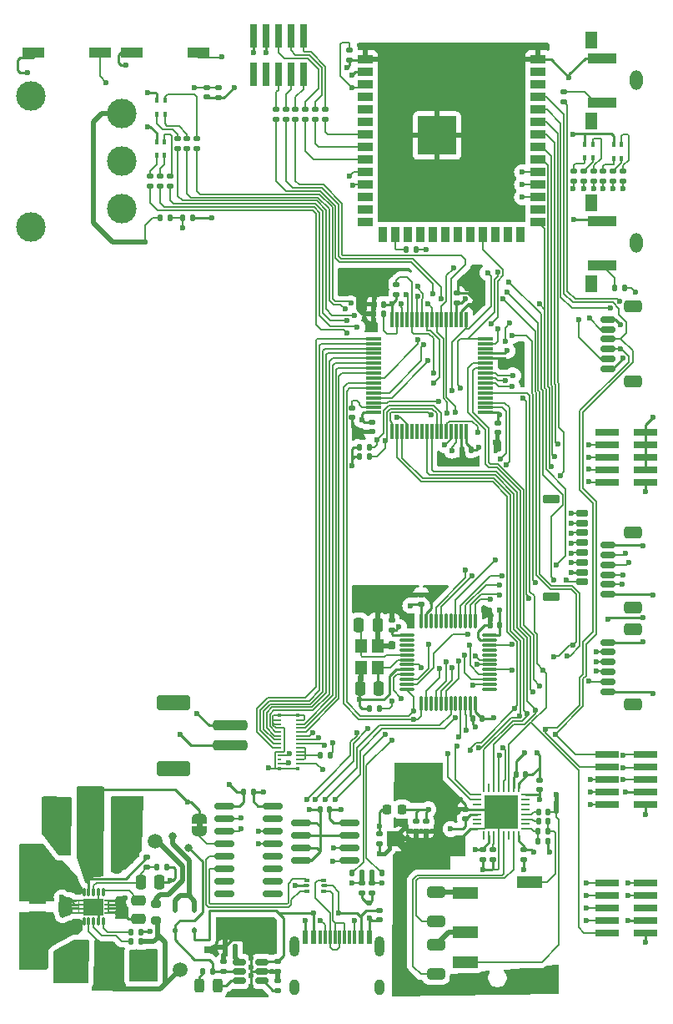
<source format=gbr>
%TF.GenerationSoftware,KiCad,Pcbnew,8.0.9*%
%TF.CreationDate,2025-05-02T13:50:10-07:00*%
%TF.ProjectId,EV12 Board Design,45563132-2042-46f6-9172-642044657369,EV12*%
%TF.SameCoordinates,Original*%
%TF.FileFunction,Copper,L1,Top*%
%TF.FilePolarity,Positive*%
%FSLAX46Y46*%
G04 Gerber Fmt 4.6, Leading zero omitted, Abs format (unit mm)*
G04 Created by KiCad (PCBNEW 8.0.9) date 2025-05-02 13:50:10*
%MOMM*%
%LPD*%
G01*
G04 APERTURE LIST*
G04 Aperture macros list*
%AMRoundRect*
0 Rectangle with rounded corners*
0 $1 Rounding radius*
0 $2 $3 $4 $5 $6 $7 $8 $9 X,Y pos of 4 corners*
0 Add a 4 corners polygon primitive as box body*
4,1,4,$2,$3,$4,$5,$6,$7,$8,$9,$2,$3,0*
0 Add four circle primitives for the rounded corners*
1,1,$1+$1,$2,$3*
1,1,$1+$1,$4,$5*
1,1,$1+$1,$6,$7*
1,1,$1+$1,$8,$9*
0 Add four rect primitives between the rounded corners*
20,1,$1+$1,$2,$3,$4,$5,0*
20,1,$1+$1,$4,$5,$6,$7,0*
20,1,$1+$1,$6,$7,$8,$9,0*
20,1,$1+$1,$8,$9,$2,$3,0*%
%AMFreePoly0*
4,1,19,0.500000,-0.750000,0.000000,-0.750000,0.000000,-0.744911,-0.071157,-0.744911,-0.207708,-0.704816,-0.327430,-0.627875,-0.420627,-0.520320,-0.479746,-0.390866,-0.500000,-0.250000,-0.500000,0.250000,-0.479746,0.390866,-0.420627,0.520320,-0.327430,0.627875,-0.207708,0.704816,-0.071157,0.744911,0.000000,0.744911,0.000000,0.750000,0.500000,0.750000,0.500000,-0.750000,0.500000,-0.750000,
$1*%
%AMFreePoly1*
4,1,19,0.000000,0.744911,0.071157,0.744911,0.207708,0.704816,0.327430,0.627875,0.420627,0.520320,0.479746,0.390866,0.500000,0.250000,0.500000,-0.250000,0.479746,-0.390866,0.420627,-0.520320,0.327430,-0.627875,0.207708,-0.704816,0.071157,-0.744911,0.000000,-0.744911,0.000000,-0.750000,-0.500000,-0.750000,-0.500000,0.750000,0.000000,0.750000,0.000000,0.744911,0.000000,0.744911,
$1*%
G04 Aperture macros list end*
%TA.AperFunction,EtchedComponent*%
%ADD10C,0.000000*%
%TD*%
%TA.AperFunction,SMDPad,CuDef*%
%ADD11R,3.000000X1.000000*%
%TD*%
%TA.AperFunction,SMDPad,CuDef*%
%ADD12R,1.300000X1.800000*%
%TD*%
%TA.AperFunction,ComponentPad*%
%ADD13O,1.300000X2.000000*%
%TD*%
%TA.AperFunction,ComponentPad*%
%ADD14C,1.500000*%
%TD*%
%TA.AperFunction,SMDPad,CuDef*%
%ADD15RoundRect,0.250000X0.250000X0.475000X-0.250000X0.475000X-0.250000X-0.475000X0.250000X-0.475000X0*%
%TD*%
%TA.AperFunction,SMDPad,CuDef*%
%ADD16RoundRect,0.140000X-0.170000X0.140000X-0.170000X-0.140000X0.170000X-0.140000X0.170000X0.140000X0*%
%TD*%
%TA.AperFunction,SMDPad,CuDef*%
%ADD17RoundRect,0.135000X0.185000X-0.135000X0.185000X0.135000X-0.185000X0.135000X-0.185000X-0.135000X0*%
%TD*%
%TA.AperFunction,SMDPad,CuDef*%
%ADD18RoundRect,0.250000X-0.475000X0.250000X-0.475000X-0.250000X0.475000X-0.250000X0.475000X0.250000X0*%
%TD*%
%TA.AperFunction,SMDPad,CuDef*%
%ADD19RoundRect,0.140000X0.170000X-0.140000X0.170000X0.140000X-0.170000X0.140000X-0.170000X-0.140000X0*%
%TD*%
%TA.AperFunction,SMDPad,CuDef*%
%ADD20RoundRect,0.250000X-0.250000X-0.475000X0.250000X-0.475000X0.250000X0.475000X-0.250000X0.475000X0*%
%TD*%
%TA.AperFunction,SMDPad,CuDef*%
%ADD21RoundRect,0.135000X0.135000X0.185000X-0.135000X0.185000X-0.135000X-0.185000X0.135000X-0.185000X0*%
%TD*%
%TA.AperFunction,SMDPad,CuDef*%
%ADD22RoundRect,0.140000X0.140000X0.170000X-0.140000X0.170000X-0.140000X-0.170000X0.140000X-0.170000X0*%
%TD*%
%TA.AperFunction,SMDPad,CuDef*%
%ADD23RoundRect,0.225000X-0.625000X0.225000X-0.625000X-0.225000X0.625000X-0.225000X0.625000X0.225000X0*%
%TD*%
%TA.AperFunction,SMDPad,CuDef*%
%ADD24RoundRect,0.150000X-0.475000X0.150000X-0.475000X-0.150000X0.475000X-0.150000X0.475000X0.150000X0*%
%TD*%
%TA.AperFunction,SMDPad,CuDef*%
%ADD25R,0.400000X0.410000*%
%TD*%
%TA.AperFunction,SMDPad,CuDef*%
%ADD26R,0.400000X0.200000*%
%TD*%
%TA.AperFunction,SMDPad,CuDef*%
%ADD27RoundRect,0.075000X0.700000X0.075000X-0.700000X0.075000X-0.700000X-0.075000X0.700000X-0.075000X0*%
%TD*%
%TA.AperFunction,SMDPad,CuDef*%
%ADD28RoundRect,0.075000X0.075000X0.700000X-0.075000X0.700000X-0.075000X-0.700000X0.075000X-0.700000X0*%
%TD*%
%TA.AperFunction,SMDPad,CuDef*%
%ADD29R,0.750000X2.400000*%
%TD*%
%TA.AperFunction,SMDPad,CuDef*%
%ADD30RoundRect,0.250001X-1.449999X0.499999X-1.449999X-0.499999X1.449999X-0.499999X1.449999X0.499999X0*%
%TD*%
%TA.AperFunction,SMDPad,CuDef*%
%ADD31RoundRect,0.250000X-1.500000X0.250000X-1.500000X-0.250000X1.500000X-0.250000X1.500000X0.250000X0*%
%TD*%
%TA.AperFunction,SMDPad,CuDef*%
%ADD32RoundRect,0.243750X0.243750X0.456250X-0.243750X0.456250X-0.243750X-0.456250X0.243750X-0.456250X0*%
%TD*%
%TA.AperFunction,SMDPad,CuDef*%
%ADD33C,0.500000*%
%TD*%
%TA.AperFunction,SMDPad,CuDef*%
%ADD34RoundRect,0.250000X-0.650000X0.350000X-0.650000X-0.350000X0.650000X-0.350000X0.650000X0.350000X0*%
%TD*%
%TA.AperFunction,SMDPad,CuDef*%
%ADD35RoundRect,0.150000X-0.625000X0.150000X-0.625000X-0.150000X0.625000X-0.150000X0.625000X0.150000X0*%
%TD*%
%TA.AperFunction,SMDPad,CuDef*%
%ADD36RoundRect,0.218750X-0.218750X-0.256250X0.218750X-0.256250X0.218750X0.256250X-0.218750X0.256250X0*%
%TD*%
%TA.AperFunction,SMDPad,CuDef*%
%ADD37RoundRect,0.150000X-0.512500X-0.150000X0.512500X-0.150000X0.512500X0.150000X-0.512500X0.150000X0*%
%TD*%
%TA.AperFunction,SMDPad,CuDef*%
%ADD38R,2.400000X0.750000*%
%TD*%
%TA.AperFunction,SMDPad,CuDef*%
%ADD39RoundRect,0.135000X-0.185000X0.135000X-0.185000X-0.135000X0.185000X-0.135000X0.185000X0.135000X0*%
%TD*%
%TA.AperFunction,SMDPad,CuDef*%
%ADD40FreePoly0,90.000000*%
%TD*%
%TA.AperFunction,SMDPad,CuDef*%
%ADD41FreePoly1,90.000000*%
%TD*%
%TA.AperFunction,SMDPad,CuDef*%
%ADD42RoundRect,0.135000X-0.135000X-0.185000X0.135000X-0.185000X0.135000X0.185000X-0.135000X0.185000X0*%
%TD*%
%TA.AperFunction,SMDPad,CuDef*%
%ADD43RoundRect,0.140000X-0.140000X-0.170000X0.140000X-0.170000X0.140000X0.170000X-0.140000X0.170000X0*%
%TD*%
%TA.AperFunction,SMDPad,CuDef*%
%ADD44R,2.160000X1.120000*%
%TD*%
%TA.AperFunction,SMDPad,CuDef*%
%ADD45R,0.400000X0.600000*%
%TD*%
%TA.AperFunction,SMDPad,CuDef*%
%ADD46RoundRect,0.250000X0.650000X-0.325000X0.650000X0.325000X-0.650000X0.325000X-0.650000X-0.325000X0*%
%TD*%
%TA.AperFunction,SMDPad,CuDef*%
%ADD47RoundRect,0.112500X-0.112500X0.187500X-0.112500X-0.187500X0.112500X-0.187500X0.112500X0.187500X0*%
%TD*%
%TA.AperFunction,HeatsinkPad*%
%ADD48C,0.500000*%
%TD*%
%TA.AperFunction,HeatsinkPad*%
%ADD49R,3.450000X3.450000*%
%TD*%
%TA.AperFunction,SMDPad,CuDef*%
%ADD50RoundRect,0.062500X0.062500X0.375000X-0.062500X0.375000X-0.062500X-0.375000X0.062500X-0.375000X0*%
%TD*%
%TA.AperFunction,SMDPad,CuDef*%
%ADD51RoundRect,0.062500X0.375000X0.062500X-0.375000X0.062500X-0.375000X-0.062500X0.375000X-0.062500X0*%
%TD*%
%TA.AperFunction,SMDPad,CuDef*%
%ADD52RoundRect,0.150000X-0.825000X-0.150000X0.825000X-0.150000X0.825000X0.150000X-0.825000X0.150000X0*%
%TD*%
%TA.AperFunction,ComponentPad*%
%ADD53C,3.000000*%
%TD*%
%TA.AperFunction,SMDPad,CuDef*%
%ADD54R,2.500000X1.200000*%
%TD*%
%TA.AperFunction,SMDPad,CuDef*%
%ADD55R,1.800000X1.200000*%
%TD*%
%TA.AperFunction,HeatsinkPad*%
%ADD56C,0.600000*%
%TD*%
%TA.AperFunction,SMDPad,CuDef*%
%ADD57R,3.900000X3.900000*%
%TD*%
%TA.AperFunction,SMDPad,CuDef*%
%ADD58R,1.500000X0.900000*%
%TD*%
%TA.AperFunction,SMDPad,CuDef*%
%ADD59R,0.900000X1.500000*%
%TD*%
%TA.AperFunction,SMDPad,CuDef*%
%ADD60RoundRect,0.200000X-0.275000X0.200000X-0.275000X-0.200000X0.275000X-0.200000X0.275000X0.200000X0*%
%TD*%
%TA.AperFunction,ComponentPad*%
%ADD61O,1.000000X1.600000*%
%TD*%
%TA.AperFunction,ComponentPad*%
%ADD62O,1.000000X2.100000*%
%TD*%
%TA.AperFunction,SMDPad,CuDef*%
%ADD63R,0.600000X1.450000*%
%TD*%
%TA.AperFunction,SMDPad,CuDef*%
%ADD64R,0.300000X1.450000*%
%TD*%
%TA.AperFunction,SMDPad,CuDef*%
%ADD65RoundRect,0.075000X-0.662500X-0.075000X0.662500X-0.075000X0.662500X0.075000X-0.662500X0.075000X0*%
%TD*%
%TA.AperFunction,SMDPad,CuDef*%
%ADD66RoundRect,0.075000X-0.075000X-0.662500X0.075000X-0.662500X0.075000X0.662500X-0.075000X0.662500X0*%
%TD*%
%TA.AperFunction,SMDPad,CuDef*%
%ADD67RoundRect,0.093750X-0.156250X-0.093750X0.156250X-0.093750X0.156250X0.093750X-0.156250X0.093750X0*%
%TD*%
%TA.AperFunction,SMDPad,CuDef*%
%ADD68RoundRect,0.075000X-0.250000X-0.075000X0.250000X-0.075000X0.250000X0.075000X-0.250000X0.075000X0*%
%TD*%
%TA.AperFunction,SMDPad,CuDef*%
%ADD69R,0.280000X0.280000*%
%TD*%
%TA.AperFunction,SMDPad,CuDef*%
%ADD70O,0.280000X0.850000*%
%TD*%
%TA.AperFunction,SMDPad,CuDef*%
%ADD71R,0.600000X0.230000*%
%TD*%
%TA.AperFunction,SMDPad,CuDef*%
%ADD72R,0.700000X0.250000*%
%TD*%
%TA.AperFunction,ComponentPad*%
%ADD73C,0.600000*%
%TD*%
%TA.AperFunction,SMDPad,CuDef*%
%ADD74R,0.900000X0.650000*%
%TD*%
%TA.AperFunction,SMDPad,CuDef*%
%ADD75R,2.150000X1.700000*%
%TD*%
%TA.AperFunction,SMDPad,CuDef*%
%ADD76R,1.200000X1.400000*%
%TD*%
%TA.AperFunction,ViaPad*%
%ADD77C,0.600000*%
%TD*%
%TA.AperFunction,ViaPad*%
%ADD78C,0.800000*%
%TD*%
%TA.AperFunction,Conductor*%
%ADD79C,0.254000*%
%TD*%
%TA.AperFunction,Conductor*%
%ADD80C,0.127000*%
%TD*%
%TA.AperFunction,Conductor*%
%ADD81C,0.250000*%
%TD*%
%TA.AperFunction,Conductor*%
%ADD82C,0.200000*%
%TD*%
%TA.AperFunction,Conductor*%
%ADD83C,0.381000*%
%TD*%
%TA.AperFunction,Conductor*%
%ADD84C,0.500000*%
%TD*%
G04 APERTURE END LIST*
D10*
%TA.AperFunction,EtchedComponent*%
%TO.C,NT1*%
G36*
X153510000Y-129790000D02*
G01*
X152010000Y-129790000D01*
X152010000Y-128290000D01*
X153510000Y-128290000D01*
X153510000Y-129790000D01*
G37*
%TD.AperFunction*%
%TA.AperFunction,EtchedComponent*%
%TO.C,JP3*%
G36*
X133310000Y-127890000D02*
G01*
X132710000Y-127890000D01*
X132710000Y-127390000D01*
X133310000Y-127390000D01*
X133310000Y-127890000D01*
G37*
%TD.AperFunction*%
%TA.AperFunction,EtchedComponent*%
%TO.C,JP1*%
G36*
X169510000Y-126290000D02*
G01*
X169010000Y-126290000D01*
X169010000Y-125290000D01*
X169510000Y-125290000D01*
X169510000Y-126290000D01*
G37*
%TD.AperFunction*%
%TD*%
D11*
%TO.P,SW2,1,1*%
%TO.N,/PTT_AI_BTN*%
X173910000Y-54340000D03*
%TO.P,SW2,2,2*%
%TO.N,GND*%
X173910000Y-49840000D03*
D12*
%TO.P,SW2,3*%
%TO.N,N/C*%
X172760000Y-56190000D03*
D13*
X177360000Y-52090000D03*
D12*
X172760000Y-47990000D03*
%TD*%
D11*
%TO.P,SW1,1,1*%
%TO.N,/PTT_BTN*%
X173910000Y-70840000D03*
%TO.P,SW1,2,2*%
%TO.N,GND*%
X173910000Y-66340000D03*
D12*
%TO.P,SW1,3*%
%TO.N,N/C*%
X172760000Y-72690000D03*
D13*
X177360000Y-68590000D03*
D12*
X172760000Y-64490000D03*
%TD*%
D14*
%TO.P,TP1,1,1*%
%TO.N,Net-(SW6-C)*%
X128510000Y-129290000D03*
%TD*%
D15*
%TO.P,C45,1*%
%TO.N,+3.3V*%
X121230000Y-125690000D03*
%TO.P,C45,2*%
%TO.N,GND*%
X119330000Y-125690000D03*
%TD*%
D16*
%TO.P,C13,1*%
%TO.N,+3.3V*%
X150510000Y-86790000D03*
%TO.P,C13,2*%
%TO.N,GND*%
X150510000Y-87750000D03*
%TD*%
D17*
%TO.P,R40,1*%
%TO.N,/UI_DEBUG_2*%
X141760000Y-56060000D03*
%TO.P,R40,2*%
%TO.N,Net-(CN7-Pin_7)*%
X141760000Y-55040000D03*
%TD*%
D16*
%TO.P,C1,1*%
%TO.N,VBUS*%
X151260000Y-136310000D03*
%TO.P,C1,2*%
%TO.N,GND*%
X151260000Y-137270000D03*
%TD*%
D18*
%TO.P,C40,1*%
%TO.N,Net-(U7-VAUX)*%
X126810000Y-135260000D03*
%TO.P,C40,2*%
%TO.N,GND*%
X126810000Y-137160000D03*
%TD*%
D17*
%TO.P,R41,1*%
%TO.N,/UI_DEBUG_3*%
X142760000Y-56060000D03*
%TO.P,R41,2*%
%TO.N,Net-(CN7-Pin_9)*%
X142760000Y-55040000D03*
%TD*%
D19*
%TO.P,C19,1*%
%TO.N,GND*%
X148510000Y-86270000D03*
%TO.P,C19,2*%
%TO.N,Net-(U1-VCAP_2)*%
X148510000Y-85310000D03*
%TD*%
D20*
%TO.P,C39,1*%
%TO.N,Net-(U7-VIN)*%
X124680000Y-142280000D03*
%TO.P,C39,2*%
%TO.N,GND*%
X126580000Y-142280000D03*
%TD*%
D17*
%TO.P,R37,1*%
%TO.N,/NET_DEBUG_2*%
X144760000Y-56060000D03*
%TO.P,R37,2*%
%TO.N,Net-(CN7-Pin_8)*%
X144760000Y-55040000D03*
%TD*%
D21*
%TO.P,R1,1*%
%TO.N,Net-(U7-VIN)*%
X127100000Y-139480000D03*
%TO.P,R1,2*%
%TO.N,Net-(U7-EN)*%
X126080000Y-139480000D03*
%TD*%
D15*
%TO.P,C38,1*%
%TO.N,Net-(U7-VIN)*%
X123070000Y-142290000D03*
%TO.P,C38,2*%
%TO.N,GND*%
X121170000Y-142290000D03*
%TD*%
D21*
%TO.P,R20,1*%
%TO.N,GND*%
X129730000Y-131880000D03*
%TO.P,R20,2*%
%TO.N,Net-(U7-FB)*%
X128710000Y-131880000D03*
%TD*%
D20*
%TO.P,C42,1*%
%TO.N,+3.3V*%
X122750000Y-131780000D03*
%TO.P,C42,2*%
%TO.N,GND*%
X124650000Y-131780000D03*
%TD*%
D22*
%TO.P,C14,1*%
%TO.N,+3.3V*%
X151712428Y-74800773D03*
%TO.P,C14,2*%
%TO.N,GND*%
X150752428Y-74800773D03*
%TD*%
D15*
%TO.P,C4,1*%
%TO.N,GND*%
X151095000Y-107327500D03*
%TO.P,C4,2*%
%TO.N,/RCC_OSC_IN*%
X149195000Y-107327500D03*
%TD*%
D16*
%TO.P,C3,1*%
%TO.N,+3.3VA*%
X161760000Y-130160000D03*
%TO.P,C3,2*%
%TO.N,GNDA*%
X161760000Y-131120000D03*
%TD*%
D17*
%TO.P,R5,1*%
%TO.N,+3.3V*%
X153010000Y-73790000D03*
%TO.P,R5,2*%
%TO.N,/UI_BOOT1*%
X153010000Y-72770000D03*
%TD*%
%TO.P,R10,1*%
%TO.N,GND*%
X134976205Y-53822585D03*
%TO.P,R10,2*%
%TO.N,/MGMT_BOOT*%
X134976205Y-52802585D03*
%TD*%
D21*
%TO.P,R35,1*%
%TO.N,GND*%
X132307668Y-66040000D03*
%TO.P,R35,2*%
%TO.N,/BATTERY_MON*%
X131287668Y-66040000D03*
%TD*%
D14*
%TO.P,TP2,1,1*%
%TO.N,Net-(U7-VIN)*%
X131010000Y-142290000D03*
%TD*%
D23*
%TO.P,J10,MP*%
%TO.N,N/C*%
X168760000Y-104440000D03*
X168760000Y-94540000D03*
D24*
%TO.P,J10,8,Pin_8*%
%TO.N,+3.3V*%
X171885000Y-102990000D03*
%TO.P,J10,7,Pin_7*%
%TO.N,GND*%
X171885000Y-101990000D03*
%TO.P,J10,6,Pin_6*%
%TO.N,/SPI1_MOSI*%
X171885000Y-100990000D03*
%TO.P,J10,5,Pin_5*%
%TO.N,/SPI1_CLK*%
X171885000Y-99990000D03*
%TO.P,J10,4,Pin_4*%
%TO.N,/DISP_CS*%
X171885000Y-98990000D03*
%TO.P,J10,3,Pin_3*%
%TO.N,/DISP_DC*%
X171885000Y-97990000D03*
%TO.P,J10,2,Pin_2*%
%TO.N,/DISP_RST*%
X171885000Y-96990000D03*
%TO.P,J10,1,Pin_1*%
%TO.N,/DISP_BL*%
X171885000Y-95990000D03*
%TD*%
D25*
%TO.P,U13,1*%
%TO.N,GND*%
X141130000Y-121895000D03*
D26*
%TO.P,U13,2*%
%TO.N,+3.3V*%
X141130000Y-121390000D03*
%TO.P,U13,3*%
%TO.N,/KB_MIC*%
X141130000Y-120990000D03*
%TO.P,U13,4*%
%TO.N,GNDA*%
X141130000Y-120587924D03*
%TO.P,U13,5*%
%TO.N,GND*%
X141130000Y-120190000D03*
%TO.P,U13,6*%
%TO.N,/KB_ROW1*%
X141130000Y-119790000D03*
%TO.P,U13,7*%
%TO.N,/KB_COL1*%
X141130000Y-119390000D03*
%TO.P,U13,8*%
%TO.N,/KB_ROW2*%
X141130000Y-118990000D03*
%TO.P,U13,9*%
%TO.N,/KB_COL2*%
X141130000Y-118590000D03*
%TO.P,U13,10*%
%TO.N,/KB_COL3*%
X141130000Y-118190000D03*
%TO.P,U13,11*%
%TO.N,GND*%
X141130000Y-117790000D03*
%TO.P,U13,12*%
X141130000Y-117390000D03*
%TO.P,U13,13*%
X141130000Y-116990000D03*
D25*
%TO.P,U13,14*%
X141130000Y-116485000D03*
%TO.P,U13,15*%
X143010000Y-116485000D03*
D26*
%TO.P,U13,16*%
X143010000Y-116990000D03*
%TO.P,U13,17*%
%TO.N,/KB_COL4*%
X143010000Y-117390000D03*
%TO.P,U13,18*%
%TO.N,/KB_ROW3*%
X143010000Y-117790000D03*
%TO.P,U13,19*%
%TO.N,/KB_COL5*%
X143010000Y-118190000D03*
%TO.P,U13,20*%
%TO.N,/KB_ROW4*%
X143010000Y-118590000D03*
%TO.P,U13,21*%
%TO.N,/KB_ROW5*%
X143010000Y-118990000D03*
%TO.P,U13,22*%
%TO.N,/KB_ROW6*%
X143010000Y-119390000D03*
%TO.P,U13,23*%
%TO.N,/KB_LED*%
X143010000Y-119790000D03*
%TO.P,U13,24*%
X143010000Y-120190000D03*
%TO.P,U13,25*%
X143010000Y-120587924D03*
%TO.P,U13,26*%
X143010000Y-120990000D03*
%TO.P,U13,27*%
%TO.N,/KB_ROW7*%
X143010000Y-121390000D03*
D25*
%TO.P,U13,28*%
%TO.N,GND*%
X143010000Y-121895000D03*
%TD*%
D27*
%TO.P,U1,1,VBAT*%
%TO.N,+3.3V*%
X162010000Y-85790000D03*
%TO.P,U1,2,PC13*%
%TO.N,/DISP_RST*%
X162010000Y-85290000D03*
%TO.P,U1,3,PC14*%
%TO.N,/DISP_BL*%
X162010000Y-84790000D03*
%TO.P,U1,4,PC15*%
%TO.N,unconnected-(U1-PC15-Pad4)*%
X162010000Y-84290000D03*
%TO.P,U1,5,PH0*%
%TO.N,/MCLK*%
X162010000Y-83790000D03*
%TO.P,U1,6,PH1*%
%TO.N,unconnected-(U1-PH1-Pad6)*%
X162010000Y-83290000D03*
%TO.P,U1,7,NRST*%
%TO.N,/UI_NRST*%
X162010000Y-82790000D03*
%TO.P,U1,8,PC0*%
%TO.N,Net-(U1-PC0)*%
X162010000Y-82290000D03*
%TO.P,U1,9,PC1*%
%TO.N,Net-(U1-PC1)*%
X162010000Y-81790000D03*
%TO.P,U1,10,PC2*%
%TO.N,/USB_CC2_DETECT*%
X162010000Y-81290000D03*
%TO.P,U1,11,PC3*%
%TO.N,/USB_CC1_DETECT*%
X162010000Y-80790000D03*
%TO.P,U1,12,VSSA*%
%TO.N,GND*%
X162010000Y-80290000D03*
%TO.P,U1,13,VDDA*%
%TO.N,+3.3VA*%
X162010000Y-79790000D03*
%TO.P,U1,14,PA0*%
%TO.N,/Wake up Pin*%
X162010000Y-79290000D03*
%TO.P,U1,15,PA1*%
%TO.N,/UI_LED_B*%
X162010000Y-78790000D03*
%TO.P,U1,16,PA2*%
%TO.N,/UI_TX2_NET*%
X162010000Y-78290000D03*
D28*
%TO.P,U1,17,PA3*%
%TO.N,/UI_RX2_NET*%
X160085000Y-76365000D03*
%TO.P,U1,18,VSS*%
%TO.N,GND*%
X159585000Y-76365000D03*
%TO.P,U1,19,VDD*%
%TO.N,+3.3V*%
X159085000Y-76365000D03*
%TO.P,U1,20,PA4*%
%TO.N,/UI_DEBUG_3*%
X158585000Y-76365000D03*
%TO.P,U1,21,PA5*%
%TO.N,/SPI1_CLK*%
X158085000Y-76365000D03*
%TO.P,U1,22,PA6*%
%TO.N,/UI_LED_R*%
X157585000Y-76365000D03*
%TO.P,U1,23,PA7*%
%TO.N,/SPI1_MOSI*%
X157085000Y-76365000D03*
%TO.P,U1,24,PC4*%
%TO.N,/BATTERY_MON*%
X156585000Y-76365000D03*
%TO.P,U1,25,PC5*%
%TO.N,/UI_LED_G*%
X156085000Y-76365000D03*
%TO.P,U1,26,PB0*%
%TO.N,/KB_ROW5*%
X155585000Y-76365000D03*
%TO.P,U1,27,PB1*%
%TO.N,/KB_ROW6*%
X155085000Y-76365000D03*
%TO.P,U1,28,PB2*%
%TO.N,/UI_BOOT1*%
X154585000Y-76365000D03*
%TO.P,U1,29,PB10*%
%TO.N,Net-(U1-PB10)*%
X154085000Y-76365000D03*
%TO.P,U1,30,PB11*%
%TO.N,/KB_ROW7*%
X153585000Y-76365000D03*
%TO.P,U1,31,VCAP_1*%
%TO.N,Net-(U1-VCAP_1)*%
X153085000Y-76365000D03*
%TO.P,U1,32,VDD*%
%TO.N,+3.3V*%
X152585000Y-76365000D03*
D27*
%TO.P,U1,33,PB12*%
%TO.N,/KB_ROW1*%
X150660000Y-78290000D03*
%TO.P,U1,34,PB13*%
%TO.N,/KB_COL1*%
X150660000Y-78790000D03*
%TO.P,U1,35,PB14*%
%TO.N,/KB_ROW2*%
X150660000Y-79290000D03*
%TO.P,U1,36,PB15*%
%TO.N,/KB_COL2*%
X150660000Y-79790000D03*
%TO.P,U1,37,PC6*%
%TO.N,/KB_COL3*%
X150660000Y-80290000D03*
%TO.P,U1,38,PC7*%
%TO.N,/KB_COL4*%
X150660000Y-80790000D03*
%TO.P,U1,39,PC8*%
%TO.N,/KB_ROW3*%
X150660000Y-81290000D03*
%TO.P,U1,40,PC9*%
%TO.N,/KB_COL5*%
X150660000Y-81790000D03*
%TO.P,U1,41,PA8*%
%TO.N,/KB_ROW4*%
X150660000Y-82290000D03*
%TO.P,U1,42,PA9*%
%TO.N,/UI_TX1_MGMT*%
X150660000Y-82790000D03*
%TO.P,U1,43,PA10*%
%TO.N,/UI_RX1_MGMT*%
X150660000Y-83290000D03*
%TO.P,U1,44,PA11*%
%TO.N,/UI_DEBUG_1*%
X150660000Y-83790000D03*
%TO.P,U1,45,PA12*%
%TO.N,/UI_DEBUG_2*%
X150660000Y-84290000D03*
%TO.P,U1,46,PA13*%
%TO.N,/UI_SWDIO*%
X150660000Y-84790000D03*
%TO.P,U1,47,VCAP_2*%
%TO.N,Net-(U1-VCAP_2)*%
X150660000Y-85290000D03*
%TO.P,U1,48,VDD*%
%TO.N,+3.3V*%
X150660000Y-85790000D03*
D28*
%TO.P,U1,49,PA14*%
%TO.N,/UI_SWCLK*%
X152585000Y-87715000D03*
%TO.P,U1,50,PA15*%
%TO.N,/I2S_DACLRC*%
X153085000Y-87715000D03*
%TO.P,U1,51,PC10*%
%TO.N,/I2S_BCLK*%
X153585000Y-87715000D03*
%TO.P,U1,52,PC11*%
%TO.N,/UI_STAT*%
X154085000Y-87715000D03*
%TO.P,U1,53,PC12*%
%TO.N,unconnected-(U1-PC12-Pad53)*%
X154585000Y-87715000D03*
%TO.P,U1,54,PD2*%
%TO.N,unconnected-(U1-PD2-Pad54)*%
X155085000Y-87715000D03*
%TO.P,U1,55,PB3*%
%TO.N,unconnected-(U1-PB3-Pad55)*%
X155585000Y-87715000D03*
%TO.P,U1,56,PB4*%
%TO.N,/I2S_ADCDAT*%
X156085000Y-87715000D03*
%TO.P,U1,57,PB5*%
%TO.N,/I2S_DACDAT*%
X156585000Y-87715000D03*
%TO.P,U1,58,PB6*%
%TO.N,/UI_SCL*%
X157085000Y-87715000D03*
%TO.P,U1,59,PB7*%
%TO.N,/UI_SDA*%
X157585000Y-87715000D03*
%TO.P,U1,60,BOOT0*%
%TO.N,/UI_BOOT0*%
X158085000Y-87715000D03*
%TO.P,U1,61,PB8*%
%TO.N,/DISP_CS*%
X158585000Y-87715000D03*
%TO.P,U1,62,PB9*%
%TO.N,/DISP_DC*%
X159085000Y-87715000D03*
%TO.P,U1,63,VSS*%
%TO.N,GND*%
X159585000Y-87715000D03*
%TO.P,U1,64,VDD*%
%TO.N,+3.3V*%
X160085000Y-87715000D03*
%TD*%
D21*
%TO.P,R33,1*%
%TO.N,/USB_CC1_DETECT*%
X151520000Y-132540000D03*
%TO.P,R33,2*%
%TO.N,Net-(J9-CC2)*%
X150500000Y-132540000D03*
%TD*%
D29*
%TO.P,CN7,1,Pin_1*%
%TO.N,unconnected-(CN7-Pin_1-Pad1)*%
X138470000Y-51490000D03*
%TO.P,CN7,2,Pin_2*%
%TO.N,+3.3V*%
X138470000Y-47590000D03*
%TO.P,CN7,3,Pin_3*%
%TO.N,unconnected-(CN7-Pin_3-Pad3)*%
X139740000Y-51490000D03*
%TO.P,CN7,4,Pin_4*%
%TO.N,GND*%
X139740000Y-47590000D03*
%TO.P,CN7,5,Pin_5*%
%TO.N,Net-(CN7-Pin_5)*%
X141010000Y-51490000D03*
%TO.P,CN7,6,Pin_6*%
%TO.N,Net-(CN7-Pin_6)*%
X141010000Y-47590000D03*
%TO.P,CN7,7,Pin_7*%
%TO.N,Net-(CN7-Pin_7)*%
X142280000Y-51490000D03*
%TO.P,CN7,8,Pin_8*%
%TO.N,Net-(CN7-Pin_8)*%
X142280000Y-47590000D03*
%TO.P,CN7,9,Pin_9*%
%TO.N,Net-(CN7-Pin_9)*%
X143550000Y-51490000D03*
%TO.P,CN7,10,Pin_10*%
%TO.N,Net-(CN7-Pin_10)*%
X143550000Y-47590000D03*
%TD*%
D16*
%TO.P,C16,1*%
%TO.N,GND*%
X167510000Y-123080000D03*
%TO.P,C16,2*%
%TO.N,+3.3V*%
X167510000Y-124040000D03*
%TD*%
D30*
%TO.P,J1,MP*%
%TO.N,N/C*%
X130360000Y-121890000D03*
X130360000Y-115190000D03*
D31*
%TO.P,J1,2,Pin_2*%
%TO.N,Net-(D2-A)*%
X136110000Y-119540000D03*
%TO.P,J1,1,Pin_1*%
%TO.N,GND*%
X136110000Y-117540000D03*
%TD*%
D32*
%TO.P,D1,1,K*%
%TO.N,Net-(D1-K)*%
X134846401Y-143951263D03*
%TO.P,D1,2,A*%
%TO.N,Net-(D1-A)*%
X132971401Y-143951263D03*
%TD*%
D33*
%TO.P,NT1,1,1*%
%TO.N,GND*%
X152260000Y-128540000D03*
%TO.P,NT1,2,2*%
%TO.N,GNDA*%
X153260000Y-128540000D03*
%TO.P,NT1,3,3*%
%TO.N,GND*%
X152260000Y-129540000D03*
%TO.P,NT1,4,4*%
%TO.N,GNDA*%
X153260000Y-129540000D03*
%TD*%
D20*
%TO.P,C48,1*%
%TO.N,+3.3V*%
X122790000Y-127710000D03*
%TO.P,C48,2*%
%TO.N,GND*%
X124690000Y-127710000D03*
%TD*%
D34*
%TO.P,CN3,MP*%
%TO.N,N/C*%
X177010000Y-115390000D03*
X177010000Y-107790000D03*
D35*
%TO.P,CN3,6,Pin_6*%
%TO.N,GND*%
X174485000Y-114090000D03*
%TO.P,CN3,5,Pin_5*%
%TO.N,/MGMT_BOOT*%
X174485000Y-113090000D03*
%TO.P,CN3,4,Pin_4*%
%TO.N,/MGMT_NRST*%
X174485000Y-112090000D03*
%TO.P,CN3,3,Pin_3*%
%TO.N,/MGMT_SWDIO*%
X174485000Y-111090000D03*
%TO.P,CN3,2,Pin_2*%
%TO.N,/MGMT_SWCLK*%
X174485000Y-110090000D03*
%TO.P,CN3,1,Pin_1*%
%TO.N,+3.3V*%
X174485000Y-109090000D03*
%TD*%
D36*
%TO.P,L2,1*%
%TO.N,+3.3V*%
X152010000Y-126040000D03*
%TO.P,L2,2*%
%TO.N,+3.3VA*%
X153585000Y-126040000D03*
%TD*%
D37*
%TO.P,U2,1,TS*%
%TO.N,Net-(U2-TS)*%
X137078901Y-141551263D03*
%TO.P,U2,2,OUT*%
%TO.N,Net-(D2-A)*%
X137078901Y-142501263D03*
%TO.P,U2,3,~{CHG}*%
%TO.N,Net-(D1-K)*%
X137078901Y-143451263D03*
%TO.P,U2,4,ISET*%
%TO.N,Net-(U2-ISET)*%
X139353901Y-143451263D03*
%TO.P,U2,5,GND*%
%TO.N,GND*%
X139353901Y-142501263D03*
%TO.P,U2,6,VIN*%
%TO.N,VBUS*%
X139353901Y-141551263D03*
%TD*%
D21*
%TO.P,R22,1*%
%TO.N,Net-(U2-TS)*%
X136638744Y-140052812D03*
%TO.P,R22,2*%
%TO.N,GND*%
X135618744Y-140052812D03*
%TD*%
D16*
%TO.P,C56,1*%
%TO.N,+3.3V*%
X163260000Y-86830000D03*
%TO.P,C56,2*%
%TO.N,GND*%
X163260000Y-87790000D03*
%TD*%
D17*
%TO.P,R17,1*%
%TO.N,/NET_LED_G*%
X172010000Y-62300000D03*
%TO.P,R17,2*%
%TO.N,Net-(D5---Pad4)*%
X172010000Y-61280000D03*
%TD*%
D38*
%TO.P,CN6,1,Pin_1*%
%TO.N,+3.3V*%
X178260000Y-125540000D03*
%TO.P,CN6,2,Pin_2*%
%TO.N,/USB_RX1_MGMT*%
X174360000Y-125540000D03*
%TO.P,CN6,3,Pin_3*%
%TO.N,GND*%
X178260000Y-124270000D03*
%TO.P,CN6,4,Pin_4*%
%TO.N,/UI_RX1_MGMT*%
X174360000Y-124270000D03*
%TO.P,CN6,5,Pin_5*%
%TO.N,/UI_TX2_NET*%
X178260000Y-123000000D03*
%TO.P,CN6,6,Pin_6*%
%TO.N,/UI_TX1_MGMT*%
X174360000Y-123000000D03*
%TO.P,CN6,7,Pin_7*%
%TO.N,/UI_RX2_NET*%
X178260000Y-121730000D03*
%TO.P,CN6,8,Pin_8*%
%TO.N,/NET_RX1_MGMT*%
X174360000Y-121730000D03*
%TO.P,CN6,9,Pin_9*%
%TO.N,/USB_TX1_MGMT*%
X178260000Y-120460000D03*
%TO.P,CN6,10,Pin_10*%
%TO.N,/NET_TX1_MGMT*%
X174360000Y-120460000D03*
%TD*%
D39*
%TO.P,R13,1*%
%TO.N,Net-(D4---Pad3)*%
X132757326Y-58013156D03*
%TO.P,R13,2*%
%TO.N,/LEDB_B*%
X132757326Y-59033156D03*
%TD*%
D17*
%TO.P,R19,1*%
%TO.N,Net-(U7-FB)*%
X127683690Y-131929153D03*
%TO.P,R19,2*%
%TO.N,+3.3V*%
X127683690Y-130909153D03*
%TD*%
D16*
%TO.P,C21,1*%
%TO.N,VBUS*%
X140923996Y-141497327D03*
%TO.P,C21,2*%
%TO.N,GND*%
X140923996Y-142457327D03*
%TD*%
D21*
%TO.P,R30,1*%
%TO.N,Net-(U1-PB10)*%
X146260000Y-120540000D03*
%TO.P,R30,2*%
%TO.N,/KB_LED*%
X145240000Y-120540000D03*
%TD*%
D39*
%TO.P,R4,1*%
%TO.N,/NET_NRST*%
X148260000Y-49030000D03*
%TO.P,R4,2*%
%TO.N,GND*%
X148260000Y-50050000D03*
%TD*%
D17*
%TO.P,R39,1*%
%TO.N,/UI_DEBUG_1*%
X140760000Y-56060000D03*
%TO.P,R39,2*%
%TO.N,Net-(CN7-Pin_5)*%
X140760000Y-55040000D03*
%TD*%
D38*
%TO.P,CN5,1,Pin_1*%
%TO.N,+3.3V*%
X178260000Y-138580000D03*
%TO.P,CN5,2,Pin_2*%
%TO.N,/MCLK*%
X174360000Y-138580000D03*
%TO.P,CN5,3,Pin_3*%
%TO.N,GND*%
X178260000Y-137310000D03*
%TO.P,CN5,4,Pin_4*%
%TO.N,/UI_SDA*%
X174360000Y-137310000D03*
%TO.P,CN5,5,Pin_5*%
%TO.N,unconnected-(CN5-Pin_5-Pad5)*%
X178260000Y-136040000D03*
%TO.P,CN5,6,Pin_6*%
%TO.N,/UI_SCL*%
X174360000Y-136040000D03*
%TO.P,CN5,7,Pin_7*%
%TO.N,/I2S_BCLK*%
X178260000Y-134770000D03*
%TO.P,CN5,8,Pin_8*%
%TO.N,/I2S_DACDAT*%
X174360000Y-134770000D03*
%TO.P,CN5,9,Pin_9*%
%TO.N,/I2S_DACLRC*%
X178260000Y-133500000D03*
%TO.P,CN5,10,Pin_10*%
%TO.N,/I2S_ADCDAT*%
X174360000Y-133500000D03*
%TD*%
D40*
%TO.P,JP3,1,A*%
%TO.N,Net-(JP3-A)*%
X133010000Y-128290000D03*
D41*
%TO.P,JP3,2,B*%
%TO.N,+3.3V*%
X133010000Y-126990000D03*
%TD*%
D42*
%TO.P,R31,1*%
%TO.N,/USB_CC2_DETECT*%
X148490000Y-132540000D03*
%TO.P,R31,2*%
%TO.N,Net-(J9-CC1)*%
X149510000Y-132540000D03*
%TD*%
D16*
%TO.P,C8,1*%
%TO.N,+3.3VA*%
X156010000Y-127290000D03*
%TO.P,C8,2*%
%TO.N,GNDA*%
X156010000Y-128250000D03*
%TD*%
D20*
%TO.P,C46,1*%
%TO.N,+3.3V*%
X122780000Y-125680000D03*
%TO.P,C46,2*%
%TO.N,GND*%
X124680000Y-125680000D03*
%TD*%
D21*
%TO.P,R27,1*%
%TO.N,Net-(D2-A)*%
X134353901Y-142464222D03*
%TO.P,R27,2*%
%TO.N,Net-(D1-A)*%
X133333901Y-142464222D03*
%TD*%
D39*
%TO.P,R12,1*%
%TO.N,Net-(D3---Pad1)*%
X128013933Y-61769493D03*
%TO.P,R12,2*%
%TO.N,/LEDA_R*%
X128013933Y-62789493D03*
%TD*%
%TO.P,R11,1*%
%TO.N,Net-(D3---Pad4)*%
X129010000Y-61770000D03*
%TO.P,R11,2*%
%TO.N,/LEDA_G*%
X129010000Y-62790000D03*
%TD*%
D43*
%TO.P,C17,1*%
%TO.N,GND*%
X150708244Y-75798099D03*
%TO.P,C17,2*%
%TO.N,Net-(U1-VCAP_1)*%
X151668244Y-75798099D03*
%TD*%
D44*
%TO.P,SW5,1,1*%
%TO.N,GND*%
X126145000Y-49290000D03*
%TO.P,SW5,2,2*%
%TO.N,/MGMT_NRST*%
X132875000Y-49290000D03*
%TD*%
D39*
%TO.P,R6,1*%
%TO.N,Net-(D3---Pad3)*%
X130010891Y-61765114D03*
%TO.P,R6,2*%
%TO.N,/LEDA_B*%
X130010891Y-62785114D03*
%TD*%
D45*
%TO.P,D5,1,-*%
%TO.N,Net-(D5---Pad1)*%
X172130133Y-59948014D03*
%TO.P,D5,2,+*%
%TO.N,+3.3V*%
X172130133Y-58548014D03*
%TO.P,D5,3,-*%
%TO.N,Net-(D5---Pad3)*%
X172930133Y-58548014D03*
%TO.P,D5,4,-*%
%TO.N,Net-(D5---Pad4)*%
X172930133Y-59948014D03*
%TD*%
D17*
%TO.P,R29,1*%
%TO.N,Net-(U1-PC1)*%
X170010000Y-54290000D03*
%TO.P,R29,2*%
%TO.N,/PTT_AI_BTN*%
X170010000Y-53270000D03*
%TD*%
%TO.P,R16,1*%
%TO.N,/NET_LED_B*%
X173010000Y-62290000D03*
%TO.P,R16,2*%
%TO.N,Net-(D5---Pad3)*%
X173010000Y-61270000D03*
%TD*%
D33*
%TO.P,JP1,1,A*%
%TO.N,/MIC_N*%
X169260000Y-126290000D03*
%TO.P,JP1,2,B*%
%TO.N,GNDA*%
X169260000Y-125290000D03*
%TD*%
D46*
%TO.P,C29,1*%
%TO.N,Net-(U6-HP_R)*%
X157010000Y-142765000D03*
%TO.P,C29,2*%
%TO.N,/HP_R*%
X157010000Y-139815000D03*
%TD*%
D42*
%TO.P,R21,1*%
%TO.N,Net-(U7-PG)*%
X126070000Y-138490000D03*
%TO.P,R21,2*%
%TO.N,+3.3V*%
X127090000Y-138490000D03*
%TD*%
D47*
%TO.P,D2,1,K*%
%TO.N,Net-(D2-K)*%
X130510000Y-136240000D03*
%TO.P,D2,2,A*%
%TO.N,Net-(D2-A)*%
X130510000Y-138340000D03*
%TD*%
D16*
%TO.P,C10,1*%
%TO.N,+3.3V*%
X151260000Y-128540000D03*
%TO.P,C10,2*%
%TO.N,GND*%
X151260000Y-129500000D03*
%TD*%
D17*
%TO.P,R25,1*%
%TO.N,/UI_LED_G*%
X175010000Y-62290000D03*
%TO.P,R25,2*%
%TO.N,Net-(D7---Pad4)*%
X175010000Y-61270000D03*
%TD*%
%TO.P,R38,1*%
%TO.N,/NET_DEBUG_1*%
X145760000Y-56050000D03*
%TO.P,R38,2*%
%TO.N,Net-(CN7-Pin_10)*%
X145760000Y-55030000D03*
%TD*%
D19*
%TO.P,C36,1*%
%TO.N,GND*%
X133760000Y-53770000D03*
%TO.P,C36,2*%
%TO.N,/MGMT_BOOT*%
X133760000Y-52810000D03*
%TD*%
D43*
%TO.P,C20,1*%
%TO.N,GND*%
X145280000Y-126040000D03*
%TO.P,C20,2*%
%TO.N,+3.3V*%
X146240000Y-126040000D03*
%TD*%
D22*
%TO.P,C35,1*%
%TO.N,/MGMT_NRST*%
X151260000Y-115790000D03*
%TO.P,C35,2*%
%TO.N,GND*%
X150300000Y-115790000D03*
%TD*%
%TO.P,C12,1*%
%TO.N,+3.3V*%
X160596702Y-89573525D03*
%TO.P,C12,2*%
%TO.N,GND*%
X159636702Y-89573525D03*
%TD*%
D17*
%TO.P,R18,1*%
%TO.N,/NET_LED_R*%
X171010000Y-62290000D03*
%TO.P,R18,2*%
%TO.N,Net-(D5---Pad1)*%
X171010000Y-61270000D03*
%TD*%
D43*
%TO.P,C25,1*%
%TO.N,GND*%
X160744411Y-116836126D03*
%TO.P,C25,2*%
%TO.N,+3.3V*%
X161704411Y-116836126D03*
%TD*%
D42*
%TO.P,R32,1*%
%TO.N,Net-(U11-IO46)*%
X153990000Y-69290000D03*
%TO.P,R32,2*%
%TO.N,GND*%
X155010000Y-69290000D03*
%TD*%
D45*
%TO.P,D4,1,-*%
%TO.N,Net-(D4---Pad1)*%
X128710000Y-55540000D03*
%TO.P,D4,2,+*%
%TO.N,+3.3V*%
X128710000Y-54140000D03*
%TO.P,D4,3,-*%
%TO.N,Net-(D4---Pad3)*%
X129510000Y-54140000D03*
%TO.P,D4,4,-*%
%TO.N,Net-(D4---Pad4)*%
X129510000Y-55540000D03*
%TD*%
D22*
%TO.P,C15,1*%
%TO.N,GND*%
X166107500Y-122540000D03*
%TO.P,C15,2*%
%TO.N,+3.3V*%
X165147500Y-122540000D03*
%TD*%
D38*
%TO.P,CN2,1,Pin_1*%
%TO.N,+3.3V*%
X178260000Y-92870000D03*
%TO.P,CN2,2,Pin_2*%
%TO.N,/NET_MTMS*%
X174360000Y-92870000D03*
%TO.P,CN2,3,Pin_3*%
%TO.N,GND*%
X178260000Y-91600000D03*
%TO.P,CN2,4,Pin_4*%
%TO.N,/NET_MTCK*%
X174360000Y-91600000D03*
%TO.P,CN2,5,Pin_5*%
%TO.N,GND*%
X178260000Y-90330000D03*
%TO.P,CN2,6,Pin_6*%
%TO.N,/NET_MTDO*%
X174360000Y-90330000D03*
%TO.P,CN2,7,Pin_7*%
%TO.N,GND*%
X178260000Y-89060000D03*
%TO.P,CN2,8,Pin_8*%
%TO.N,/NET_MTDI*%
X174360000Y-89060000D03*
%TO.P,CN2,9,Pin_9*%
%TO.N,GND*%
X178260000Y-87790000D03*
%TO.P,CN2,10,Pin_10*%
%TO.N,unconnected-(CN2-Pin_10-Pad10)*%
X174360000Y-87790000D03*
%TD*%
D39*
%TO.P,R15,1*%
%TO.N,Net-(D4---Pad1)*%
X130765095Y-58021837D03*
%TO.P,R15,2*%
%TO.N,/LEDB_R*%
X130765095Y-59041837D03*
%TD*%
D48*
%TO.P,U6,33,EP*%
%TO.N,GNDA*%
X162647500Y-125290000D03*
X162647500Y-126290000D03*
X162647500Y-127290000D03*
X163647500Y-125290000D03*
D49*
X163647500Y-126290000D03*
D48*
X163647500Y-126290000D03*
X163647500Y-127290000D03*
X164647500Y-125290000D03*
X164647500Y-126290000D03*
X164647500Y-127290000D03*
D50*
%TO.P,U6,32,AVDD*%
%TO.N,+3.3VA*%
X165397500Y-128727500D03*
%TO.P,U6,31,HP_L*%
%TO.N,Net-(U6-HP_L)*%
X164897500Y-128727500D03*
%TO.P,U6,30,OUT3*%
%TO.N,unconnected-(U6-OUT3-Pad30)*%
X164397500Y-128727500D03*
%TO.P,U6,29,HP_R*%
%TO.N,Net-(U6-HP_R)*%
X163897500Y-128727500D03*
%TO.P,U6,28,AGND*%
%TO.N,GNDA*%
X163397500Y-128727500D03*
%TO.P,U6,27,AMID*%
%TO.N,Net-(U6-AMID)*%
X162897500Y-128727500D03*
%TO.P,U6,26,SPKVDD1*%
%TO.N,+3.3VA*%
X162397500Y-128727500D03*
%TO.P,U6,25,SPK_LP*%
%TO.N,unconnected-(U6-SPK_LP-Pad25)*%
X161897500Y-128727500D03*
D51*
%TO.P,U6,24,SPKGND1*%
%TO.N,GNDA*%
X161210000Y-128040000D03*
%TO.P,U6,23,SPK_LN*%
%TO.N,unconnected-(U6-SPK_LN-Pad23)*%
X161210000Y-127540000D03*
%TO.P,U6,22,SPK_RP*%
%TO.N,unconnected-(U6-SPK_RP-Pad22)*%
X161210000Y-127040000D03*
%TO.P,U6,21,SPKVDD2*%
%TO.N,+3.3VA*%
X161210000Y-126540000D03*
%TO.P,U6,20,SPKGND2*%
%TO.N,GNDA*%
X161210000Y-126040000D03*
%TO.P,U6,19,SPK_RN*%
%TO.N,unconnected-(U6-SPK_RN-Pad19)*%
X161210000Y-125540000D03*
%TO.P,U6,18,SDIN*%
%TO.N,/UI_SDA*%
X161210000Y-125040000D03*
%TO.P,U6,17,SCLK*%
%TO.N,/UI_SCL*%
X161210000Y-124540000D03*
D50*
%TO.P,U6,16,ADCDAT*%
%TO.N,/I2S_ADCDAT*%
X161897500Y-123852500D03*
%TO.P,U6,15,ADCLRC*%
%TO.N,unconnected-(U6-ADCLRC-Pad15)*%
X162397500Y-123852500D03*
%TO.P,U6,14,DACDAT*%
%TO.N,/I2S_DACDAT*%
X162897500Y-123852500D03*
%TO.P,U6,13,DACLRC*%
%TO.N,/I2S_DACLRC*%
X163397500Y-123852500D03*
%TO.P,U6,12,BCLK*%
%TO.N,/I2S_BCLK*%
X163897500Y-123852500D03*
%TO.P,U6,11,MCLK*%
%TO.N,/MCLK*%
X164397500Y-123852500D03*
%TO.P,U6,10,DBVDD*%
%TO.N,+3.3V*%
X164897500Y-123852500D03*
%TO.P,U6,9,DGND*%
%TO.N,GND*%
X165397500Y-123852500D03*
D51*
%TO.P,U6,8,DCVDD*%
%TO.N,+3.3V*%
X166085000Y-124540000D03*
%TO.P,U6,7,RINPUT3*%
%TO.N,unconnected-(U6-RINPUT3-Pad7)*%
X166085000Y-125040000D03*
%TO.P,U6,6,RINPUT2*%
%TO.N,unconnected-(U6-RINPUT2-Pad6)*%
X166085000Y-125540000D03*
%TO.P,U6,5,RINPUT1*%
%TO.N,unconnected-(U6-RINPUT1-Pad5)*%
X166085000Y-126040000D03*
%TO.P,U6,4,LINPUT1*%
%TO.N,Net-(U6-LINPUT1)*%
X166085000Y-126540000D03*
%TO.P,U6,3,LINPUT2*%
%TO.N,Net-(U6-LINPUT2)*%
X166085000Y-127040000D03*
%TO.P,U6,2,LINPUT3*%
%TO.N,unconnected-(U6-LINPUT3-Pad2)*%
X166085000Y-127540000D03*
%TO.P,U6,1,MICBIAS*%
%TO.N,Net-(U6-MICBIAS)*%
X166085000Y-128040000D03*
%TD*%
D20*
%TO.P,C23,1*%
%TO.N,GND*%
X149310000Y-113777500D03*
%TO.P,C23,2*%
%TO.N,/RCC_OSC_OUT*%
X151210000Y-113777500D03*
%TD*%
D21*
%TO.P,R9,1*%
%TO.N,/MIC_P*%
X168407500Y-128290000D03*
%TO.P,R9,2*%
%TO.N,Net-(U6-MICBIAS)*%
X167387500Y-128290000D03*
%TD*%
D39*
%TO.P,R14,1*%
%TO.N,Net-(D4---Pad4)*%
X131760000Y-58020000D03*
%TO.P,R14,2*%
%TO.N,/LEDB_G*%
X131760000Y-59040000D03*
%TD*%
D46*
%TO.P,C30,1*%
%TO.N,Net-(U6-HP_L)*%
X157024831Y-137397413D03*
%TO.P,C30,2*%
%TO.N,/HP_L*%
X157024831Y-134447413D03*
%TD*%
D44*
%TO.P,SW4,1,1*%
%TO.N,+3.3V*%
X116145000Y-49290000D03*
%TO.P,SW4,2,2*%
%TO.N,/MGMT_BOOT*%
X122875000Y-49290000D03*
%TD*%
D21*
%TO.P,R28,1*%
%TO.N,Net-(U1-PC0)*%
X176210000Y-73190000D03*
%TO.P,R28,2*%
%TO.N,/PTT_BTN*%
X175190000Y-73190000D03*
%TD*%
D47*
%TO.P,D6,1,K*%
%TO.N,Net-(D2-K)*%
X132510000Y-136240000D03*
%TO.P,D6,2,A*%
%TO.N,VBUS*%
X132510000Y-138340000D03*
%TD*%
D52*
%TO.P,U3,1,GND*%
%TO.N,GND*%
X135510000Y-125710000D03*
%TO.P,U3,2,TXD*%
%TO.N,/USB_TX1_MGMT*%
X135510000Y-126980000D03*
%TO.P,U3,3,RXD*%
%TO.N,/USB_RX1_MGMT*%
X135510000Y-128250000D03*
%TO.P,U3,4,V3*%
%TO.N,Net-(JP3-A)*%
X135510000Y-129520000D03*
%TO.P,U3,5,UD+*%
%TO.N,Net-(U3-UD+)*%
X135510000Y-130790000D03*
%TO.P,U3,6,UD-*%
%TO.N,Net-(U3-UD-)*%
X135510000Y-132060000D03*
%TO.P,U3,7,NC*%
%TO.N,unconnected-(U3-NC-Pad7)*%
X135510000Y-133330000D03*
%TO.P,U3,8,NC*%
%TO.N,unconnected-(U3-NC-Pad8)*%
X135510000Y-134600000D03*
%TO.P,U3,9,~{CTS}*%
%TO.N,unconnected-(U3-~{CTS}-Pad9)*%
X140460000Y-134600000D03*
%TO.P,U3,10,~{DSR}*%
%TO.N,unconnected-(U3-~{DSR}-Pad10)*%
X140460000Y-133330000D03*
%TO.P,U3,11,~{RI}*%
%TO.N,unconnected-(U3-~{RI}-Pad11)*%
X140460000Y-132060000D03*
%TO.P,U3,12,~{DCD}*%
%TO.N,unconnected-(U3-~{DCD}-Pad12)*%
X140460000Y-130790000D03*
%TO.P,U3,13,~{DTR}*%
%TO.N,/USB_DTR*%
X140460000Y-129520000D03*
%TO.P,U3,14,~{RTS}*%
%TO.N,/USB_RTS*%
X140460000Y-128250000D03*
%TO.P,U3,15,R232*%
%TO.N,unconnected-(U3-R232-Pad15)*%
X140460000Y-126980000D03*
%TO.P,U3,16,VCC*%
%TO.N,+3.3V*%
X140460000Y-125710000D03*
%TD*%
D17*
%TO.P,R23,1*%
%TO.N,/UI_LED_B*%
X176010000Y-62290000D03*
%TO.P,R23,2*%
%TO.N,Net-(D7---Pad3)*%
X176010000Y-61270000D03*
%TD*%
%TO.P,R3,1*%
%TO.N,GND*%
X149510000Y-134550000D03*
%TO.P,R3,2*%
%TO.N,Net-(J9-CC1)*%
X149510000Y-133530000D03*
%TD*%
D34*
%TO.P,J3,MP*%
%TO.N,N/C*%
X177010000Y-82640000D03*
X177010000Y-75040000D03*
D35*
%TO.P,J3,6,Pin_6*%
%TO.N,GND*%
X174485000Y-81340000D03*
%TO.P,J3,5,Pin_5*%
%TO.N,/NET_NRST*%
X174485000Y-80340000D03*
%TO.P,J3,4,Pin_4*%
%TO.N,/NET_RX1_MGMT*%
X174485000Y-79340000D03*
%TO.P,J3,3,Pin_3*%
%TO.N,/NET_TX1_MGMT*%
X174485000Y-78340000D03*
%TO.P,J3,2,Pin_2*%
%TO.N,/NET_BOOT*%
X174485000Y-77340000D03*
%TO.P,J3,1,Pin_1*%
%TO.N,+3.3V*%
X174485000Y-76340000D03*
%TD*%
D43*
%TO.P,C34,1*%
%TO.N,GND*%
X162545000Y-107320000D03*
%TO.P,C34,2*%
%TO.N,+3.3V*%
X163505000Y-107320000D03*
%TD*%
D53*
%TO.P,SW6,5*%
%TO.N,N/C*%
X115910000Y-66940000D03*
%TO.P,SW6,4*%
X115910000Y-53640000D03*
%TO.P,SW6,3,C*%
%TO.N,Net-(SW6-C)*%
X125110000Y-55490000D03*
%TO.P,SW6,2,B*%
%TO.N,Net-(D2-K)*%
X125110000Y-60290000D03*
%TO.P,SW6,1,A*%
%TO.N,unconnected-(SW6-A-Pad1)*%
X125110000Y-65090000D03*
%TD*%
D34*
%TO.P,CN4,MP*%
%TO.N,N/C*%
X177010000Y-105540000D03*
X177010000Y-97940000D03*
D35*
%TO.P,CN4,6,Pin_6*%
%TO.N,GND*%
X174485000Y-104240000D03*
%TO.P,CN4,5,Pin_5*%
%TO.N,/UI_BOOT0*%
X174485000Y-103240000D03*
%TO.P,CN4,4,Pin_4*%
%TO.N,/UI_NRST*%
X174485000Y-102240000D03*
%TO.P,CN4,3,Pin_3*%
%TO.N,/UI_SWDIO*%
X174485000Y-101240000D03*
%TO.P,CN4,2,Pin_2*%
%TO.N,/UI_SWCLK*%
X174485000Y-100240000D03*
%TO.P,CN4,1,Pin_1*%
%TO.N,+3.3V*%
X174485000Y-99240000D03*
%TD*%
D54*
%TO.P,J2,T*%
%TO.N,/HP_L*%
X160010000Y-134540000D03*
%TO.P,J2,S*%
%TO.N,/MIC_P*%
X166510000Y-133440000D03*
%TO.P,J2,R2*%
%TO.N,/MIC_N*%
X160010000Y-141540000D03*
%TO.P,J2,R1*%
%TO.N,/HP_R*%
X160010000Y-138540000D03*
%TD*%
D55*
%TO.P,L1,1,1*%
%TO.N,Net-(U7-L1)*%
X116575327Y-137000688D03*
%TO.P,L1,2,2*%
%TO.N,Net-(U7-L2)*%
X116575327Y-135000688D03*
%TD*%
D17*
%TO.P,R36,1*%
%TO.N,/NET_DEBUG_3*%
X143760000Y-56040000D03*
%TO.P,R36,2*%
%TO.N,Net-(CN7-Pin_6)*%
X143760000Y-55020000D03*
%TD*%
D45*
%TO.P,D7,1,-*%
%TO.N,Net-(D7---Pad1)*%
X175041816Y-59984632D03*
%TO.P,D7,2,+*%
%TO.N,+3.3V*%
X175041816Y-58584632D03*
%TO.P,D7,3,-*%
%TO.N,Net-(D7---Pad3)*%
X175841816Y-58584632D03*
%TO.P,D7,4,-*%
%TO.N,Net-(D7---Pad4)*%
X175841816Y-59984632D03*
%TD*%
D43*
%TO.P,C18,1*%
%TO.N,Net-(U6-LINPUT2)*%
X167417500Y-127290000D03*
%TO.P,C18,2*%
%TO.N,/MIC_P*%
X168377500Y-127290000D03*
%TD*%
D42*
%TO.P,R8,1*%
%TO.N,+3.3V*%
X149240000Y-90290000D03*
%TO.P,R8,2*%
%TO.N,/UI_SCL*%
X150260000Y-90290000D03*
%TD*%
D45*
%TO.P,D3,1,-*%
%TO.N,Net-(D3---Pad1)*%
X128653691Y-59703820D03*
%TO.P,D3,2,+*%
%TO.N,+3.3V*%
X128653691Y-58303820D03*
%TO.P,D3,3,-*%
%TO.N,Net-(D3---Pad3)*%
X129453691Y-58303820D03*
%TO.P,D3,4,-*%
%TO.N,Net-(D3---Pad4)*%
X129453691Y-59703820D03*
%TD*%
D19*
%TO.P,C2,1*%
%TO.N,Net-(D2-A)*%
X135471401Y-142451263D03*
%TO.P,C2,2*%
%TO.N,GND*%
X135471401Y-141491263D03*
%TD*%
%TO.P,C6,1*%
%TO.N,+3.3VA*%
X160010000Y-127000000D03*
%TO.P,C6,2*%
%TO.N,GNDA*%
X160010000Y-126040000D03*
%TD*%
D21*
%TO.P,R34,1*%
%TO.N,/BATTERY_MON*%
X130010000Y-66040000D03*
%TO.P,R34,2*%
%TO.N,Net-(SW6-C)*%
X128990000Y-66040000D03*
%TD*%
D42*
%TO.P,R7,1*%
%TO.N,+3.3V*%
X149240000Y-89290000D03*
%TO.P,R7,2*%
%TO.N,/UI_SDA*%
X150260000Y-89290000D03*
%TD*%
D20*
%TO.P,C41,1*%
%TO.N,Net-(U7-FB)*%
X127040000Y-133430000D03*
%TO.P,C41,2*%
%TO.N,GND*%
X128940000Y-133430000D03*
%TD*%
D56*
%TO.P,U11,41,GND*%
%TO.N,GND*%
X158510000Y-58390000D03*
X158510000Y-56990000D03*
X157810000Y-59090000D03*
X157810000Y-57690000D03*
X157810000Y-56290000D03*
X157110000Y-58390000D03*
D57*
X157110000Y-57690000D03*
D56*
X157110000Y-56990000D03*
X156410000Y-59090000D03*
X156410000Y-57690000D03*
X156410000Y-56290000D03*
X155710000Y-58390000D03*
X155710000Y-56990000D03*
D58*
%TO.P,U11,40,GND*%
X167360000Y-49970000D03*
%TO.P,U11,39,IO1*%
%TO.N,unconnected-(U11-IO1-Pad39)*%
X167360000Y-51240000D03*
%TO.P,U11,38,IO2*%
%TO.N,unconnected-(U11-IO2-Pad38)*%
X167360000Y-52510000D03*
%TO.P,U11,37,TXD0*%
%TO.N,/NET_TX1_MGMT*%
X167360000Y-53780000D03*
%TO.P,U11,36,RXD0*%
%TO.N,/NET_RX1_MGMT*%
X167360000Y-55050000D03*
%TO.P,U11,35,IO42*%
%TO.N,/NET_MTMS*%
X167360000Y-56320000D03*
%TO.P,U11,34,IO41*%
%TO.N,/NET_MTDI*%
X167360000Y-57590000D03*
%TO.P,U11,33,IO40*%
%TO.N,/NET_MTDO*%
X167360000Y-58860000D03*
%TO.P,U11,32,IO39*%
%TO.N,/NET_MTCK*%
X167360000Y-60130000D03*
%TO.P,U11,31,IO38*%
%TO.N,/NET_LED_R*%
X167360000Y-61400000D03*
%TO.P,U11,30,IO37*%
%TO.N,/NET_LED_G*%
X167360000Y-62670000D03*
%TO.P,U11,29,IO36*%
%TO.N,/NET_LED_B*%
X167360000Y-63940000D03*
%TO.P,U11,28,IO35*%
%TO.N,unconnected-(U11-IO35-Pad28)*%
X167360000Y-65210000D03*
%TO.P,U11,27,IO0*%
%TO.N,/NET_BOOT*%
X167360000Y-66480000D03*
D59*
%TO.P,U11,26,IO45*%
%TO.N,unconnected-(U11-IO45-Pad26)*%
X165595000Y-67730000D03*
%TO.P,U11,25,IO48*%
%TO.N,unconnected-(U11-IO48-Pad25)*%
X164325000Y-67730000D03*
%TO.P,U11,24,IO47*%
%TO.N,unconnected-(U11-IO47-Pad24)*%
X163055000Y-67730000D03*
%TO.P,U11,23,IO21*%
%TO.N,/NET_STAT*%
X161785000Y-67730000D03*
%TO.P,U11,22,IO14*%
%TO.N,unconnected-(U11-IO14-Pad22)*%
X160515000Y-67730000D03*
%TO.P,U11,21,IO13*%
%TO.N,unconnected-(U11-IO13-Pad21)*%
X159245000Y-67730000D03*
%TO.P,U11,20,IO12*%
%TO.N,unconnected-(U11-IO12-Pad20)*%
X157975000Y-67730000D03*
%TO.P,U11,19,IO11*%
%TO.N,unconnected-(U11-IO11-Pad19)*%
X156705000Y-67730000D03*
%TO.P,U11,18,IO10*%
%TO.N,unconnected-(U11-IO10-Pad18)*%
X155435000Y-67730000D03*
%TO.P,U11,17,IO9*%
%TO.N,unconnected-(U11-IO9-Pad17)*%
X154165000Y-67730000D03*
%TO.P,U11,16,IO46*%
%TO.N,Net-(U11-IO46)*%
X152895000Y-67730000D03*
%TO.P,U11,15,IO3*%
%TO.N,unconnected-(U11-IO3-Pad15)*%
X151625000Y-67730000D03*
D58*
%TO.P,U11,14,IO20*%
%TO.N,unconnected-(U11-IO20-Pad14)*%
X149860000Y-66480000D03*
%TO.P,U11,13,IO19*%
%TO.N,unconnected-(U11-IO19-Pad13)*%
X149860000Y-65210000D03*
%TO.P,U11,12,IO8*%
%TO.N,unconnected-(U11-IO8-Pad12)*%
X149860000Y-63940000D03*
%TO.P,U11,11,IO18*%
%TO.N,/UI_TX2_NET*%
X149860000Y-62670000D03*
%TO.P,U11,10,IO17*%
%TO.N,/UI_RX2_NET*%
X149860000Y-61400000D03*
%TO.P,U11,9,IO16*%
%TO.N,/NET_DEBUG_3*%
X149860000Y-60130000D03*
%TO.P,U11,8,IO15*%
%TO.N,/NET_DEBUG_2*%
X149860000Y-58860000D03*
%TO.P,U11,7,IO7*%
%TO.N,/NET_DEBUG_1*%
X149860000Y-57590000D03*
%TO.P,U11,6,IO6*%
%TO.N,unconnected-(U11-IO6-Pad6)*%
X149860000Y-56320000D03*
%TO.P,U11,5,IO5*%
%TO.N,unconnected-(U11-IO5-Pad5)*%
X149860000Y-55050000D03*
%TO.P,U11,4,IO4*%
%TO.N,unconnected-(U11-IO4-Pad4)*%
X149860000Y-53780000D03*
%TO.P,U11,3,EN*%
%TO.N,/NET_NRST*%
X149860000Y-52510000D03*
%TO.P,U11,2,3V3*%
%TO.N,+3.3V*%
X149860000Y-51240000D03*
%TO.P,U11,1,GND*%
%TO.N,GND*%
X149860000Y-49970000D03*
%TD*%
D17*
%TO.P,R26,1*%
%TO.N,Net-(U2-ISET)*%
X140971401Y-144451263D03*
%TO.P,R26,2*%
%TO.N,GND*%
X140971401Y-143431263D03*
%TD*%
D19*
%TO.P,C7,1*%
%TO.N,GNDA*%
X165950000Y-131120000D03*
%TO.P,C7,2*%
%TO.N,+3.3VA*%
X165950000Y-130160000D03*
%TD*%
D22*
%TO.P,C32,1*%
%TO.N,+3.3V*%
X138470000Y-124290000D03*
%TO.P,C32,2*%
%TO.N,GND*%
X137510000Y-124290000D03*
%TD*%
D16*
%TO.P,C31,1*%
%TO.N,Net-(U6-AMID)*%
X162760000Y-130160000D03*
%TO.P,C31,2*%
%TO.N,GNDA*%
X162760000Y-131120000D03*
%TD*%
D15*
%TO.P,C43,1*%
%TO.N,+3.3V*%
X121210000Y-129750000D03*
%TO.P,C43,2*%
%TO.N,GND*%
X119310000Y-129750000D03*
%TD*%
D16*
%TO.P,C9,1*%
%TO.N,+3.3VA*%
X155010000Y-127290000D03*
%TO.P,C9,2*%
%TO.N,GNDA*%
X155010000Y-128250000D03*
%TD*%
%TO.P,C24,1*%
%TO.N,GND*%
X152514750Y-106878126D03*
%TO.P,C24,2*%
%TO.N,+3.3V*%
X152514750Y-107838126D03*
%TD*%
D60*
%TO.P,R42,1*%
%TO.N,Net-(SW6-C)*%
X128606346Y-135640000D03*
%TO.P,R42,2*%
%TO.N,Net-(U7-VIN)*%
X128606346Y-137290000D03*
%TD*%
D43*
%TO.P,C5,1*%
%TO.N,Net-(U6-LINPUT1)*%
X167437500Y-126290000D03*
%TO.P,C5,2*%
%TO.N,/MIC_N*%
X168397500Y-126290000D03*
%TD*%
D61*
%TO.P,J9,S1,SHIELD*%
%TO.N,unconnected-(J9-SHIELD-PadS1)*%
X151320000Y-144096000D03*
D62*
%TO.N,unconnected-(J9-SHIELD-PadS1)_2*%
X151320000Y-139916000D03*
D61*
%TO.N,unconnected-(J9-SHIELD-PadS1)_3*%
X142680000Y-144096000D03*
D62*
%TO.N,unconnected-(J9-SHIELD-PadS1)_1*%
X142680000Y-139916000D03*
D63*
%TO.P,J9,B12,GND*%
%TO.N,GND*%
X143750000Y-139001000D03*
%TO.P,J9,B9,VBUS*%
%TO.N,VBUS*%
X144550000Y-139001000D03*
D64*
%TO.P,J9,B8,SBU2*%
%TO.N,unconnected-(J9-SBU2-PadB8)*%
X145250000Y-139001000D03*
%TO.P,J9,B7,D-*%
%TO.N,Net-(J9-D--PadA7)*%
X146250000Y-139001000D03*
%TO.P,J9,B6,D+*%
%TO.N,Net-(J9-D+-PadA6)*%
X147750000Y-139001000D03*
%TO.P,J9,B5,CC2*%
%TO.N,Net-(J9-CC2)*%
X148750000Y-139001000D03*
D63*
%TO.P,J9,B4,VBUS*%
%TO.N,VBUS*%
X149450000Y-139001000D03*
%TO.P,J9,B1,GND*%
%TO.N,GND*%
X150250000Y-139001000D03*
%TO.P,J9,A12,GND*%
X150250000Y-139001000D03*
%TO.P,J9,A9,VBUS*%
%TO.N,VBUS*%
X149450000Y-139001000D03*
D64*
%TO.P,J9,A8,SBU1*%
%TO.N,unconnected-(J9-SBU1-PadA8)*%
X148250000Y-139001000D03*
%TO.P,J9,A7,D-*%
%TO.N,Net-(J9-D--PadA7)*%
X147250000Y-139001000D03*
%TO.P,J9,A6,D+*%
%TO.N,Net-(J9-D+-PadA6)*%
X146750000Y-139001000D03*
%TO.P,J9,A5,CC1*%
%TO.N,Net-(J9-CC1)*%
X145750000Y-139001000D03*
D63*
%TO.P,J9,A4,VBUS*%
%TO.N,VBUS*%
X144550000Y-139001000D03*
%TO.P,J9,A1,GND*%
%TO.N,GND*%
X143750000Y-139001000D03*
%TD*%
D19*
%TO.P,C11,1*%
%TO.N,+3.3V*%
X159155877Y-74643435D03*
%TO.P,C11,2*%
%TO.N,GND*%
X159155877Y-73683435D03*
%TD*%
D65*
%TO.P,U8,1,VBAT*%
%TO.N,+3.3V*%
X154108633Y-108367932D03*
%TO.P,U8,2,PC13*%
%TO.N,unconnected-(U8-PC13-Pad2)*%
X154108633Y-108867932D03*
%TO.P,U8,3,PC14*%
%TO.N,unconnected-(U8-PC14-Pad3)*%
X154108633Y-109367932D03*
%TO.P,U8,4,PC15*%
%TO.N,unconnected-(U8-PC15-Pad4)*%
X154108633Y-109867932D03*
%TO.P,U8,5,PF0*%
%TO.N,/RCC_OSC_IN*%
X154108633Y-110367932D03*
%TO.P,U8,6,PF1*%
%TO.N,/RCC_OSC_OUT*%
X154108633Y-110867932D03*
%TO.P,U8,7,NRST*%
%TO.N,/MGMT_NRST*%
X154108633Y-111367932D03*
%TO.P,U8,8,VSSA*%
%TO.N,GND*%
X154108633Y-111867932D03*
%TO.P,U8,9,VDDA*%
%TO.N,+3.3V*%
X154108633Y-112367932D03*
%TO.P,U8,10,PA0*%
%TO.N,/UI_STAT*%
X154108633Y-112867932D03*
%TO.P,U8,11,PA1*%
%TO.N,/NET_STAT*%
X154108633Y-113367932D03*
%TO.P,U8,12,PA2*%
%TO.N,/UI_RX1_MGMT*%
X154108633Y-113867932D03*
D66*
%TO.P,U8,13,PA3*%
%TO.N,/UI_TX1_MGMT*%
X155521133Y-115280432D03*
%TO.P,U8,14,PA4*%
%TO.N,/LEDA_R*%
X156021133Y-115280432D03*
%TO.P,U8,15,PA5*%
%TO.N,unconnected-(U8-PA5-Pad15)*%
X156521133Y-115280432D03*
%TO.P,U8,16,PA6*%
%TO.N,/LEDA_G*%
X157021133Y-115280432D03*
%TO.P,U8,17,PA7*%
%TO.N,/LEDA_B*%
X157521133Y-115280432D03*
%TO.P,U8,18,PB0*%
%TO.N,/LEDB_R*%
X158021133Y-115280432D03*
%TO.P,U8,19,PB1*%
%TO.N,/USB_RTS*%
X158521133Y-115280432D03*
%TO.P,U8,20,PB2*%
%TO.N,unconnected-(U8-PB2-Pad20)*%
X159021133Y-115280432D03*
%TO.P,U8,21,PB10*%
%TO.N,/NET_RX1_MGMT*%
X159521133Y-115280432D03*
%TO.P,U8,22,PB11*%
%TO.N,/NET_TX1_MGMT*%
X160021133Y-115280432D03*
%TO.P,U8,23,VSS*%
%TO.N,GND*%
X160521133Y-115280432D03*
%TO.P,U8,24,VDD*%
%TO.N,+3.3V*%
X161021133Y-115280432D03*
D65*
%TO.P,U8,25,PB12*%
%TO.N,unconnected-(U8-PB12-Pad25)*%
X162433633Y-113867932D03*
%TO.P,U8,26,PB13*%
%TO.N,/USB_DTR*%
X162433633Y-113367932D03*
%TO.P,U8,27,PB14*%
%TO.N,/LEDB_G*%
X162433633Y-112867932D03*
%TO.P,U8,28,PB15*%
%TO.N,/LEDB_B*%
X162433633Y-112367932D03*
%TO.P,U8,29,PA8*%
%TO.N,/MCLK*%
X162433633Y-111867932D03*
%TO.P,U8,30,PA9*%
%TO.N,/USB_RX1_MGMT*%
X162433633Y-111367932D03*
%TO.P,U8,31,PA10*%
%TO.N,/USB_TX1_MGMT*%
X162433633Y-110867932D03*
%TO.P,U8,32,PA11*%
%TO.N,unconnected-(U8-PA11-Pad32)*%
X162433633Y-110367932D03*
%TO.P,U8,33,PA12*%
%TO.N,unconnected-(U8-PA12-Pad33)*%
X162433633Y-109867932D03*
%TO.P,U8,34,PA13*%
%TO.N,/MGMT_SWDIO*%
X162433633Y-109367932D03*
%TO.P,U8,35,VSS*%
%TO.N,GND*%
X162433633Y-108867932D03*
%TO.P,U8,36,VDDIO2*%
%TO.N,+3.3V*%
X162433633Y-108367932D03*
D66*
%TO.P,U8,37,PA14*%
%TO.N,/MGMT_SWCLK*%
X161021133Y-106955432D03*
%TO.P,U8,38,PA15*%
%TO.N,/UI_BOOT0*%
X160521133Y-106955432D03*
%TO.P,U8,39,PB3*%
%TO.N,/UI_NRST*%
X160021133Y-106955432D03*
%TO.P,U8,40,PB4*%
%TO.N,/NET_NRST*%
X159521133Y-106955432D03*
%TO.P,U8,41,PB5*%
%TO.N,/NET_BOOT*%
X159021133Y-106955432D03*
%TO.P,U8,42,PB6*%
%TO.N,unconnected-(U8-PB6-Pad42)*%
X158521133Y-106955432D03*
%TO.P,U8,43,PB7*%
%TO.N,unconnected-(U8-PB7-Pad43)*%
X158021133Y-106955432D03*
%TO.P,U8,44,BOOT0*%
%TO.N,/MGMT_BOOT*%
X157521133Y-106955432D03*
%TO.P,U8,45,PB8*%
%TO.N,/UI_BOOT1*%
X157021133Y-106955432D03*
%TO.P,U8,46,PB9*%
%TO.N,unconnected-(U8-PB9-Pad46)*%
X156521133Y-106955432D03*
%TO.P,U8,47,VSS*%
%TO.N,GND*%
X156021133Y-106955432D03*
%TO.P,U8,48,VDD*%
%TO.N,+3.3V*%
X155521133Y-106955432D03*
%TD*%
D67*
%TO.P,U4,1,I/O1*%
%TO.N,Net-(U3-UD-)*%
X143910000Y-133252500D03*
D68*
%TO.P,U4,2,GND*%
%TO.N,GND*%
X143835000Y-133790000D03*
D67*
%TO.P,U4,3,I/O2*%
%TO.N,Net-(U3-UD+)*%
X143910000Y-134327500D03*
%TO.P,U4,4,I/O2*%
%TO.N,Net-(J9-D+-PadA6)*%
X145610000Y-134327500D03*
D68*
%TO.P,U4,5,VBUS*%
%TO.N,VBUS*%
X145685000Y-133790000D03*
D67*
%TO.P,U4,6,I/O1*%
%TO.N,Net-(J9-D--PadA7)*%
X145610000Y-133252500D03*
%TD*%
D15*
%TO.P,C37,1*%
%TO.N,Net-(U7-VIN)*%
X123090000Y-140260000D03*
%TO.P,C37,2*%
%TO.N,GND*%
X121190000Y-140260000D03*
%TD*%
D43*
%TO.P,C28,1*%
%TO.N,Net-(U6-MICBIAS)*%
X167397500Y-129290000D03*
%TO.P,C28,2*%
%TO.N,GNDA*%
X168357500Y-129290000D03*
%TD*%
D69*
%TO.P,U7,1,L1*%
%TO.N,Net-(U7-L1)*%
X121270000Y-137690000D03*
D70*
X121270000Y-137405000D03*
D69*
%TO.P,U7,2,VIN*%
%TO.N,Net-(U7-VIN)*%
X121770000Y-137690000D03*
D70*
X121770000Y-137405000D03*
D69*
%TO.P,U7,3,EN*%
%TO.N,Net-(U7-EN)*%
X122270000Y-137690000D03*
D70*
X122270000Y-137405000D03*
D69*
%TO.P,U7,4,PS/SYNC*%
%TO.N,GND*%
X122770000Y-137690000D03*
D70*
X122770000Y-137405000D03*
D69*
%TO.P,U7,5,PG*%
%TO.N,Net-(U7-PG)*%
X123270000Y-137690000D03*
D70*
X123270000Y-137405000D03*
%TO.P,U7,6,VAUX*%
%TO.N,Net-(U7-VAUX)*%
X123270000Y-134455000D03*
D69*
X123270000Y-134170000D03*
D70*
%TO.P,U7,7,GND*%
%TO.N,GND*%
X122770000Y-134455000D03*
D69*
X122770000Y-134170000D03*
D70*
%TO.P,U7,8,FB*%
%TO.N,Net-(U7-FB)*%
X122270000Y-134455000D03*
D69*
X122270000Y-134170000D03*
D70*
%TO.P,U7,9,VOUT*%
%TO.N,+3.3V*%
X121770000Y-134455000D03*
D69*
X121770000Y-134170000D03*
D70*
%TO.P,U7,10,L2*%
%TO.N,Net-(U7-L2)*%
X121270000Y-134455000D03*
D69*
X121270000Y-134170000D03*
D71*
%TO.P,U7,11,PGND*%
%TO.N,GND*%
X120845000Y-136530000D03*
D72*
X120845000Y-136530000D03*
D71*
X123695000Y-136530000D03*
D72*
X123695000Y-136530000D03*
D73*
X121770000Y-136430000D03*
X122770000Y-136430000D03*
D74*
X121710000Y-136365000D03*
X122830000Y-136365000D03*
D71*
X120845000Y-136130000D03*
D72*
X120845000Y-136130000D03*
D71*
X123695000Y-136130000D03*
D72*
X123695000Y-136130000D03*
D73*
X122270000Y-135930000D03*
D75*
X122270000Y-135930000D03*
D71*
X120845000Y-135730000D03*
D72*
X120845000Y-135730000D03*
D71*
X123695000Y-135730000D03*
D72*
X123695000Y-135730000D03*
D74*
X121710000Y-135495000D03*
X122830000Y-135495000D03*
D73*
X121770000Y-135430000D03*
X122770000Y-135430000D03*
D71*
X120845000Y-135330000D03*
D72*
X120845000Y-135330000D03*
D71*
X123695000Y-135330000D03*
D72*
X123695000Y-135330000D03*
%TD*%
D20*
%TO.P,C47,1*%
%TO.N,+3.3V*%
X122780000Y-129740000D03*
%TO.P,C47,2*%
%TO.N,GND*%
X124680000Y-129740000D03*
%TD*%
D15*
%TO.P,C44,1*%
%TO.N,+3.3V*%
X121220000Y-127720000D03*
%TO.P,C44,2*%
%TO.N,GND*%
X119320000Y-127720000D03*
%TD*%
D17*
%TO.P,R2,1*%
%TO.N,GND*%
X150510000Y-134540000D03*
%TO.P,R2,2*%
%TO.N,Net-(J9-CC2)*%
X150510000Y-133520000D03*
%TD*%
D16*
%TO.P,C26,1*%
%TO.N,GND*%
X155510000Y-104310000D03*
%TO.P,C26,2*%
%TO.N,+3.3V*%
X155510000Y-105270000D03*
%TD*%
D52*
%TO.P,U5,1,E0*%
%TO.N,GND*%
X143285000Y-127385000D03*
%TO.P,U5,2,E1*%
X143285000Y-128655000D03*
%TO.P,U5,3,E2*%
X143285000Y-129925000D03*
%TO.P,U5,4,VSS*%
X143285000Y-131195000D03*
%TO.P,U5,5,SDA*%
%TO.N,/UI_SDA*%
X148235000Y-131195000D03*
%TO.P,U5,6,SCL*%
%TO.N,/UI_SCL*%
X148235000Y-129925000D03*
%TO.P,U5,7,~{WC}*%
%TO.N,GND*%
X148235000Y-128655000D03*
%TO.P,U5,8,VCC*%
%TO.N,+3.3V*%
X148235000Y-127385000D03*
%TD*%
D17*
%TO.P,R24,1*%
%TO.N,/UI_LED_R*%
X174010000Y-62290000D03*
%TO.P,R24,2*%
%TO.N,Net-(D7---Pad1)*%
X174010000Y-61270000D03*
%TD*%
D76*
%TO.P,Y1,1,1*%
%TO.N,/RCC_OSC_IN*%
X149410000Y-109477500D03*
%TO.P,Y1,2,2*%
%TO.N,GND*%
X149410000Y-111677500D03*
%TO.P,Y1,3,3*%
%TO.N,/RCC_OSC_OUT*%
X151110000Y-111677500D03*
%TO.P,Y1,4,4*%
%TO.N,GND*%
X151110000Y-109477500D03*
%TD*%
D77*
%TO.N,+3.3VA*%
X164260000Y-79540000D03*
X158510000Y-128040000D03*
X156260000Y-126040000D03*
X166915330Y-130384670D03*
X161010000Y-130160000D03*
%TO.N,+3.3V*%
X148525297Y-91184629D03*
X178260000Y-139540000D03*
X138510000Y-49290000D03*
X175760000Y-76890000D03*
X170260000Y-102790000D03*
X161348394Y-89290000D03*
X163510000Y-86040000D03*
X121770000Y-132760000D03*
X166010000Y-120290000D03*
X139510000Y-124290000D03*
X167510000Y-125040000D03*
X178060000Y-106585995D03*
X127760000Y-56790000D03*
X178060000Y-109040000D03*
X153510000Y-114790000D03*
X178060000Y-99290000D03*
X159979881Y-74259881D03*
X178260000Y-126540000D03*
X151260000Y-127790000D03*
X153260000Y-107540000D03*
X170910000Y-57540000D03*
X148510000Y-51540000D03*
X131785000Y-125290000D03*
X128010000Y-138446406D03*
X152585000Y-74790000D03*
X147369500Y-126040000D03*
X127760000Y-53353500D03*
X142010000Y-121290000D03*
X163510000Y-105790000D03*
X115510000Y-51290000D03*
X162885000Y-116790000D03*
X154411823Y-105388177D03*
X149510000Y-86540000D03*
X174510000Y-106790000D03*
X178260000Y-93790000D03*
%TO.N,VBUS*%
X144550000Y-136540000D03*
X147140500Y-136540000D03*
%TO.N,GND*%
X119010000Y-141290000D03*
X179010000Y-114290000D03*
X159816750Y-90375440D03*
X142760000Y-133790000D03*
X148010000Y-50790000D03*
X152010000Y-105790000D03*
X125510000Y-50540000D03*
X154510000Y-104290000D03*
X179010000Y-86290000D03*
X118010000Y-125290000D03*
X125260000Y-135923250D03*
X161010000Y-74790000D03*
X120010000Y-141290000D03*
X128261398Y-142686062D03*
X151260000Y-130540000D03*
X149510000Y-88290000D03*
X162510000Y-106290000D03*
X138199644Y-143993928D03*
X136010000Y-123540000D03*
X126260000Y-126790000D03*
X143760000Y-137290000D03*
X176260000Y-124290000D03*
X119893139Y-135290000D03*
X119022511Y-134975099D03*
X127420270Y-140674873D03*
X170510000Y-51790000D03*
X132760000Y-116290000D03*
X164229669Y-80570331D03*
X120010000Y-142290000D03*
X156010000Y-69290000D03*
X179010000Y-104290000D03*
X138216401Y-140133763D03*
X119841580Y-136394600D03*
X117501096Y-126031811D03*
X144196500Y-126040000D03*
X149260000Y-114883750D03*
X126539200Y-140686621D03*
X150260000Y-137040000D03*
X128263748Y-140681922D03*
X150260000Y-135540000D03*
X138216401Y-142883763D03*
X124657571Y-135353492D03*
X140010000Y-121790000D03*
X138213558Y-142054511D03*
X170760000Y-102040000D03*
X126510000Y-130290000D03*
X118010000Y-126790000D03*
X125427655Y-135065676D03*
X161010000Y-117705086D03*
X126010000Y-131290000D03*
X118010000Y-128790000D03*
X176010000Y-80290000D03*
X163010000Y-88790000D03*
X119010000Y-142290000D03*
X128261398Y-141572390D03*
X117510000Y-127790000D03*
X130010000Y-133290000D03*
X126510000Y-128290000D03*
X139760000Y-49290000D03*
X171010000Y-66190000D03*
X119102134Y-136754534D03*
X138228495Y-141131883D03*
X149010000Y-73815500D03*
X134260000Y-66040000D03*
X125470505Y-136831340D03*
X126010000Y-125290000D03*
X136510000Y-52790000D03*
X120010000Y-140290000D03*
X176510000Y-137310000D03*
X124695164Y-136598738D03*
X167260000Y-120290000D03*
X119260000Y-135790000D03*
X126010000Y-129290000D03*
%TO.N,/UI_BOOT0*%
X161260000Y-87790000D03*
X175886545Y-103166545D03*
X163510000Y-104290000D03*
%TO.N,/MCLK*%
X167869495Y-111911696D03*
X164713156Y-111911696D03*
%TO.N,/MGMT_BOOT*%
X160682092Y-102353500D03*
X170885830Y-109414170D03*
X132510000Y-52790000D03*
X163823500Y-74290000D03*
X172510000Y-113040000D03*
X123510000Y-52290000D03*
X169010000Y-110540000D03*
%TO.N,/MGMT_NRST*%
X155541069Y-111674469D03*
X170338920Y-110461080D03*
X135262005Y-49726500D03*
X152510000Y-115040000D03*
X164241224Y-73558776D03*
X173260000Y-112040000D03*
%TO.N,/LEDA_R*%
X157387000Y-111726500D03*
X148010000Y-77726500D03*
%TO.N,/DISP_BL*%
X164189575Y-91110425D03*
X170760000Y-96040000D03*
%TO.N,/LEDA_G*%
X158010000Y-111040000D03*
X149010000Y-77163000D03*
%TO.N,/BATTERY_MON*%
X131260000Y-67040000D03*
X156148500Y-74790000D03*
%TO.N,/LEDA_B*%
X148010000Y-76472851D03*
X158630321Y-111660321D03*
%TO.N,/DISP_DC*%
X158639431Y-89660569D03*
X170760000Y-98040000D03*
%TO.N,/DISP_CS*%
X157900500Y-89083608D03*
X170760000Y-99040000D03*
%TO.N,/KB_ROW5*%
X145127900Y-118790000D03*
X155137000Y-72993374D03*
%TO.N,/KB_ROW4*%
X144478398Y-118294679D03*
X155196823Y-78359493D03*
%TO.N,/KB_ROW6*%
X145721719Y-119538000D03*
X155137000Y-73963396D03*
%TO.N,/KB_ROW7*%
X153510000Y-74790000D03*
X145510000Y-122040000D03*
%TO.N,/LEDB_R*%
X148742640Y-75909352D03*
X159305321Y-110985321D03*
%TO.N,/LEDB_G*%
X147768106Y-75302447D03*
X159873416Y-110417226D03*
%TO.N,Net-(J9-CC1)*%
X145300000Y-137290000D03*
X148510000Y-133540000D03*
%TO.N,Net-(J9-CC2)*%
X148700000Y-137290000D03*
X151510000Y-133540000D03*
%TO.N,/LEDB_B*%
X160412383Y-109384332D03*
X148383000Y-74711005D03*
%TO.N,/NET_LED_B*%
X165760000Y-63960819D03*
X173010000Y-63040000D03*
%TO.N,/NET_LED_G*%
X165760000Y-62673134D03*
X172010000Y-63040000D03*
%TO.N,/USB_DTR*%
X158957633Y-116791721D03*
X139010000Y-129540000D03*
X146760000Y-125040000D03*
X160760000Y-113462613D03*
%TO.N,/USB_RTS*%
X139010000Y-128290000D03*
X145760000Y-125040000D03*
%TO.N,/NET_LED_R*%
X165760000Y-61400000D03*
X170910000Y-63070319D03*
%TO.N,/NET_STAT*%
X160260000Y-108290000D03*
X162612371Y-76795624D03*
%TO.N,/NET_BOOT*%
X163042500Y-100790000D03*
X172585000Y-76215000D03*
X167510000Y-74790000D03*
X169260000Y-101290000D03*
%TO.N,/MGMT_SWDIO*%
X173260000Y-111090000D03*
X164713156Y-109290000D03*
%TO.N,/MGMT_SWCLK*%
X173260000Y-110090000D03*
X162540331Y-104759669D03*
%TO.N,/I2S_DACLRC*%
X176510000Y-133540000D03*
X160533455Y-120063455D03*
X165010000Y-115790000D03*
X163461000Y-120603500D03*
%TO.N,/UI_BOOT1*%
X167112500Y-103026500D03*
X156760000Y-81790000D03*
X160010000Y-101790000D03*
X164760000Y-77985672D03*
%TO.N,/I2S_BCLK*%
X176510000Y-134790000D03*
X163834000Y-119813086D03*
X165510000Y-116540000D03*
X161369636Y-119813086D03*
%TO.N,/I2S_ADCDAT*%
X172260000Y-133540000D03*
X166305217Y-116335217D03*
%TO.N,/I2S_DACDAT*%
X172260000Y-134790000D03*
X167137986Y-115964896D03*
%TO.N,/USB_TX1_MGMT*%
X143885000Y-125040000D03*
X137262807Y-126919921D03*
X148963090Y-118243090D03*
X176010000Y-120540000D03*
X161033455Y-110454500D03*
%TO.N,/USB_RX1_MGMT*%
X172708500Y-125540000D03*
X150111545Y-117891545D03*
X144760000Y-125040000D03*
X161191146Y-111370057D03*
X137260000Y-128040000D03*
%TO.N,Net-(D2-A)*%
X131010000Y-118440000D03*
D78*
X131895613Y-129927387D03*
D77*
%TO.N,/NET_TX1_MGMT*%
X169130321Y-118419679D03*
X160084633Y-118032086D03*
%TO.N,/NET_RX1_MGMT*%
X159309573Y-118693517D03*
X168130321Y-117919679D03*
X175760000Y-79290000D03*
X174710000Y-75190000D03*
%TO.N,/SPI1_CLK*%
X159010000Y-85790000D03*
X170760000Y-100040000D03*
%TO.N,/SPI1_MOSI*%
X170760000Y-101040000D03*
X158148500Y-85876976D03*
%TO.N,Net-(U1-PC0)*%
X177260000Y-73613000D03*
X164086018Y-82570195D03*
%TO.N,Net-(U1-PC1)*%
X164836584Y-82006695D03*
X175630413Y-74513505D03*
%TO.N,/NET_MTDI*%
X172510000Y-89040000D03*
X169401500Y-89019674D03*
%TO.N,/NET_MTCK*%
X168748327Y-91289173D03*
X172510000Y-91540000D03*
%TO.N,/NET_MTDO*%
X169074500Y-90290000D03*
X172550000Y-90330000D03*
%TO.N,/NET_MTMS*%
X169629577Y-92170424D03*
X172510000Y-92790000D03*
%TO.N,Net-(U1-PB10)*%
X154010000Y-73790000D03*
X146571681Y-119294969D03*
%TO.N,/NET_NRST*%
X164439360Y-72516270D03*
X171510000Y-76399500D03*
X148510000Y-52790000D03*
X163696500Y-102353500D03*
X169010000Y-102790000D03*
D78*
%TO.N,Net-(D2-K)*%
X130260000Y-128790000D03*
D77*
%TO.N,/USB_CC2_DETECT*%
X167532547Y-113505872D03*
X151845410Y-118430500D03*
%TO.N,/USB_CC1_DETECT*%
X152510000Y-119040000D03*
X166821156Y-114129357D03*
%TO.N,/DISP_RST*%
X170760000Y-97040000D03*
X163574529Y-90536131D03*
%TO.N,/UI_NRST*%
X163510000Y-103290000D03*
X166458500Y-104663000D03*
X176010000Y-102290000D03*
X164760000Y-83180500D03*
X165870409Y-84353500D03*
%TO.N,/UI_SWCLK*%
X156513946Y-86053305D03*
X176263424Y-100040000D03*
%TO.N,/UI_SWDIO*%
X157268850Y-84633439D03*
X176560000Y-101040000D03*
%TO.N,/UI_SCL*%
X151885000Y-88665000D03*
X172260000Y-136040000D03*
X159135000Y-119665000D03*
X146645000Y-129925000D03*
%TO.N,/UI_SDA*%
X172260000Y-137290000D03*
X158260000Y-120353500D03*
X146510000Y-131290000D03*
X151010000Y-88540000D03*
%TO.N,/UI_TX2_NET*%
X148573500Y-62739863D03*
X163260000Y-71540000D03*
X176010000Y-123040000D03*
X159510000Y-83290000D03*
%TO.N,/UI_TX1_MGMT*%
X154760000Y-116893000D03*
X172708500Y-123040000D03*
%TO.N,/UI_RX2_NET*%
X148260000Y-61790000D03*
X162260000Y-71617070D03*
X158648500Y-83540000D03*
X176010000Y-121790000D03*
%TO.N,/UI_RX1_MGMT*%
X154760000Y-116040000D03*
X172708500Y-124290000D03*
%TO.N,/UI_LED_B*%
X163260000Y-77290000D03*
X176010000Y-63040000D03*
%TO.N,/UI_LED_G*%
X164031434Y-78549172D03*
X156760000Y-82790000D03*
X175010000Y-63040000D03*
X164510000Y-76726500D03*
%TO.N,/UI_LED_R*%
X174010000Y-63040000D03*
X158792500Y-71155000D03*
%TO.N,/UI_DEBUG_1*%
X155773174Y-78944024D03*
X156712000Y-73748342D03*
%TO.N,/UI_DEBUG_2*%
X157510000Y-74290000D03*
X156196500Y-80516545D03*
%TO.N,/UI_STAT*%
X153022954Y-86290000D03*
X156260000Y-109290000D03*
%TO.N,GNDA*%
X168510000Y-130412814D03*
X159260000Y-129290000D03*
X142107822Y-120383729D03*
X169260000Y-124540000D03*
X159260000Y-126290000D03*
X165900500Y-132149500D03*
X159489670Y-125060330D03*
X161760000Y-132149500D03*
%TO.N,Net-(SW6-C)*%
X127510000Y-68500000D03*
%TD*%
D79*
%TO.N,GND*%
X161010000Y-74403288D02*
X161010000Y-74790000D01*
X159206431Y-73632881D02*
X160239593Y-73632881D01*
X160239593Y-73632881D02*
X161010000Y-74403288D01*
X159155877Y-73683435D02*
X159206431Y-73632881D01*
D80*
%TO.N,/PTT_BTN*%
X175190000Y-72120000D02*
X173910000Y-70840000D01*
X175190000Y-73190000D02*
X175190000Y-72120000D01*
D79*
%TO.N,GND*%
X173910000Y-66340000D02*
X173171500Y-66340000D01*
X171010000Y-66190000D02*
X173760000Y-66190000D01*
X173760000Y-66190000D02*
X173910000Y-66340000D01*
D80*
%TO.N,/PTT_AI_BTN*%
X170030000Y-53290000D02*
X172121500Y-53290000D01*
X170010000Y-53270000D02*
X170030000Y-53290000D01*
X172121500Y-53290000D02*
X173171500Y-54340000D01*
D79*
%TO.N,GND*%
X170510000Y-51490000D02*
X170510000Y-51790000D01*
X172160000Y-49840000D02*
X170510000Y-51490000D01*
X173171500Y-49840000D02*
X172160000Y-49840000D01*
D80*
%TO.N,Net-(U1-PC0)*%
X176837000Y-73190000D02*
X176210000Y-73190000D01*
X177260000Y-73613000D02*
X176837000Y-73190000D01*
%TO.N,Net-(U1-PC1)*%
X170346500Y-54626500D02*
X170010000Y-54290000D01*
X171177901Y-74290000D02*
X170346500Y-73458599D01*
X170346500Y-73458599D02*
X170346500Y-54626500D01*
X175630413Y-74513505D02*
X175406908Y-74290000D01*
X175406908Y-74290000D02*
X171177901Y-74290000D01*
%TO.N,/NET_TX1_MGMT*%
X176323500Y-76603500D02*
X176323500Y-77726500D01*
X175610000Y-75890000D02*
X176323500Y-76603500D01*
X175610000Y-75290000D02*
X175610000Y-75890000D01*
X174946500Y-74626500D02*
X175610000Y-75290000D01*
X176323500Y-77726500D02*
X175760000Y-78290000D01*
X170946500Y-74626500D02*
X174946500Y-74626500D01*
X168237000Y-53780000D02*
X170019500Y-55562500D01*
X167360000Y-53780000D02*
X168237000Y-53780000D01*
X170019500Y-73699500D02*
X170946500Y-74626500D01*
X170019500Y-55562500D02*
X170019500Y-73699500D01*
%TO.N,/NET_RX1_MGMT*%
X168270000Y-55050000D02*
X167360000Y-55050000D01*
X169692500Y-56472500D02*
X168270000Y-55050000D01*
X170810000Y-75190000D02*
X169692500Y-74072500D01*
X174710000Y-75190000D02*
X170810000Y-75190000D01*
X169692500Y-74072500D02*
X169692500Y-56472500D01*
D79*
%TO.N,+3.3V*%
X175210000Y-76340000D02*
X174485000Y-76340000D01*
X175760000Y-76890000D02*
X175210000Y-76340000D01*
D80*
%TO.N,/NET_BOOT*%
X172585001Y-76215000D02*
X173710001Y-77340000D01*
X173710001Y-77340000D02*
X174485000Y-77340000D01*
X172585000Y-76215000D02*
X172585001Y-76215000D01*
D79*
%TO.N,+3.3VA*%
X165397500Y-128727500D02*
X165397500Y-129237500D01*
X160050000Y-127000000D02*
X160510000Y-126540000D01*
X162397500Y-129393694D02*
X161760000Y-130031194D01*
X160510000Y-126540000D02*
X161210000Y-126540000D01*
X164010000Y-79790000D02*
X164260000Y-79540000D01*
X161010000Y-130160000D02*
X161760000Y-130160000D01*
X155260000Y-126040000D02*
X155510000Y-126040000D01*
X153585000Y-126040000D02*
X156260000Y-126040000D01*
X155010000Y-127290000D02*
X155010000Y-126290000D01*
X161760000Y-130031194D02*
X161760000Y-130160000D01*
X162397500Y-128727500D02*
X162397500Y-129393694D01*
X155010000Y-126290000D02*
X155260000Y-126040000D01*
X156010000Y-126290000D02*
X156260000Y-126040000D01*
X165397500Y-129237500D02*
X165950000Y-129790000D01*
X159760000Y-128040000D02*
X160010000Y-127790000D01*
X166915330Y-130384670D02*
X166690660Y-130160000D01*
X160010000Y-127790000D02*
X160010000Y-127000000D01*
X160021490Y-127000000D02*
X160010000Y-127000000D01*
X166690660Y-130160000D02*
X165950000Y-130160000D01*
X165950000Y-129790000D02*
X165950000Y-130160000D01*
X158510000Y-128040000D02*
X159760000Y-128040000D01*
X156010000Y-127290000D02*
X156010000Y-126290000D01*
X162010000Y-79790000D02*
X164010000Y-79790000D01*
X160010000Y-127000000D02*
X160050000Y-127000000D01*
%TO.N,+3.3V*%
X163432068Y-108367932D02*
X163510000Y-108290000D01*
X172130133Y-58548014D02*
X172130133Y-58364381D01*
X121770000Y-134455000D02*
X121770000Y-132760000D01*
X178260000Y-139540000D02*
X178260000Y-138580000D01*
X159085000Y-76365000D02*
X159085000Y-74714312D01*
X150660000Y-85790000D02*
X149634677Y-85790000D01*
X160085000Y-87715000D02*
X160085000Y-88865000D01*
X152597432Y-108367932D02*
X154108633Y-108367932D01*
X160596702Y-89573525D02*
X160596702Y-89391479D01*
X178260000Y-126540000D02*
X178260000Y-125540000D01*
X114760000Y-51290000D02*
X115510000Y-51290000D01*
X164897500Y-122790000D02*
X164897500Y-123852500D01*
X162838874Y-116836126D02*
X161704411Y-116836126D01*
X178060000Y-106585995D02*
X178055995Y-106590000D01*
X122010000Y-124290000D02*
X122260000Y-124040000D01*
X163505000Y-105795000D02*
X163510000Y-105800000D01*
X178260000Y-93790000D02*
X178260000Y-92870000D01*
D81*
X152585000Y-74790000D02*
X152585000Y-76365000D01*
X174842092Y-57503500D02*
X175041816Y-57703224D01*
D79*
X146240000Y-127020000D02*
X146605000Y-127385000D01*
X161348394Y-89290000D02*
X161064869Y-89573525D01*
D81*
X153010000Y-74365000D02*
X152585000Y-74790000D01*
D79*
X165147500Y-121152500D02*
X165147500Y-122540000D01*
D82*
X154108633Y-112367932D02*
X153035938Y-112367932D01*
D79*
X128653691Y-58303820D02*
X128653691Y-57433691D01*
X159979881Y-74259881D02*
X159596327Y-74643435D01*
D82*
X170260000Y-102790000D02*
X170460000Y-102990000D01*
D79*
X174710000Y-106590000D02*
X174510000Y-106790000D01*
X138470000Y-49250000D02*
X138510000Y-49290000D01*
X114760000Y-49790000D02*
X114510000Y-50040000D01*
D81*
X151712428Y-74800773D02*
X152574227Y-74800773D01*
D79*
X114510000Y-51040000D02*
X114760000Y-51290000D01*
D80*
X141910000Y-121390000D02*
X141130000Y-121390000D01*
D79*
X138470000Y-125250000D02*
X138930000Y-125710000D01*
D82*
X170460000Y-102990000D02*
X171885000Y-102990000D01*
D79*
X155510000Y-106944299D02*
X155521133Y-106955432D01*
X138470000Y-124290000D02*
X138470000Y-125250000D01*
X162010000Y-85790000D02*
X163260000Y-85790000D01*
X153260000Y-107540000D02*
X152961874Y-107838126D01*
D81*
X152574227Y-74800773D02*
X152585000Y-74790000D01*
D79*
X149240000Y-90290000D02*
X148760000Y-90290000D01*
D80*
X142010000Y-121290000D02*
X141910000Y-121390000D01*
D79*
X163505000Y-108285000D02*
X163505000Y-107320000D01*
X162885000Y-116790000D02*
X162838874Y-116836126D01*
X148510000Y-91169332D02*
X148525297Y-91184629D01*
D81*
X175041816Y-57703224D02*
X175041816Y-58584632D01*
D79*
X178055995Y-106590000D02*
X174710000Y-106590000D01*
X138470000Y-124290000D02*
X139510000Y-124290000D01*
X161704411Y-116821808D02*
X161704411Y-116836126D01*
X132147500Y-125290000D02*
X131785000Y-125290000D01*
X146240000Y-126040000D02*
X146240000Y-127020000D01*
X127760000Y-53353500D02*
X128573500Y-53353500D01*
X128010000Y-56790000D02*
X127760000Y-56790000D01*
D81*
X172010000Y-57503500D02*
X172130133Y-57623633D01*
D82*
X152687000Y-112716870D02*
X152687000Y-113967000D01*
D79*
X133010000Y-126990000D02*
X133010000Y-126152500D01*
X127683690Y-130909153D02*
X125509843Y-133083000D01*
X178010000Y-99240000D02*
X174485000Y-99240000D01*
D81*
X172010000Y-57503500D02*
X174842092Y-57503500D01*
D79*
X159596327Y-74643435D02*
X159155877Y-74643435D01*
X162521133Y-108367932D02*
X163432068Y-108367932D01*
X150510000Y-86790000D02*
X149760000Y-86790000D01*
X148677494Y-89290000D02*
X149240000Y-89290000D01*
X114510000Y-50040000D02*
X114510000Y-51040000D01*
X116145000Y-49790000D02*
X114760000Y-49790000D01*
X178060000Y-109040000D02*
X178010000Y-109090000D01*
X133010000Y-126152500D02*
X132147500Y-125290000D01*
X163260000Y-85790000D02*
X163510000Y-86040000D01*
X161064869Y-89573525D02*
X160596702Y-89573525D01*
X155510000Y-105270000D02*
X155510000Y-106944299D01*
X163260000Y-86830000D02*
X163260000Y-86290000D01*
X127090000Y-138490000D02*
X127133594Y-138446406D01*
X163260000Y-86290000D02*
X163510000Y-86040000D01*
X138470000Y-47590000D02*
X138470000Y-49250000D01*
X159085000Y-74714312D02*
X159155877Y-74643435D01*
D81*
X153010000Y-73810000D02*
X153010000Y-74365000D01*
D79*
X125509843Y-133083000D02*
X122093000Y-133083000D01*
X148810000Y-51240000D02*
X148510000Y-51540000D01*
X128710000Y-53490000D02*
X128710000Y-54140000D01*
X148510000Y-90540000D02*
X148510000Y-91169332D01*
X130535000Y-124040000D02*
X131785000Y-125290000D01*
X160596702Y-89376702D02*
X160596702Y-89573525D01*
X178060000Y-99290000D02*
X178010000Y-99240000D01*
X122260000Y-124040000D02*
X130535000Y-124040000D01*
X138930000Y-125710000D02*
X140460000Y-125710000D01*
X146605000Y-127385000D02*
X148235000Y-127385000D01*
X149634677Y-85790000D02*
X149510000Y-85914677D01*
X152514750Y-107838126D02*
X152514750Y-108285250D01*
X163510000Y-105800000D02*
X163510000Y-107315000D01*
X148510000Y-89457494D02*
X148677494Y-89290000D01*
X127133594Y-138446406D02*
X128010000Y-138446406D01*
X151260000Y-127790000D02*
X151260000Y-126290000D01*
X128573500Y-53353500D02*
X128710000Y-53490000D01*
X165147500Y-122540000D02*
X164897500Y-122790000D01*
X151260000Y-126290000D02*
X151510000Y-126040000D01*
D81*
X170946500Y-57503500D02*
X172010000Y-57503500D01*
D82*
X152687000Y-113967000D02*
X153510000Y-114790000D01*
D79*
X149860000Y-51240000D02*
X148810000Y-51240000D01*
X178010000Y-109090000D02*
X174485000Y-109090000D01*
D81*
X172130133Y-57623633D02*
X172130133Y-58548014D01*
X154530000Y-105270000D02*
X154411823Y-105388177D01*
D79*
X148760000Y-90290000D02*
X148510000Y-90540000D01*
X166085000Y-124540000D02*
X167510000Y-124540000D01*
X149510000Y-85914677D02*
X149510000Y-86540000D01*
X149760000Y-86790000D02*
X149510000Y-86540000D01*
X148490000Y-91149332D02*
X148525297Y-91184629D01*
X160085000Y-88865000D02*
X160596702Y-89376702D01*
D81*
X155510000Y-105270000D02*
X154530000Y-105270000D01*
D79*
X151260000Y-127790000D02*
X151260000Y-128540000D01*
X147369500Y-126040000D02*
X146240000Y-126040000D01*
X166010000Y-120290000D02*
X165147500Y-121152500D01*
X151510000Y-126040000D02*
X152010000Y-126040000D01*
D82*
X153035938Y-112367932D02*
X152687000Y-112716870D01*
D79*
X163510000Y-107315000D02*
X163505000Y-107320000D01*
X148510000Y-90540000D02*
X148510000Y-89457494D01*
X122093000Y-133083000D02*
X121770000Y-132760000D01*
D81*
X170910000Y-57540000D02*
X170946500Y-57503500D01*
D79*
X167510000Y-124040000D02*
X167510000Y-125040000D01*
X152961874Y-107838126D02*
X152514750Y-107838126D01*
X152514750Y-108285250D02*
X152597432Y-108367932D01*
X161021133Y-116138530D02*
X161704411Y-116821808D01*
X161021133Y-115280432D02*
X161021133Y-116138530D01*
X121770000Y-132760000D02*
X122750000Y-131780000D01*
X128653691Y-57433691D02*
X128010000Y-56790000D01*
X163510000Y-108290000D02*
X163505000Y-108285000D01*
%TO.N,VBUS*%
X149010661Y-136540000D02*
X149450000Y-136979339D01*
X134010000Y-136347276D02*
X140817276Y-136347276D01*
X141510000Y-140911323D02*
X141510000Y-137040000D01*
X134010000Y-139290000D02*
X134010000Y-136347276D01*
X151240000Y-136290000D02*
X149949339Y-136290000D01*
D81*
X140971401Y-141471263D02*
X139551401Y-141471263D01*
X139551401Y-141471263D02*
X139471401Y-141551263D01*
D82*
X147140500Y-134420500D02*
X146510000Y-133790000D01*
X146510000Y-133790000D02*
X145685000Y-133790000D01*
D79*
X144550000Y-136540000D02*
X142010000Y-136540000D01*
X132510000Y-139290000D02*
X134010000Y-139290000D01*
X151260000Y-136310000D02*
X151240000Y-136290000D01*
X149949339Y-136290000D02*
X149450000Y-136789339D01*
X141510000Y-137040000D02*
X141010000Y-136540000D01*
X140923996Y-141497327D02*
X141510000Y-140911323D01*
X144550000Y-136540000D02*
X144550000Y-139001000D01*
X149450000Y-136979339D02*
X149450000Y-139001000D01*
D82*
X147140500Y-136540000D02*
X147140500Y-134420500D01*
D79*
X149450000Y-136789339D02*
X149450000Y-136979339D01*
X147140500Y-136540000D02*
X149010661Y-136540000D01*
X132510000Y-138340000D02*
X132510000Y-139290000D01*
X140817276Y-136347276D02*
X141010000Y-136540000D01*
X142010000Y-136540000D02*
X141010000Y-136540000D01*
%TO.N,GND*%
X143750000Y-137300000D02*
X143750000Y-139001000D01*
X151095000Y-107327500D02*
X151095000Y-106205000D01*
X151966250Y-105833750D02*
X152053750Y-105833750D01*
X149780000Y-50050000D02*
X149860000Y-49970000D01*
D82*
X123695000Y-135330000D02*
X125163331Y-135330000D01*
D79*
X161980000Y-107320000D02*
X161260000Y-108040000D01*
X136257688Y-139282812D02*
X135618744Y-139921756D01*
X178260000Y-124270000D02*
X176280000Y-124270000D01*
X149510000Y-87750000D02*
X149510000Y-88290000D01*
X167510000Y-121790000D02*
X166760000Y-122540000D01*
X145280000Y-128790000D02*
X145145000Y-128655000D01*
X138216401Y-142501263D02*
X139353901Y-142501263D01*
X178960000Y-104240000D02*
X179010000Y-104290000D01*
D80*
X141593500Y-117826500D02*
X141593500Y-120153500D01*
D81*
X159585000Y-76365000D02*
X159585000Y-75522236D01*
D82*
X121770000Y-135555000D02*
X121710000Y-135495000D01*
D79*
X178260000Y-87790000D02*
X178260000Y-91600000D01*
X160521133Y-116612848D02*
X160744411Y-116836126D01*
X134976205Y-53822585D02*
X135477415Y-53822585D01*
X161260000Y-108610899D02*
X161517033Y-108867932D01*
D82*
X119326668Y-136530000D02*
X119102134Y-136754534D01*
D79*
X150260000Y-135540000D02*
X150010000Y-135540000D01*
X138216401Y-143977171D02*
X138216401Y-142501263D01*
X149010000Y-74790000D02*
X150741655Y-74790000D01*
D80*
X140010000Y-121790000D02*
X140115000Y-121895000D01*
D79*
X139740000Y-47590000D02*
X139740000Y-49270000D01*
X162545000Y-107320000D02*
X162545000Y-106325000D01*
X149510000Y-135040000D02*
X149510000Y-134550000D01*
X162521133Y-108867932D02*
X161842569Y-108867932D01*
X132307668Y-66040000D02*
X134260000Y-66040000D01*
X166760000Y-122540000D02*
X166107500Y-122540000D01*
D80*
X140573719Y-117390000D02*
X140473719Y-117290000D01*
D79*
X150510000Y-135290000D02*
X150260000Y-135540000D01*
D80*
X141130000Y-120190000D02*
X140700924Y-120190000D01*
D79*
X166107500Y-122692500D02*
X166107500Y-122540000D01*
X124760000Y-49540000D02*
X124760000Y-50290000D01*
X150510000Y-137290000D02*
X151240000Y-137290000D01*
X163260000Y-87790000D02*
X163260000Y-88540000D01*
X162545000Y-106325000D02*
X162510000Y-106290000D01*
X159585000Y-89521823D02*
X159585000Y-87715000D01*
X137510000Y-125290000D02*
X137090000Y-125710000D01*
D83*
X151260000Y-130540000D02*
X151760000Y-130540000D01*
D82*
X120845000Y-136130000D02*
X119600000Y-136130000D01*
D81*
X160317236Y-74790000D02*
X161010000Y-74790000D01*
D82*
X123695000Y-136130000D02*
X125053250Y-136130000D01*
D79*
X167510000Y-120540000D02*
X167510000Y-121790000D01*
D82*
X120845000Y-136530000D02*
X119326668Y-136530000D01*
D80*
X140765448Y-117790000D02*
X141130000Y-117790000D01*
D82*
X120845000Y-135730000D02*
X119320000Y-135730000D01*
X121770000Y-136430000D02*
X122270000Y-135930000D01*
D79*
X152260000Y-112540000D02*
X152260000Y-114362813D01*
X130010000Y-133290000D02*
X130260000Y-133290000D01*
D80*
X141593500Y-120153500D02*
X141557000Y-120190000D01*
X119320000Y-135730000D02*
X119260000Y-135790000D01*
D79*
X149518099Y-75798099D02*
X150708244Y-75798099D01*
X139353901Y-142501263D02*
X140901401Y-142501263D01*
X149310000Y-113777500D02*
X149310000Y-111777500D01*
X126810000Y-137160000D02*
X125799165Y-137160000D01*
D82*
X122770000Y-135555000D02*
X122830000Y-135495000D01*
D79*
X145415000Y-128655000D02*
X148235000Y-128655000D01*
X163260000Y-88540000D02*
X163010000Y-88790000D01*
X150260000Y-137040000D02*
X150510000Y-137290000D01*
X145280000Y-126040000D02*
X145280000Y-127790000D01*
X179010000Y-86290000D02*
X178260000Y-87040000D01*
D80*
X140803000Y-121895000D02*
X141130000Y-121895000D01*
X140115000Y-121895000D02*
X141130000Y-121895000D01*
D79*
X136010000Y-123540000D02*
X136760000Y-124290000D01*
X155510000Y-104310000D02*
X154530000Y-104310000D01*
X124760000Y-50290000D02*
X125010000Y-50540000D01*
X145280000Y-128790000D02*
X145415000Y-128655000D01*
X144196500Y-126040000D02*
X145280000Y-126040000D01*
X151739063Y-114883750D02*
X149260000Y-114883750D01*
X148010000Y-50790000D02*
X148260000Y-50540000D01*
X130510000Y-133040000D02*
X130510000Y-132040000D01*
X143835000Y-133790000D02*
X142760000Y-133790000D01*
D82*
X120845000Y-136130000D02*
X120106180Y-136130000D01*
D79*
X170510000Y-51790000D02*
X168690000Y-49970000D01*
X130510000Y-132040000D02*
X130350000Y-131880000D01*
X130260000Y-133290000D02*
X130510000Y-133040000D01*
X144915000Y-129925000D02*
X143285000Y-129925000D01*
X135477415Y-53822585D02*
X136510000Y-52790000D01*
D80*
X143010000Y-116485000D02*
X141130000Y-116485000D01*
D79*
X125010000Y-50540000D02*
X125510000Y-50540000D01*
D80*
X140666500Y-120224424D02*
X140666500Y-121758500D01*
X140473719Y-116540000D02*
X140528719Y-116485000D01*
D79*
X149260000Y-114883750D02*
X149260000Y-115540000D01*
X148260000Y-50050000D02*
X149780000Y-50050000D01*
X154530000Y-104310000D02*
X154510000Y-104290000D01*
D80*
X141130000Y-116990000D02*
X140473719Y-116990000D01*
X140528719Y-116485000D02*
X141130000Y-116485000D01*
X143646719Y-116554759D02*
X143646719Y-116904552D01*
D79*
X139740000Y-49270000D02*
X139760000Y-49290000D01*
X138216401Y-139756263D02*
X137742950Y-139282812D01*
D82*
X120106180Y-136130000D02*
X119841580Y-136394600D01*
D79*
X143760000Y-137290000D02*
X143750000Y-137300000D01*
X134010000Y-117540000D02*
X132760000Y-116290000D01*
D82*
X122270000Y-135930000D02*
X122770000Y-136430000D01*
D79*
X174485000Y-114090000D02*
X178810000Y-114090000D01*
X159636702Y-89573525D02*
X159585000Y-89521823D01*
X130010000Y-133290000D02*
X129870000Y-133430000D01*
X176510000Y-137310000D02*
X178260000Y-137310000D01*
D82*
X119976980Y-136530000D02*
X119841580Y-136394600D01*
D79*
X150250000Y-137050000D02*
X150250000Y-139001000D01*
X159816750Y-90375440D02*
X159816750Y-89753573D01*
X154108633Y-111867932D02*
X152932068Y-111867932D01*
X134976205Y-53822585D02*
X133812585Y-53822585D01*
D80*
X140473719Y-117498271D02*
X140765448Y-117790000D01*
D79*
X151095000Y-106205000D02*
X151510000Y-105790000D01*
X160521133Y-115280432D02*
X160521133Y-116612848D01*
X149260000Y-113827500D02*
X149310000Y-113777500D01*
D80*
X143646719Y-116904552D02*
X143561271Y-116990000D01*
X141557000Y-117790000D02*
X141593500Y-117826500D01*
X143576960Y-116485000D02*
X143646719Y-116554759D01*
D79*
X156510000Y-105658473D02*
X156021133Y-106147340D01*
X129870000Y-133430000D02*
X128940000Y-133430000D01*
X144875000Y-127385000D02*
X143285000Y-127385000D01*
D82*
X152622876Y-106770000D02*
X152514750Y-106878126D01*
D79*
X125799165Y-137160000D02*
X125470505Y-136831340D01*
X137090000Y-125710000D02*
X135510000Y-125710000D01*
D80*
X140700924Y-120190000D02*
X140666500Y-120224424D01*
D79*
X135471401Y-140200155D02*
X135618744Y-140052812D01*
D82*
X125066750Y-135730000D02*
X125260000Y-135923250D01*
D79*
X161517033Y-108867932D02*
X162433633Y-108867932D01*
X145280000Y-130290000D02*
X144915000Y-129925000D01*
X161260000Y-108040000D02*
X161260000Y-108610899D01*
X160744411Y-117439497D02*
X161010000Y-117705086D01*
X137510000Y-125290000D02*
X137510000Y-124290000D01*
D80*
X140473719Y-117290000D02*
X140473719Y-117498271D01*
D82*
X120845000Y-135330000D02*
X119377412Y-135330000D01*
X121835000Y-135495000D02*
X121770000Y-135430000D01*
D79*
X151510000Y-105790000D02*
X152010000Y-105790000D01*
X170760000Y-102040000D02*
X170810000Y-101990000D01*
X149010000Y-75290000D02*
X149518099Y-75798099D01*
X178810000Y-114090000D02*
X179010000Y-114290000D01*
X145145000Y-128655000D02*
X143285000Y-128655000D01*
D80*
X141557000Y-120190000D02*
X141130000Y-120190000D01*
D79*
X162545000Y-107320000D02*
X161980000Y-107320000D01*
D82*
X119377412Y-135330000D02*
X119022511Y-134975099D01*
D79*
X174485000Y-104240000D02*
X178960000Y-104240000D01*
D82*
X122830000Y-135495000D02*
X121835000Y-135495000D01*
X119600000Y-136130000D02*
X119260000Y-135790000D01*
D79*
X152260000Y-114362813D02*
X151739063Y-114883750D01*
D82*
X121710000Y-136365000D02*
X121835000Y-136365000D01*
D79*
X150510000Y-87750000D02*
X149510000Y-87750000D01*
X152053750Y-105833750D02*
X152514750Y-106294750D01*
X149260000Y-115540000D02*
X149510000Y-115790000D01*
X135618744Y-139921756D02*
X135618744Y-140052812D01*
D80*
X141130000Y-117390000D02*
X140573719Y-117390000D01*
D79*
X151260000Y-129500000D02*
X151260000Y-130540000D01*
X151110000Y-109477500D02*
X151110000Y-107342500D01*
X145280000Y-127790000D02*
X144875000Y-127385000D01*
X149260000Y-114883750D02*
X149260000Y-113827500D01*
X168690000Y-49970000D02*
X167360000Y-49970000D01*
X138216401Y-140133763D02*
X138216401Y-139756263D01*
D82*
X121835000Y-136365000D02*
X122770000Y-135430000D01*
D83*
X152260000Y-130040000D02*
X151760000Y-130540000D01*
D80*
X141130000Y-117790000D02*
X141557000Y-117790000D01*
D82*
X123695000Y-135730000D02*
X125066750Y-135730000D01*
D79*
X137742950Y-139282812D02*
X136257688Y-139282812D01*
X135510000Y-125710000D02*
X136090000Y-125710000D01*
D80*
X155010000Y-69290000D02*
X156010000Y-69290000D01*
D79*
X150741655Y-74790000D02*
X150752428Y-74800773D01*
D82*
X122770000Y-135435000D02*
X122830000Y-135495000D01*
D80*
X140666500Y-121758500D02*
X140803000Y-121895000D01*
X143010000Y-121895000D02*
X141130000Y-121895000D01*
D79*
X148510000Y-87290000D02*
X148510000Y-86270000D01*
X156021133Y-106147340D02*
X156021133Y-106955432D01*
X145280000Y-128790000D02*
X145280000Y-130290000D01*
X149310000Y-111777500D02*
X149410000Y-111677500D01*
X133812585Y-53822585D02*
X133760000Y-53770000D01*
X159816750Y-89753573D02*
X159636702Y-89573525D01*
D82*
X125053250Y-136130000D02*
X125260000Y-135923250D01*
D79*
X165397500Y-123402500D02*
X166107500Y-122692500D01*
X150260000Y-137040000D02*
X150250000Y-137050000D01*
X149010000Y-74790000D02*
X149010000Y-75290000D01*
X126145000Y-49290000D02*
X125010000Y-49290000D01*
X167510000Y-121790000D02*
X167510000Y-123080000D01*
X149010000Y-73815500D02*
X149010000Y-74790000D01*
X138216401Y-140133763D02*
X138216401Y-142501263D01*
X174960000Y-81340000D02*
X174485000Y-81340000D01*
X152514750Y-106294750D02*
X152514750Y-106878126D01*
X176280000Y-124270000D02*
X176260000Y-124290000D01*
D82*
X120845000Y-135730000D02*
X120333139Y-135730000D01*
D79*
X152932068Y-111867932D02*
X152260000Y-112540000D01*
X164229669Y-80570331D02*
X163949338Y-80290000D01*
X150510000Y-134540000D02*
X150510000Y-135290000D01*
D82*
X122770000Y-136430000D02*
X122770000Y-135555000D01*
D79*
X130350000Y-131880000D02*
X129730000Y-131880000D01*
D82*
X120333139Y-135730000D02*
X119893139Y-135290000D01*
D80*
X140473719Y-117290000D02*
X140473719Y-116540000D01*
D81*
X159585000Y-75522236D02*
X160317236Y-74790000D01*
D83*
X152260000Y-129540000D02*
X152260000Y-130040000D01*
D79*
X167260000Y-120290000D02*
X167510000Y-120540000D01*
X145280000Y-130290000D02*
X144375000Y-131195000D01*
D82*
X121770000Y-136430000D02*
X121770000Y-135555000D01*
D79*
X170810000Y-101990000D02*
X171885000Y-101990000D01*
X145280000Y-127790000D02*
X145280000Y-128790000D01*
X136760000Y-124290000D02*
X137510000Y-124290000D01*
D80*
X152260000Y-129540000D02*
X152260000Y-128540000D01*
D79*
X178260000Y-87040000D02*
X178260000Y-87790000D01*
X125010000Y-49290000D02*
X124760000Y-49540000D01*
X148260000Y-50540000D02*
X148260000Y-50050000D01*
D80*
X143010000Y-116485000D02*
X143576960Y-116485000D01*
D79*
X140901401Y-142501263D02*
X140971401Y-142571263D01*
X176010000Y-80290000D02*
X174960000Y-81340000D01*
X165397500Y-123852500D02*
X165397500Y-123402500D01*
X135471401Y-141491263D02*
X135471401Y-140200155D01*
X136110000Y-117540000D02*
X134010000Y-117540000D01*
X151240000Y-137290000D02*
X151260000Y-137270000D01*
D82*
X123695000Y-136530000D02*
X125169165Y-136530000D01*
D79*
X160744411Y-116836126D02*
X160744411Y-117439497D01*
D82*
X120845000Y-136530000D02*
X119976980Y-136530000D01*
D79*
X149510000Y-115790000D02*
X150300000Y-115790000D01*
X140971401Y-142571263D02*
X140971401Y-143431263D01*
D82*
X125163331Y-135330000D02*
X125427655Y-135065676D01*
D79*
X163949338Y-80290000D02*
X162010000Y-80290000D01*
X138199644Y-143993928D02*
X138216401Y-143977171D01*
X144375000Y-131195000D02*
X143285000Y-131195000D01*
X148970000Y-87750000D02*
X148510000Y-87290000D01*
D82*
X122770000Y-134455000D02*
X122770000Y-135435000D01*
D79*
X122770000Y-137405000D02*
X122770000Y-136430000D01*
D82*
X125169165Y-136530000D02*
X125470505Y-136831340D01*
D79*
X156510000Y-105000001D02*
X156510000Y-105658473D01*
X150010000Y-135540000D02*
X149510000Y-135040000D01*
D82*
X122770000Y-135430000D02*
X122270000Y-135930000D01*
D80*
X143561271Y-116990000D02*
X143010000Y-116990000D01*
D79*
X149510000Y-87750000D02*
X148970000Y-87750000D01*
X155510000Y-104310000D02*
X155819999Y-104310000D01*
X155819999Y-104310000D02*
X156510000Y-105000001D01*
D80*
%TO.N,Net-(U6-LINPUT2)*%
X166749177Y-127040000D02*
X166085000Y-127040000D01*
X166999177Y-127290000D02*
X166749177Y-127040000D01*
X167417500Y-127290000D02*
X166999177Y-127290000D01*
%TO.N,/UI_BOOT0*%
X161260000Y-87790000D02*
X161260000Y-87220686D01*
X160521133Y-106955432D02*
X160521133Y-105316419D01*
X162510000Y-104196169D02*
X163416169Y-104196169D01*
X175813090Y-103240000D02*
X174485000Y-103240000D01*
X174535000Y-103290000D02*
X174485000Y-103240000D01*
X161641383Y-104196169D02*
X162510000Y-104196169D01*
X161260000Y-87220686D02*
X160715814Y-86676500D01*
X160521133Y-105316419D02*
X161641383Y-104196169D01*
X175886545Y-103166545D02*
X175813090Y-103240000D01*
X158348501Y-86676500D02*
X158085000Y-86940001D01*
X160715814Y-86676500D02*
X158348501Y-86676500D01*
X163416169Y-104196169D02*
X163510000Y-104290000D01*
X158085000Y-86940001D02*
X158085000Y-87715000D01*
D84*
%TO.N,Net-(U7-VIN)*%
X129510000Y-139540000D02*
X129510000Y-143790000D01*
X129010000Y-144290000D02*
X124260000Y-144290000D01*
X128351161Y-139480000D02*
X127100000Y-139480000D01*
D82*
X121770000Y-138460000D02*
X123090000Y-139780000D01*
D84*
X124260000Y-144290000D02*
X123760000Y-143790000D01*
X128760000Y-137443654D02*
X128606346Y-137290000D01*
X128760000Y-138790000D02*
X128760000Y-137443654D01*
D82*
X121770000Y-137405000D02*
X121770000Y-138460000D01*
D84*
X128760000Y-139071161D02*
X128351161Y-139480000D01*
D82*
X123090000Y-139780000D02*
X123090000Y-140260000D01*
D84*
X128760000Y-138790000D02*
X128760000Y-139071161D01*
X129510000Y-143790000D02*
X131010000Y-142290000D01*
X129510000Y-143790000D02*
X129010000Y-144290000D01*
X128760000Y-138790000D02*
X129510000Y-139540000D01*
D80*
%TO.N,Net-(U6-MICBIAS)*%
X167397500Y-128300000D02*
X167387500Y-128290000D01*
X166697109Y-128040000D02*
X166947109Y-128290000D01*
X167397500Y-129290000D02*
X167397500Y-128300000D01*
X166085000Y-128040000D02*
X166697109Y-128040000D01*
X166947109Y-128290000D02*
X167387500Y-128290000D01*
%TO.N,Net-(U6-HP_R)*%
X154683000Y-141963000D02*
X155485000Y-142765000D01*
X154683000Y-133154552D02*
X154683000Y-141963000D01*
X163897500Y-128727500D02*
X163897500Y-132552552D01*
X155124552Y-132713000D02*
X154683000Y-133154552D01*
X163897500Y-132552552D02*
X163737052Y-132713000D01*
X163737052Y-132713000D02*
X155124552Y-132713000D01*
X155485000Y-142765000D02*
X157010000Y-142765000D01*
%TO.N,/MCLK*%
X166549000Y-84079000D02*
X166260000Y-83790000D01*
X167869495Y-111911696D02*
X167238656Y-111280857D01*
X164397500Y-119502292D02*
X164397500Y-123852500D01*
X172050000Y-138580000D02*
X174360000Y-138580000D01*
X166549000Y-103956590D02*
X166549000Y-84079000D01*
X166260000Y-83790000D02*
X162010000Y-83790000D01*
X171478054Y-122057000D02*
X171478054Y-138008054D01*
X167896911Y-118483179D02*
X167904233Y-118483179D01*
X166684896Y-117271164D02*
X167896911Y-118483179D01*
X167238656Y-108243902D02*
X167022000Y-108027246D01*
X167869495Y-111911696D02*
X168183000Y-112225201D01*
X164713156Y-111911696D02*
X164678960Y-111877500D01*
X171478054Y-138008054D02*
X172050000Y-138580000D01*
X166684896Y-117214896D02*
X166684896Y-117271164D01*
X167904233Y-118483179D02*
X171478054Y-122057000D01*
X166684896Y-117214896D02*
X164397500Y-119502292D01*
X168183000Y-112225201D02*
X168183000Y-115716792D01*
X164678960Y-111877500D02*
X162422500Y-111877500D01*
X167238656Y-111280857D02*
X167238656Y-108243902D01*
X167022000Y-108027246D02*
X167022000Y-104429590D01*
X167022000Y-104429590D02*
X166549000Y-103956590D01*
X168183000Y-115716792D02*
X166684896Y-117214896D01*
%TO.N,/MGMT_BOOT*%
X168624552Y-103726500D02*
X167203000Y-102304948D01*
X167076500Y-77543000D02*
X163823500Y-74290000D01*
X170588920Y-109414170D02*
X170885830Y-109414170D01*
X167203000Y-102304948D02*
X167203000Y-83808104D01*
X167203000Y-83808104D02*
X167076500Y-83681604D01*
X157521133Y-105514459D02*
X157521133Y-106867932D01*
X132522585Y-52802585D02*
X132510000Y-52790000D01*
X170885830Y-109414170D02*
X171260000Y-109040000D01*
X122875000Y-49290000D02*
X122875000Y-51655000D01*
X174135000Y-113090000D02*
X172560000Y-113090000D01*
X171260000Y-109040000D02*
X171260000Y-104252448D01*
X134976205Y-52802585D02*
X132522585Y-52802585D01*
X169010000Y-110540000D02*
X169056910Y-110493090D01*
X167076500Y-83681604D02*
X167076500Y-77543000D01*
X172560000Y-113090000D02*
X172510000Y-113040000D01*
X169056910Y-110493090D02*
X169510000Y-110493090D01*
X122875000Y-51655000D02*
X123510000Y-52290000D01*
X171260000Y-104252448D02*
X170734052Y-103726500D01*
X160682092Y-102353500D02*
X157521133Y-105514459D01*
X169510000Y-110493090D02*
X170588920Y-109414170D01*
X170734052Y-103726500D02*
X168624552Y-103726500D01*
%TO.N,/MGMT_NRST*%
X152260000Y-115790000D02*
X151260000Y-115790000D01*
X135262005Y-49726500D02*
X135198505Y-49790000D01*
X167530000Y-83672656D02*
X167403500Y-83546156D01*
X171587000Y-104117000D02*
X170823500Y-103353500D01*
X152510000Y-115540000D02*
X152260000Y-115790000D01*
X135198505Y-49790000D02*
X132875000Y-49790000D01*
X167530000Y-102169500D02*
X167530000Y-83672656D01*
X171587000Y-109509910D02*
X171587000Y-104117000D01*
X155541069Y-111674469D02*
X155234532Y-111367932D01*
X167403500Y-83546156D02*
X167403500Y-76721052D01*
X170635830Y-110461080D02*
X171587000Y-109509910D01*
X167403500Y-76721052D02*
X164241224Y-73558776D01*
X154107068Y-111367932D02*
X154097500Y-111377500D01*
X155234532Y-111367932D02*
X154108633Y-111367932D01*
X173260000Y-112040000D02*
X174435000Y-112040000D01*
X168714000Y-103353500D02*
X167530000Y-102169500D01*
X170823500Y-103353500D02*
X168714000Y-103353500D01*
X174435000Y-112040000D02*
X174485000Y-112090000D01*
X170338920Y-110461080D02*
X170635830Y-110461080D01*
X152510000Y-115540000D02*
X152510000Y-115040000D01*
%TO.N,Net-(U6-HP_L)*%
X155260000Y-133040000D02*
X155010000Y-133290000D01*
X155010000Y-133290000D02*
X155010000Y-136790000D01*
X164897500Y-132152500D02*
X164010000Y-133040000D01*
X155617413Y-137397413D02*
X157024831Y-137397413D01*
X155010000Y-136790000D02*
X155617413Y-137397413D01*
X164010000Y-133040000D02*
X155260000Y-133040000D01*
X164897500Y-128727500D02*
X164897500Y-132152500D01*
%TO.N,/MIC_P*%
X168377500Y-127290000D02*
X168377500Y-128260000D01*
X168407500Y-128290000D02*
X169010000Y-128290000D01*
X166610000Y-133440000D02*
X166510000Y-133340000D01*
X168377500Y-128260000D02*
X168407500Y-128290000D01*
X169010000Y-128290000D02*
X169177767Y-128457767D01*
X169177767Y-132586785D02*
X168324552Y-133440000D01*
X168324552Y-133440000D02*
X166610000Y-133440000D01*
X169177767Y-128457767D02*
X169177767Y-132586785D01*
%TO.N,/LEDA_R*%
X148010000Y-77726500D02*
X147646851Y-77363351D01*
X128760000Y-65290000D02*
X128013933Y-64543933D01*
X144510000Y-65290000D02*
X128760000Y-65290000D01*
X157387000Y-112674133D02*
X156021133Y-114040000D01*
X157387000Y-111726500D02*
X157387000Y-112674133D01*
X156021133Y-114040000D02*
X156021133Y-115367932D01*
X147646851Y-77363351D02*
X145333351Y-77363351D01*
X144863500Y-76893500D02*
X144863500Y-65643500D01*
X144863500Y-65643500D02*
X144510000Y-65290000D01*
X128013933Y-64543933D02*
X128013933Y-62789493D01*
X145333351Y-77363351D02*
X144863500Y-76893500D01*
D82*
%TO.N,Net-(U6-AMID)*%
X162760000Y-129635064D02*
X162897500Y-129497564D01*
X162897500Y-129497564D02*
X162897500Y-128727500D01*
X162760000Y-130160000D02*
X162760000Y-129635064D01*
D80*
%TO.N,/DISP_BL*%
X164189575Y-91110425D02*
X164510000Y-90790000D01*
X164510000Y-90790000D02*
X164510000Y-85290000D01*
X164510000Y-85290000D02*
X164010000Y-84790000D01*
X171885000Y-95990000D02*
X170810000Y-95990000D01*
X164010000Y-84790000D02*
X162010000Y-84790000D01*
X170810000Y-95990000D02*
X170760000Y-96040000D01*
%TO.N,/LEDA_G*%
X129433000Y-64963000D02*
X129010000Y-64540000D01*
X146256351Y-77036351D02*
X145190500Y-75970500D01*
X158010000Y-113040000D02*
X157021133Y-114028867D01*
X148883351Y-77036351D02*
X146256351Y-77036351D01*
X157021133Y-114028867D02*
X157021133Y-115367932D01*
X157021133Y-115278867D02*
X157010000Y-115290000D01*
X145190500Y-75970500D02*
X145190500Y-65508052D01*
X145190500Y-65508052D02*
X144645448Y-64963000D01*
X144645448Y-64963000D02*
X129433000Y-64963000D01*
X149010000Y-77163000D02*
X148883351Y-77036351D01*
X158010000Y-111040000D02*
X158010000Y-113040000D01*
X129010000Y-64540000D02*
X129010000Y-62790000D01*
%TO.N,/BATTERY_MON*%
X156235855Y-74790000D02*
X156585000Y-75139145D01*
X131232332Y-66040000D02*
X130010000Y-66040000D01*
X131260000Y-66067668D02*
X131232332Y-66040000D01*
X156148500Y-74790000D02*
X156235855Y-74790000D01*
X156585000Y-75139145D02*
X156585000Y-76365000D01*
X131260000Y-67040000D02*
X131260000Y-66067668D01*
%TO.N,/LEDA_B*%
X158630321Y-111660321D02*
X158630321Y-112919679D01*
X144780896Y-64636000D02*
X130356000Y-64636000D01*
X157521133Y-115278867D02*
X157510000Y-115290000D01*
X130010891Y-64290891D02*
X130010891Y-62785114D01*
X146298143Y-76472851D02*
X145517500Y-75692208D01*
X145517500Y-75692208D02*
X145517500Y-65372604D01*
X157521133Y-114028867D02*
X157521133Y-115367932D01*
X158630321Y-112919679D02*
X157521133Y-114028867D01*
X130356000Y-64636000D02*
X130010891Y-64290891D01*
X145517500Y-65372604D02*
X144780896Y-64636000D01*
X148010000Y-76472851D02*
X146298143Y-76472851D01*
%TO.N,/KB_COL3*%
X140534771Y-116016500D02*
X144534771Y-116016500D01*
X146510000Y-80290000D02*
X150660000Y-80290000D01*
X140146719Y-116404552D02*
X140534771Y-116016500D01*
X140703000Y-118190000D02*
X140146719Y-117633719D01*
X144534771Y-116016500D02*
X146171500Y-114379771D01*
X146171500Y-80628500D02*
X146510000Y-80290000D01*
X146171500Y-114379771D02*
X146171500Y-80628500D01*
X141130000Y-118190000D02*
X140703000Y-118190000D01*
X140146719Y-117633719D02*
X140146719Y-116404552D01*
%TO.N,/KB_COL4*%
X146510000Y-81040000D02*
X146760000Y-80790000D01*
X146510000Y-114503719D02*
X146510000Y-81040000D01*
X143623719Y-117390000D02*
X146510000Y-114503719D01*
X143010000Y-117390000D02*
X143623719Y-117390000D01*
X146760000Y-80790000D02*
X150660000Y-80790000D01*
%TO.N,/DISP_DC*%
X171885000Y-97990000D02*
X170810000Y-97990000D01*
X158639431Y-89287802D02*
X159085000Y-88842233D01*
X159166018Y-87796018D02*
X159085000Y-87715000D01*
X158639431Y-89660569D02*
X158639431Y-89287802D01*
X159085000Y-88842233D02*
X159085000Y-87715000D01*
X170810000Y-97990000D02*
X170760000Y-98040000D01*
%TO.N,/DISP_CS*%
X158585000Y-88470790D02*
X158585000Y-87715000D01*
X170810000Y-98990000D02*
X170760000Y-99040000D01*
X171885000Y-98990000D02*
X170810000Y-98990000D01*
X157950669Y-89105121D02*
X158585000Y-88470790D01*
%TO.N,/KB_ROW5*%
X155585000Y-74312306D02*
X155585000Y-76365000D01*
X155700500Y-74196806D02*
X155585000Y-74312306D01*
X145127900Y-118790000D02*
X144927900Y-118990000D01*
X155137000Y-72993374D02*
X155137000Y-73166486D01*
X155700500Y-73729986D02*
X155700500Y-74196806D01*
X144927900Y-118990000D02*
X143010000Y-118990000D01*
X155137000Y-73166486D02*
X155700500Y-73729986D01*
%TO.N,/KB_ROW1*%
X139954156Y-114708500D02*
X143760000Y-114708500D01*
X144863500Y-78436500D02*
X145010000Y-78290000D01*
X138838719Y-118175511D02*
X138838719Y-115823937D01*
X143760000Y-114708500D02*
X144863500Y-113605000D01*
X138838719Y-115823937D02*
X139954156Y-114708500D01*
X145010000Y-78290000D02*
X150660000Y-78290000D01*
X144863500Y-113605000D02*
X144863500Y-78436500D01*
X140453208Y-119790000D02*
X138838719Y-118175511D01*
X141130000Y-119790000D02*
X140453208Y-119790000D01*
%TO.N,/KB_ROW2*%
X141130000Y-118990000D02*
X140578104Y-118990000D01*
X140578104Y-118990000D02*
X139492719Y-117904615D01*
X139492719Y-117904615D02*
X139492719Y-116094833D01*
X145517500Y-79532500D02*
X145760000Y-79290000D01*
X144263875Y-115362500D02*
X145517500Y-114108875D01*
X139492719Y-116094833D02*
X140225052Y-115362500D01*
X145517500Y-114108875D02*
X145517500Y-79532500D01*
X145760000Y-79290000D02*
X150660000Y-79290000D01*
X140225052Y-115362500D02*
X144263875Y-115362500D01*
%TO.N,/KB_ROW3*%
X143010000Y-117790000D02*
X143723719Y-117790000D01*
X146837000Y-81463000D02*
X147010000Y-81290000D01*
X146837000Y-114676719D02*
X146837000Y-81463000D01*
X143723719Y-117790000D02*
X146837000Y-114676719D01*
X147010000Y-81290000D02*
X150660000Y-81290000D01*
%TO.N,/KB_ROW4*%
X155196823Y-78853177D02*
X155196823Y-78359493D01*
X151760000Y-82290000D02*
X155196823Y-78853177D01*
X144183077Y-118590000D02*
X143010000Y-118590000D01*
X144478398Y-118294679D02*
X144183077Y-118590000D01*
X151760000Y-82290000D02*
X150660000Y-82290000D01*
%TO.N,/KB_ROW6*%
X145573719Y-119390000D02*
X143010000Y-119390000D01*
X145721719Y-119538000D02*
X145573719Y-119390000D01*
X155137000Y-73963396D02*
X155085000Y-74015396D01*
X155085000Y-74015396D02*
X155085000Y-76365000D01*
%TO.N,/KB_ROW7*%
X153510000Y-74790000D02*
X153510000Y-75068134D01*
X145510000Y-122040000D02*
X144860000Y-121390000D01*
X153585000Y-75143134D02*
X153585000Y-76365000D01*
X153510000Y-75068134D02*
X153585000Y-75143134D01*
X144860000Y-121390000D02*
X143010000Y-121390000D01*
%TO.N,/LEDB_R*%
X146463852Y-75909352D02*
X145844500Y-75290000D01*
X148742640Y-75909352D02*
X146463852Y-75909352D01*
X159305321Y-110985321D02*
X159305321Y-112744679D01*
X145844500Y-75290000D02*
X145844500Y-65237156D01*
X130765095Y-63795095D02*
X130765095Y-59041837D01*
X145844500Y-65237156D02*
X144897344Y-64290000D01*
X159305321Y-112744679D02*
X158021133Y-114028867D01*
X144897344Y-64290000D02*
X131260000Y-64290000D01*
X131260000Y-64290000D02*
X130765095Y-63795095D01*
X158021133Y-114028867D02*
X158021133Y-115367932D01*
X158026864Y-115273136D02*
X158010000Y-115290000D01*
%TO.N,/LEDB_G*%
X159873416Y-112178602D02*
X160562746Y-112867932D01*
X159873416Y-110417226D02*
X159873416Y-112178602D01*
X147326063Y-74860404D02*
X146617956Y-74860404D01*
X131760000Y-63540000D02*
X131760000Y-59040000D01*
X146171500Y-65101708D02*
X145032792Y-63963000D01*
X145032792Y-63963000D02*
X132183000Y-63963000D01*
X147768106Y-75302447D02*
X147326063Y-74860404D01*
X146617956Y-74860404D02*
X146171500Y-74413948D01*
X160562746Y-112867932D02*
X162521133Y-112867932D01*
X132183000Y-63963000D02*
X131760000Y-63540000D01*
X146171500Y-74413948D02*
X146171500Y-65101708D01*
D82*
%TO.N,Net-(U7-VAUX)*%
X125840000Y-134290000D02*
X126810000Y-135260000D01*
X123435000Y-134290000D02*
X125840000Y-134290000D01*
X123270000Y-134455000D02*
X123435000Y-134290000D01*
D80*
%TO.N,Net-(J9-CC1)*%
X145300000Y-137290000D02*
X145750000Y-137740000D01*
X149510000Y-133530000D02*
X148520000Y-133530000D01*
X148520000Y-133530000D02*
X148510000Y-133540000D01*
X145750000Y-137740000D02*
X145750000Y-139001000D01*
D84*
X149510000Y-132540000D02*
X149510000Y-133530000D01*
%TO.N,Net-(J9-CC2)*%
X150500000Y-133510000D02*
X150510000Y-133520000D01*
D80*
X148700000Y-138951000D02*
X148750000Y-139001000D01*
X150530000Y-133540000D02*
X150510000Y-133520000D01*
X151510000Y-133540000D02*
X150530000Y-133540000D01*
D84*
X150500000Y-132540000D02*
X150500000Y-133510000D01*
D80*
X148700000Y-137290000D02*
X148700000Y-138951000D01*
%TO.N,/LEDB_B*%
X146498500Y-74278500D02*
X146498500Y-64966260D01*
X146753404Y-74533404D02*
X146498500Y-74278500D01*
X160469955Y-109441904D02*
X160469955Y-111445776D01*
X160412383Y-109384332D02*
X160469955Y-109441904D01*
X160469955Y-111445776D02*
X161392111Y-112367932D01*
X145168240Y-63636000D02*
X133106000Y-63636000D01*
X132757326Y-63287326D02*
X132757326Y-59033156D01*
X146498500Y-64966260D02*
X145168240Y-63636000D01*
X161392111Y-112367932D02*
X162433633Y-112367932D01*
X133106000Y-63636000D02*
X132757326Y-63287326D01*
X148383000Y-74711005D02*
X148205399Y-74533404D01*
X148205399Y-74533404D02*
X146753404Y-74533404D01*
D84*
%TO.N,/HP_R*%
X158285000Y-138540000D02*
X160010000Y-138540000D01*
X157010000Y-139815000D02*
X158285000Y-138540000D01*
%TO.N,/HP_L*%
X159917413Y-134447413D02*
X160010000Y-134540000D01*
X157377587Y-134447413D02*
X159917413Y-134447413D01*
X157260000Y-134565000D02*
X157377587Y-134447413D01*
D80*
%TO.N,/KB_COL5*%
X147164000Y-114812167D02*
X147164000Y-82088000D01*
X143786167Y-118190000D02*
X147164000Y-114812167D01*
X147462000Y-81790000D02*
X150660000Y-81790000D01*
X147164000Y-82088000D02*
X147462000Y-81790000D01*
X143010000Y-118190000D02*
X143786167Y-118190000D01*
%TO.N,/KB_COL2*%
X141130000Y-118590000D02*
X140640552Y-118590000D01*
X146010000Y-79790000D02*
X150660000Y-79790000D01*
X140360500Y-115689500D02*
X144399323Y-115689500D01*
X140640552Y-118590000D02*
X139819719Y-117769167D01*
X145844500Y-114244323D02*
X145844500Y-79955500D01*
X139819719Y-116230281D02*
X140360500Y-115689500D01*
X139819719Y-117769167D02*
X139819719Y-116230281D01*
X145844500Y-79955500D02*
X146010000Y-79790000D01*
X144399323Y-115689500D02*
X145844500Y-114244323D01*
%TO.N,/MIC_N*%
X169510000Y-139790000D02*
X167760000Y-141540000D01*
X167760000Y-141540000D02*
X160110000Y-141540000D01*
X169510000Y-127040000D02*
X169510000Y-139790000D01*
X168397500Y-126290000D02*
X169260000Y-126290000D01*
X160110000Y-141540000D02*
X160010000Y-141440000D01*
X169260000Y-126290000D02*
X169260000Y-126790000D01*
X169260000Y-126790000D02*
X169510000Y-127040000D01*
%TO.N,Net-(U11-IO46)*%
X152895000Y-69175000D02*
X152895000Y-67730000D01*
X153010000Y-69290000D02*
X152895000Y-69175000D01*
X153990000Y-69290000D02*
X153010000Y-69290000D01*
%TO.N,/KB_COL1*%
X145190500Y-113973427D02*
X145190500Y-78949750D01*
X145350250Y-78790000D02*
X150660000Y-78790000D01*
X145190500Y-78949750D02*
X145350250Y-78790000D01*
X140089604Y-115035500D02*
X144128427Y-115035500D01*
X139165719Y-118040063D02*
X139165719Y-115959385D01*
X144128427Y-115035500D02*
X145190500Y-113973427D01*
X139165719Y-115959385D02*
X140089604Y-115035500D01*
X141130000Y-119390000D02*
X140515656Y-119390000D01*
X140515656Y-119390000D02*
X139165719Y-118040063D01*
%TO.N,Net-(CN7-Pin_5)*%
X140760000Y-55040000D02*
X140760000Y-53290000D01*
X140760000Y-53290000D02*
X141010000Y-53040000D01*
X141010000Y-53040000D02*
X141010000Y-51490000D01*
D82*
%TO.N,Net-(U7-FB)*%
X127040000Y-132572843D02*
X127683690Y-131929153D01*
X128660847Y-131929153D02*
X128710000Y-131880000D01*
X126960000Y-133510000D02*
X127040000Y-133430000D01*
X122270000Y-133790000D02*
X122550000Y-133510000D01*
X127683690Y-131929153D02*
X128660847Y-131929153D01*
X122550000Y-133510000D02*
X126960000Y-133510000D01*
X127040000Y-133430000D02*
X127040000Y-132572843D01*
X122270000Y-134455000D02*
X122270000Y-133790000D01*
D80*
%TO.N,/NET_LED_B*%
X173010000Y-62290000D02*
X173010000Y-63040000D01*
X165780819Y-63940000D02*
X167360000Y-63940000D01*
X165760000Y-63960819D02*
X165780819Y-63940000D01*
%TO.N,/NET_LED_G*%
X165760000Y-62673134D02*
X166410766Y-62673134D01*
X166410766Y-62673134D02*
X166413900Y-62670000D01*
X172010000Y-62300000D02*
X172010000Y-63040000D01*
X166413900Y-62670000D02*
X167360000Y-62670000D01*
%TO.N,/USB_DTR*%
X151548064Y-117867000D02*
X157882354Y-117867000D01*
X139280000Y-129520000D02*
X140460000Y-129520000D01*
X139010000Y-129540000D02*
X139260000Y-129540000D01*
X157882354Y-117867000D02*
X158957633Y-116791721D01*
X149304500Y-122495500D02*
X149304500Y-120110564D01*
X146760000Y-125040000D02*
X149304500Y-122495500D01*
X160854681Y-113367932D02*
X160760000Y-113462613D01*
X149304500Y-120110564D02*
X151548064Y-117867000D01*
X162521133Y-113367932D02*
X160854681Y-113367932D01*
X139260000Y-129540000D02*
X139280000Y-129520000D01*
%TO.N,/USB_RTS*%
X140420000Y-128290000D02*
X140460000Y-128250000D01*
X158521133Y-116431311D02*
X158521133Y-115367932D01*
X148977500Y-121822500D02*
X148977500Y-119822500D01*
X151260000Y-117540000D02*
X157412444Y-117540000D01*
X145760000Y-125040000D02*
X148977500Y-121822500D01*
X148977500Y-119822500D02*
X151260000Y-117540000D01*
X157412444Y-117540000D02*
X158521133Y-116431311D01*
X139010000Y-128290000D02*
X140420000Y-128290000D01*
%TO.N,/NET_LED_R*%
X171010000Y-62970319D02*
X170910000Y-63070319D01*
X171010000Y-62290000D02*
X171010000Y-62970319D01*
X165760000Y-61400000D02*
X167360000Y-61400000D01*
%TO.N,/NET_STAT*%
X154097500Y-113377500D02*
X155097396Y-113377500D01*
X162501861Y-76795624D02*
X162612371Y-76795624D01*
X162612371Y-76795624D02*
X163260000Y-76147995D01*
X163260000Y-76147995D02*
X163260000Y-72454989D01*
X158760000Y-108290000D02*
X160260000Y-108290000D01*
X156823500Y-111651396D02*
X156823500Y-110226500D01*
X163823500Y-71306590D02*
X161785000Y-69268090D01*
X163823500Y-71891489D02*
X163823500Y-71306590D01*
X161785000Y-69268090D02*
X161785000Y-67730000D01*
X162523500Y-76773985D02*
X162501861Y-76795624D01*
X156823500Y-110226500D02*
X158760000Y-108290000D01*
X163260000Y-72454989D02*
X163823500Y-71891489D01*
X155097396Y-113377500D02*
X156823500Y-111651396D01*
%TO.N,/NET_BOOT*%
X168184000Y-91521757D02*
X168184000Y-83401760D01*
X169260000Y-101290000D02*
X170196500Y-100353500D01*
X168057500Y-67177500D02*
X167360000Y-66480000D01*
X168057500Y-73790000D02*
X168057500Y-67177500D01*
X168184000Y-83401760D02*
X168057500Y-83275260D01*
X170200500Y-93538257D02*
X168184000Y-91521757D01*
X159021133Y-106955432D02*
X159021133Y-104811367D01*
X159021133Y-104811367D02*
X163042500Y-100790000D01*
X170200500Y-95802590D02*
X170200500Y-93538257D01*
X168057500Y-75337500D02*
X167510000Y-74790000D01*
X168057500Y-75790000D02*
X168057500Y-73790000D01*
X170196500Y-100353500D02*
X170196500Y-95806590D01*
X170196500Y-95806590D02*
X170200500Y-95802590D01*
X168057500Y-83275260D02*
X168057500Y-75790000D01*
X168057500Y-75790000D02*
X168057500Y-75337500D01*
D82*
%TO.N,Net-(U7-L1)*%
X120575000Y-137405000D02*
X120570000Y-137410000D01*
X120570000Y-137410000D02*
X120850000Y-137690000D01*
X120850000Y-137690000D02*
X121270000Y-137690000D01*
X121270000Y-137405000D02*
X120575000Y-137405000D01*
D80*
%TO.N,/MGMT_SWDIO*%
X162426874Y-109373126D02*
X164630030Y-109373126D01*
X162422500Y-109377500D02*
X162426874Y-109373126D01*
X164630030Y-109373126D02*
X164713156Y-109290000D01*
X173260000Y-111090000D02*
X174135000Y-111090000D01*
%TO.N,/MGMT_SWCLK*%
X161021133Y-106953867D02*
X161010000Y-106965000D01*
X161021133Y-105278867D02*
X161021133Y-106953867D01*
X162540331Y-104759669D02*
X161540331Y-104759669D01*
X174135000Y-110090000D02*
X173260000Y-110090000D01*
X161540331Y-104759669D02*
X161021133Y-105278867D01*
%TO.N,/I2S_DACLRC*%
X165010000Y-115836910D02*
X165010000Y-115790000D01*
X165276656Y-115523344D02*
X165276656Y-109056590D01*
X164260000Y-94290000D02*
X162760000Y-92790000D01*
X161597324Y-119249586D02*
X165010000Y-115836910D01*
X163397500Y-120667000D02*
X163397500Y-123852500D01*
X160533455Y-119852358D02*
X161136227Y-119249586D01*
X164260000Y-108039934D02*
X164260000Y-94290000D01*
X165010000Y-115790000D02*
X165276656Y-115523344D01*
X163461000Y-120603500D02*
X163397500Y-120667000D01*
X165276656Y-109056590D02*
X164260000Y-108039934D01*
X162760000Y-92790000D02*
X155510000Y-92790000D01*
X161136227Y-119249586D02*
X161597324Y-119249586D01*
X176550000Y-133500000D02*
X176510000Y-133540000D01*
X160533455Y-120063455D02*
X160533455Y-119852358D01*
X153085000Y-90365000D02*
X153085000Y-87715000D01*
X155510000Y-92790000D02*
X153085000Y-90365000D01*
X178260000Y-133500000D02*
X176550000Y-133500000D01*
X165010000Y-115790000D02*
X165010000Y-115972901D01*
D79*
%TO.N,Net-(D1-A)*%
X133333901Y-142691162D02*
X132971401Y-143053662D01*
X132971401Y-143053662D02*
X132971401Y-143951263D01*
X133333901Y-142464222D02*
X133333901Y-142691162D01*
D80*
%TO.N,/UI_BOOT1*%
X166749500Y-83817052D02*
X166876000Y-83943552D01*
X164760000Y-77985672D02*
X166205672Y-77985672D01*
X156760000Y-81790000D02*
X156760000Y-78266545D01*
X153316517Y-72053833D02*
X154070862Y-72053833D01*
X157021133Y-105552011D02*
X157021133Y-106867932D01*
X156760000Y-78266545D02*
X156283455Y-77790000D01*
X153010000Y-72360350D02*
X153316517Y-72053833D01*
X154585000Y-77615000D02*
X154585000Y-76365000D01*
X166205672Y-77985672D02*
X166749500Y-78529500D01*
X160010000Y-102563144D02*
X157021133Y-105552011D01*
X157010000Y-106246710D02*
X157010000Y-106965000D01*
X166876000Y-102790000D02*
X167112500Y-103026500D01*
X156283455Y-77790000D02*
X154760000Y-77790000D01*
X154573500Y-76353500D02*
X154585000Y-76365000D01*
X166876000Y-83943552D02*
X166876000Y-102790000D01*
X166749500Y-78529500D02*
X166749500Y-83817052D01*
X153010000Y-72770000D02*
X153010000Y-72360350D01*
X154573500Y-72556471D02*
X154573500Y-76353500D01*
X154760000Y-77790000D02*
X154585000Y-77615000D01*
X154070862Y-72053833D02*
X154573500Y-72556471D01*
X160010000Y-101790000D02*
X160010000Y-102563144D01*
D84*
%TO.N,Net-(U2-TS)*%
X136638744Y-141111106D02*
X137078901Y-141551263D01*
X136638744Y-140052812D02*
X136638744Y-141111106D01*
D80*
%TO.N,/I2S_BCLK*%
X164024500Y-120003586D02*
X164024500Y-123025500D01*
X165603656Y-108921142D02*
X164587000Y-107904486D01*
X163897500Y-123152500D02*
X163897500Y-123852500D01*
X165273500Y-116776500D02*
X165510000Y-116540000D01*
X176510000Y-134790000D02*
X176530000Y-134770000D01*
X155645448Y-92463000D02*
X153585000Y-90402552D01*
X164587000Y-107904486D02*
X164587000Y-94154552D01*
X176530000Y-134770000D02*
X178260000Y-134770000D01*
X164024500Y-123025500D02*
X163897500Y-123152500D01*
X164587000Y-94154552D02*
X162895448Y-92463000D01*
X165510000Y-116540000D02*
X165603656Y-116446344D01*
X153585000Y-90402552D02*
X153585000Y-87715000D01*
X163834000Y-119813086D02*
X164024500Y-120003586D01*
X162895448Y-92463000D02*
X155645448Y-92463000D01*
X164668849Y-116776500D02*
X165273500Y-116776500D01*
X161369636Y-119813086D02*
X161632263Y-119813086D01*
X161632263Y-119813086D02*
X164668849Y-116776500D01*
X165603656Y-116446344D02*
X165603656Y-108921142D01*
%TO.N,/I2S_ADCDAT*%
X172300000Y-133500000D02*
X172260000Y-133540000D01*
X161897500Y-120010297D02*
X161897500Y-123852500D01*
X166305217Y-116335217D02*
X166305217Y-116541693D01*
X165930656Y-108785694D02*
X164914000Y-107769038D01*
X174360000Y-133500000D02*
X172300000Y-133500000D01*
X166305217Y-116541693D02*
X165743410Y-117103500D01*
X163030896Y-92136000D02*
X156356000Y-92136000D01*
X165743410Y-117103500D02*
X164804297Y-117103500D01*
X156085000Y-91865000D02*
X156085000Y-87715000D01*
X164914000Y-94019104D02*
X163030896Y-92136000D01*
X165930656Y-115960656D02*
X165930656Y-108785694D01*
X164804297Y-117103500D02*
X161897500Y-120010297D01*
X166305217Y-116335217D02*
X165930656Y-115960656D01*
X164914000Y-107769038D02*
X164914000Y-94019104D01*
X156356000Y-92136000D02*
X156085000Y-91865000D01*
D82*
%TO.N,Net-(U7-L2)*%
X120320000Y-134170000D02*
X121270000Y-134170000D01*
X121270000Y-134455000D02*
X120605000Y-134455000D01*
X120605000Y-134455000D02*
X120320000Y-134170000D01*
D80*
%TO.N,/I2S_DACDAT*%
X165241000Y-93883656D02*
X163166344Y-91809000D01*
X165241000Y-107633590D02*
X165241000Y-93883656D01*
X166006844Y-117430500D02*
X164939745Y-117430500D01*
X167137986Y-115964896D02*
X167137986Y-116299358D01*
X163166344Y-91809000D02*
X156779000Y-91809000D01*
X172280000Y-134770000D02*
X172260000Y-134790000D01*
X162897500Y-119472745D02*
X162897500Y-123852500D01*
X167137986Y-115917986D02*
X166257656Y-115037656D01*
X174360000Y-134770000D02*
X172280000Y-134770000D01*
X167137986Y-116299358D02*
X166006844Y-117430500D01*
X156585000Y-91615000D02*
X156585000Y-87715000D01*
X166257656Y-108650246D02*
X165241000Y-107633590D01*
X166257656Y-115037656D02*
X166257656Y-108650246D01*
X164939745Y-117430500D02*
X162897500Y-119472745D01*
X156779000Y-91809000D02*
X156585000Y-91615000D01*
X167137986Y-115964896D02*
X167137986Y-115917986D01*
%TO.N,/USB_TX1_MGMT*%
X135510000Y-126980000D02*
X137202728Y-126980000D01*
X176090000Y-120460000D02*
X176010000Y-120540000D01*
X137202728Y-126980000D02*
X137262807Y-126919921D01*
X178260000Y-120460000D02*
X176090000Y-120460000D01*
X162521133Y-110867932D02*
X161446887Y-110867932D01*
X162433633Y-110867932D02*
X161446887Y-110867932D01*
X148323500Y-119217142D02*
X148323500Y-120601500D01*
X148323500Y-120601500D02*
X145843500Y-123081500D01*
X145613806Y-123333500D02*
X145591500Y-123333500D01*
X161446887Y-110867932D02*
X161033455Y-110454500D01*
X148963090Y-118577552D02*
X148323500Y-119217142D01*
X148963090Y-118243090D02*
X148963090Y-118577552D01*
X145843500Y-123103806D02*
X145613806Y-123333500D01*
X145591500Y-123333500D02*
X143885000Y-125040000D01*
X145843500Y-123081500D02*
X145843500Y-123103806D01*
%TO.N,/USB_RX1_MGMT*%
X174360000Y-125540000D02*
X172708500Y-125540000D01*
X161193271Y-111367932D02*
X162521133Y-111367932D01*
X150111545Y-117891545D02*
X148650500Y-119352590D01*
X137260000Y-128040000D02*
X137050000Y-128250000D01*
X137050000Y-128250000D02*
X135510000Y-128250000D01*
X148650500Y-119352590D02*
X148650500Y-121149500D01*
X148650500Y-121149500D02*
X144760000Y-125040000D01*
%TO.N,/KB_LED*%
X143010000Y-120990000D02*
X143613695Y-120990000D01*
X143613695Y-120990000D02*
X143723719Y-120879976D01*
X143723719Y-120540000D02*
X143723719Y-120290000D01*
X143629581Y-119790000D02*
X143723719Y-119884138D01*
X143010000Y-119790000D02*
X143629581Y-119790000D01*
X143675795Y-120587924D02*
X143723719Y-120540000D01*
X143723719Y-119884138D02*
X143723719Y-120290000D01*
X143723719Y-120879976D02*
X143723719Y-120540000D01*
X143723719Y-120540000D02*
X145240000Y-120540000D01*
X143010000Y-120587924D02*
X143675795Y-120587924D01*
X143010000Y-120190000D02*
X143623719Y-120190000D01*
X143623719Y-120190000D02*
X143723719Y-120290000D01*
D79*
%TO.N,Net-(D2-A)*%
X130510000Y-139290000D02*
X130510000Y-138340000D01*
X136911401Y-142451263D02*
X136961401Y-142501263D01*
D81*
X132110000Y-119540000D02*
X131010000Y-118440000D01*
D79*
X134010000Y-141290000D02*
X132510000Y-141290000D01*
D81*
X131895613Y-129927387D02*
X133294500Y-131326274D01*
X131010000Y-137290000D02*
X130510000Y-137790000D01*
D79*
X135471401Y-142451263D02*
X134366860Y-142451263D01*
D81*
X130510000Y-137790000D02*
X130510000Y-138340000D01*
D79*
X134366860Y-142451263D02*
X134353901Y-142464222D01*
X134366860Y-141646860D02*
X134010000Y-141290000D01*
X132510000Y-141290000D02*
X130510000Y-139290000D01*
D81*
X133294500Y-131326274D02*
X133294500Y-136505500D01*
D79*
X134366860Y-142451263D02*
X134366860Y-141646860D01*
D81*
X133294500Y-136505500D02*
X132510000Y-137290000D01*
X136110000Y-119540000D02*
X132110000Y-119540000D01*
X132510000Y-137290000D02*
X131010000Y-137290000D01*
D79*
X135471401Y-142451263D02*
X136911401Y-142451263D01*
D80*
%TO.N,Net-(U7-EN)*%
X122270000Y-137405000D02*
X122270000Y-137997000D01*
X124490000Y-138840000D02*
X125130000Y-139480000D01*
X123113000Y-138840000D02*
X124490000Y-138840000D01*
X122270000Y-137997000D02*
X123113000Y-138840000D01*
X125130000Y-139480000D02*
X126080000Y-139480000D01*
%TO.N,Net-(U1-VCAP_1)*%
X151668244Y-77448244D02*
X151668244Y-75948244D01*
X153085000Y-77715000D02*
X153010000Y-77790000D01*
X152010000Y-77790000D02*
X151668244Y-77448244D01*
X153085000Y-76365000D02*
X153085000Y-77715000D01*
X153010000Y-77790000D02*
X152010000Y-77790000D01*
%TO.N,Net-(U1-VCAP_2)*%
X148608131Y-84564010D02*
X148510000Y-84662141D01*
X149260000Y-84790000D02*
X149034010Y-84564010D01*
X148510000Y-84662141D02*
X148510000Y-85310000D01*
X150660000Y-85290000D02*
X149510000Y-85290000D01*
X149034010Y-84564010D02*
X148608131Y-84564010D01*
X149510000Y-85290000D02*
X149260000Y-85040000D01*
X149260000Y-85040000D02*
X149260000Y-84790000D01*
D79*
%TO.N,Net-(U2-ISET)*%
X140971401Y-144451263D02*
X140471401Y-144451263D01*
X140471401Y-144451263D02*
X139471401Y-143451263D01*
D80*
%TO.N,/NET_TX1_MGMT*%
X171946500Y-89273410D02*
X171946500Y-85738948D01*
X160010000Y-115290000D02*
X160021133Y-115301133D01*
X175760000Y-78290000D02*
X174535000Y-78290000D01*
X177010000Y-79540000D02*
X175760000Y-78290000D01*
X170500642Y-119790000D02*
X170510000Y-119790000D01*
X171946500Y-85738948D02*
X177010000Y-80675448D01*
X171180000Y-120460000D02*
X174360000Y-120460000D01*
X177010000Y-80675448D02*
X177010000Y-79540000D01*
X169136418Y-118413582D02*
X169130321Y-118419679D01*
X171946500Y-115603500D02*
X171946500Y-112806590D01*
X170510000Y-119790000D02*
X171180000Y-120460000D01*
X174535000Y-78290000D02*
X174485000Y-78340000D01*
X160021133Y-116417354D02*
X160021133Y-115367932D01*
X173260000Y-108290000D02*
X173260000Y-94790000D01*
X169130321Y-118419679D02*
X170500642Y-119790000D01*
X173260000Y-94790000D02*
X171946500Y-93476500D01*
X169130321Y-118419679D02*
X171946500Y-115603500D01*
X172241000Y-112512090D02*
X172241000Y-109309000D01*
X171946500Y-93476500D02*
X171946500Y-89273410D01*
X160084633Y-116480854D02*
X160021133Y-116417354D01*
X172241000Y-109309000D02*
X173260000Y-108290000D01*
X171946500Y-112806590D02*
X172241000Y-112512090D01*
X160084633Y-118032086D02*
X160084633Y-116480854D01*
%TO.N,/NET_RX1_MGMT*%
X176573500Y-80056590D02*
X175806910Y-79290000D01*
X171914000Y-112376642D02*
X171914000Y-109059000D01*
X168130321Y-118246819D02*
X171613502Y-121730000D01*
X168130321Y-117919679D02*
X168130321Y-118246819D01*
X171619500Y-115468052D02*
X171619500Y-112671142D01*
X171619500Y-112671142D02*
X171914000Y-112376642D01*
X171613502Y-121730000D02*
X174360000Y-121730000D01*
X171619500Y-85603500D02*
X176573500Y-80649500D01*
X171619500Y-93649500D02*
X171619500Y-85603500D01*
X175806910Y-79290000D02*
X175760000Y-79290000D01*
X172933000Y-108040000D02*
X172933000Y-94963000D01*
X171914000Y-109059000D02*
X172933000Y-108040000D01*
X174185000Y-79290000D02*
X174135000Y-79340000D01*
X176573500Y-80649500D02*
X176573500Y-80056590D01*
X172933000Y-94963000D02*
X171619500Y-93649500D01*
X159309573Y-118693517D02*
X159521133Y-118481957D01*
X168260000Y-117790000D02*
X169297552Y-117790000D01*
X175760000Y-79290000D02*
X174185000Y-79290000D01*
X168130321Y-117919679D02*
X168260000Y-117790000D01*
X159521133Y-118481957D02*
X159521133Y-115367932D01*
X159510000Y-115290000D02*
X159521133Y-115301133D01*
X169297552Y-117790000D02*
X171619500Y-115468052D01*
%TO.N,/SPI1_CLK*%
X158085000Y-84218232D02*
X158085000Y-76365000D01*
X159010000Y-85143232D02*
X158085000Y-84218232D01*
X170810000Y-99990000D02*
X170760000Y-100040000D01*
X159010000Y-85790000D02*
X159010000Y-85143232D01*
X171885000Y-99990000D02*
X170810000Y-99990000D01*
%TO.N,/SPI1_MOSI*%
X158148500Y-84744180D02*
X157758000Y-84353680D01*
X157085000Y-77615000D02*
X157085000Y-76365000D01*
X170810000Y-100990000D02*
X170760000Y-101040000D01*
X157758000Y-78288000D02*
X157085000Y-77615000D01*
X158148500Y-85876976D02*
X158148500Y-84744180D01*
X157758000Y-84353680D02*
X157758000Y-78288000D01*
X171885000Y-100990000D02*
X170810000Y-100990000D01*
%TO.N,Net-(U1-PC0)*%
X164086018Y-82570195D02*
X164055823Y-82540000D01*
X163315194Y-82570195D02*
X163034999Y-82290000D01*
X164055823Y-82540000D02*
X164010000Y-82540000D01*
X164086018Y-82570195D02*
X163315194Y-82570195D01*
X163034999Y-82290000D02*
X162010000Y-82290000D01*
%TO.N,Net-(U6-LINPUT1)*%
X166961597Y-126290000D02*
X167437500Y-126290000D01*
X166711597Y-126540000D02*
X166961597Y-126290000D01*
X166085000Y-126540000D02*
X166711597Y-126540000D01*
%TO.N,Net-(U1-PC1)*%
X163071669Y-81790000D02*
X162010000Y-81790000D01*
X164836584Y-82006695D02*
X163288364Y-82006695D01*
X163288364Y-82006695D02*
X163071669Y-81790000D01*
%TO.N,Net-(CN7-Pin_9)*%
X142760000Y-53790000D02*
X143550000Y-53000000D01*
X142760000Y-55040000D02*
X142760000Y-53790000D01*
X143550000Y-53000000D02*
X143550000Y-51490000D01*
%TO.N,/NET_MTDI*%
X169038500Y-82868916D02*
X169038500Y-58391500D01*
X169038500Y-58391500D02*
X168237000Y-57590000D01*
X169165000Y-88290000D02*
X169165000Y-88783174D01*
X169165000Y-88290000D02*
X169165000Y-82995416D01*
X169165000Y-88783174D02*
X169401500Y-89019674D01*
X169165000Y-82995416D02*
X169038500Y-82868916D01*
X168237000Y-57590000D02*
X167360000Y-57590000D01*
X172530000Y-89060000D02*
X172510000Y-89040000D01*
X174360000Y-89060000D02*
X172530000Y-89060000D01*
%TO.N,/NET_MTCK*%
X168511000Y-89797000D02*
X168511000Y-91051846D01*
X167817000Y-60130000D02*
X167360000Y-60130000D01*
X168384500Y-83139812D02*
X168384500Y-60697500D01*
X172570000Y-91600000D02*
X172510000Y-91540000D01*
X168384500Y-60697500D02*
X167817000Y-60130000D01*
X168511000Y-91051846D02*
X168748327Y-91289173D01*
X168511000Y-89797000D02*
X168511000Y-83266312D01*
X168511000Y-83266312D02*
X168384500Y-83139812D01*
X174360000Y-91600000D02*
X172570000Y-91600000D01*
%TO.N,/NET_MTDO*%
X168838000Y-89118000D02*
X168838000Y-83130864D01*
X174360000Y-90330000D02*
X172550000Y-90330000D01*
X167817000Y-58860000D02*
X167360000Y-58860000D01*
X168838000Y-90053500D02*
X169074500Y-90290000D01*
X168838000Y-83130864D02*
X168711500Y-83004364D01*
X168711500Y-83004364D02*
X168711500Y-59754500D01*
X168711500Y-59754500D02*
X167817000Y-58860000D01*
X168838000Y-89118000D02*
X168838000Y-90053500D01*
%TO.N,/NET_MTMS*%
X168237000Y-56320000D02*
X169365500Y-57448500D01*
X174360000Y-92870000D02*
X172590000Y-92870000D01*
X169365500Y-57448500D02*
X169365500Y-82733468D01*
X169492000Y-87290000D02*
X170010000Y-87808000D01*
X170010000Y-91790001D02*
X169629577Y-92170424D01*
X170010000Y-87808000D02*
X170010000Y-91790001D01*
X167360000Y-56320000D02*
X168237000Y-56320000D01*
X169492000Y-82859968D02*
X169492000Y-87290000D01*
X169365500Y-82733468D02*
X169492000Y-82859968D01*
%TO.N,unconnected-(U8-PA12-Pad33)*%
X162509000Y-109791000D02*
X163010000Y-109791000D01*
%TO.N,/RCC_OSC_IN*%
X151801432Y-110540000D02*
X149510000Y-110540000D01*
X149510000Y-110540000D02*
X149410000Y-110440000D01*
X149410000Y-110440000D02*
X149410000Y-109477500D01*
X154108633Y-110367932D02*
X151973500Y-110367932D01*
D82*
X149410000Y-109477500D02*
X149410000Y-107542500D01*
D80*
X151973500Y-110367932D02*
X151801432Y-110540000D01*
D82*
X149410000Y-107542500D02*
X149195000Y-107327500D01*
D80*
%TO.N,/RCC_OSC_OUT*%
X154108633Y-110867932D02*
X153182068Y-110867932D01*
D81*
X151110000Y-111677500D02*
X151110000Y-113377500D01*
D80*
X152372500Y-111677500D02*
X151110000Y-111677500D01*
D81*
X151110000Y-113377500D02*
X151460000Y-113727500D01*
D80*
X153182068Y-110867932D02*
X152372500Y-111677500D01*
%TO.N,Net-(U1-PB10)*%
X146571681Y-120228319D02*
X146571681Y-119294969D01*
X154171500Y-76278500D02*
X154085000Y-76365000D01*
X146260000Y-120540000D02*
X146571681Y-120228319D01*
X154010000Y-73790000D02*
X154171500Y-73951500D01*
X154171500Y-73951500D02*
X154171500Y-76278500D01*
%TO.N,Net-(CN7-Pin_7)*%
X142280000Y-51490000D02*
X142280000Y-53020000D01*
X142280000Y-53020000D02*
X141760000Y-53540000D01*
X141760000Y-53540000D02*
X141760000Y-55040000D01*
%TO.N,/NET_NRST*%
X169873500Y-95176500D02*
X169873500Y-94106422D01*
X147510000Y-48290000D02*
X148260000Y-48290000D01*
X168696500Y-96353500D02*
X169873500Y-95176500D01*
X148510000Y-52790000D02*
X147332575Y-51612575D01*
X147332575Y-51612575D02*
X147332575Y-48467425D01*
X168696500Y-102476500D02*
X168696500Y-96353500D01*
X149580000Y-52790000D02*
X149860000Y-52510000D01*
X148510000Y-52790000D02*
X149580000Y-52790000D01*
X169873500Y-94106422D02*
X167857000Y-92089922D01*
X147332575Y-48467425D02*
X147510000Y-48290000D01*
X171510000Y-78139999D02*
X173710001Y-80340000D01*
X171510000Y-76399500D02*
X171510000Y-78139999D01*
X148260000Y-48290000D02*
X148260000Y-49030000D01*
X167857000Y-83537208D02*
X167730500Y-83410708D01*
X167730500Y-75807410D02*
X164439360Y-72516270D01*
X169010000Y-102790000D02*
X168696500Y-102476500D01*
X173710001Y-80340000D02*
X174485000Y-80340000D01*
X167730500Y-83410708D02*
X167730500Y-75807410D01*
X159521133Y-105391523D02*
X162559156Y-102353500D01*
X162559156Y-102353500D02*
X163696500Y-102353500D01*
X159521133Y-106955432D02*
X159521133Y-105391523D01*
X167857000Y-92089922D02*
X167857000Y-83537208D01*
%TO.N,Net-(D3---Pad1)*%
X128013933Y-61769493D02*
X128013933Y-61286067D01*
X128013933Y-61286067D02*
X128658156Y-60641844D01*
X128658156Y-60641844D02*
X128658156Y-59703659D01*
%TO.N,Net-(D3---Pad3)*%
X129453691Y-57596309D02*
X129510000Y-57540000D01*
X129510000Y-57540000D02*
X130003564Y-57540000D01*
X129453691Y-58303820D02*
X129453691Y-57596309D01*
X130181595Y-61594410D02*
X130010891Y-61765114D01*
X130003564Y-57540000D02*
X130181595Y-57718031D01*
X130181595Y-57718031D02*
X130181595Y-61594410D01*
%TO.N,Net-(D3---Pad4)*%
X129010000Y-61770000D02*
X129010000Y-61040000D01*
X129010000Y-61040000D02*
X129453691Y-60596309D01*
X129453691Y-60596309D02*
X129453691Y-59708124D01*
X129453691Y-59708124D02*
X129458156Y-59703659D01*
%TO.N,Net-(D4---Pad3)*%
X129510000Y-53790000D02*
X129760000Y-53540000D01*
X129510000Y-54140000D02*
X129510000Y-53790000D01*
X132507326Y-53540000D02*
X132757326Y-53790000D01*
X132757326Y-53790000D02*
X132757326Y-58013156D01*
X129760000Y-53540000D02*
X132507326Y-53540000D01*
%TO.N,Net-(D4---Pad4)*%
X131760000Y-57540000D02*
X130933000Y-56713000D01*
X129724563Y-56713000D02*
X129510000Y-56498437D01*
X131760000Y-58020000D02*
X131760000Y-57540000D01*
X130933000Y-56713000D02*
X129724563Y-56713000D01*
X129510000Y-56498437D02*
X129510000Y-55540000D01*
%TO.N,Net-(D4---Pad1)*%
X128710000Y-55540000D02*
X128710000Y-56490000D01*
X129260000Y-57040000D02*
X130260000Y-57040000D01*
X130260000Y-57040000D02*
X130765095Y-57545095D01*
X128710000Y-56490000D02*
X129260000Y-57040000D01*
X130765095Y-57545095D02*
X130765095Y-58021837D01*
%TO.N,Net-(D5---Pad3)*%
X173012171Y-57980441D02*
X173700441Y-57980441D01*
X173700441Y-57980441D02*
X173760000Y-58040000D01*
X173760000Y-59992448D02*
X173010000Y-60742448D01*
X172930133Y-58062479D02*
X173012171Y-57980441D01*
X172930133Y-58548014D02*
X172930133Y-58062479D01*
X173010000Y-60742448D02*
X173010000Y-61270000D01*
X173760000Y-58040000D02*
X173760000Y-59992448D01*
%TO.N,Net-(D5---Pad4)*%
X172930133Y-59948014D02*
X172930133Y-60359867D01*
X172930133Y-60359867D02*
X172010000Y-61280000D01*
%TO.N,Net-(D5---Pad1)*%
X172010000Y-60540000D02*
X171149073Y-60540000D01*
X172130133Y-59948014D02*
X172130133Y-60419867D01*
X171010000Y-61270000D02*
X171010000Y-60679073D01*
X171149073Y-60540000D02*
X171010000Y-60679073D01*
X172130133Y-60419867D02*
X172010000Y-60540000D01*
%TO.N,Net-(D7---Pad4)*%
X175841816Y-59984632D02*
X175841816Y-60438184D01*
X175841816Y-60438184D02*
X175010000Y-61270000D01*
%TO.N,Net-(D7---Pad1)*%
X174010000Y-60785000D02*
X174010000Y-61270000D01*
X174975988Y-60654789D02*
X174140211Y-60654789D01*
X175041816Y-59984632D02*
X175041816Y-60588961D01*
X174140211Y-60654789D02*
X174010000Y-60785000D01*
X175041816Y-60588961D02*
X174975988Y-60654789D01*
X174030000Y-61270000D02*
X174010000Y-61270000D01*
%TO.N,Net-(D7---Pad3)*%
X175841816Y-57708184D02*
X176010000Y-57540000D01*
X176426480Y-57540000D02*
X176568612Y-57682132D01*
X176010000Y-60732448D02*
X176010000Y-61270000D01*
X176568612Y-57682132D02*
X176568612Y-60173836D01*
X176010000Y-57540000D02*
X176426480Y-57540000D01*
X175841816Y-58584632D02*
X175841816Y-57708184D01*
X176568612Y-60173836D02*
X176010000Y-60732448D01*
D84*
%TO.N,Net-(D2-K)*%
X131960000Y-134790000D02*
X132510000Y-135340000D01*
X130260000Y-128790000D02*
X130260000Y-129493856D01*
X131010000Y-134790000D02*
X130510000Y-135290000D01*
X131960000Y-131193856D02*
X131960000Y-134790000D01*
X130260000Y-129493856D02*
X131960000Y-131193856D01*
X130510000Y-135290000D02*
X130510000Y-136240000D01*
X132510000Y-135340000D02*
X132510000Y-136240000D01*
X131960000Y-134790000D02*
X131010000Y-134790000D01*
D81*
%TO.N,Net-(D1-K)*%
X136230884Y-143451263D02*
X136961401Y-143451263D01*
X134846401Y-143951263D02*
X135730884Y-143951263D01*
X135730884Y-143951263D02*
X136230884Y-143451263D01*
D80*
%TO.N,/USB_CC2_DETECT*%
X160760000Y-85795790D02*
X160760000Y-81527500D01*
X162337000Y-90867000D02*
X162337000Y-87372790D01*
X160760000Y-81527500D02*
X160997500Y-81290000D01*
X160997500Y-81290000D02*
X162010000Y-81290000D01*
X167532547Y-113505872D02*
X166911656Y-112884981D01*
X166911656Y-112884981D02*
X166911656Y-108379350D01*
X165895000Y-107362694D02*
X165895000Y-93612760D01*
X162337000Y-87372790D02*
X160760000Y-85795790D01*
X148490000Y-132540000D02*
X149631500Y-131398500D01*
X149631500Y-120644410D02*
X151845410Y-118430500D01*
X162510000Y-91040000D02*
X162337000Y-90867000D01*
X166911656Y-108379350D02*
X165895000Y-107362694D01*
X149631500Y-131398500D02*
X149631500Y-120644410D01*
X163322240Y-91040000D02*
X162510000Y-91040000D01*
X165895000Y-93612760D02*
X163322240Y-91040000D01*
%TO.N,/USB_CC1_DETECT*%
X162010000Y-87508238D02*
X160260000Y-85758238D01*
X166584656Y-108514798D02*
X165568000Y-107498142D01*
X151520000Y-132540000D02*
X151510000Y-132540000D01*
X160760000Y-80790000D02*
X162010000Y-80790000D01*
X162010000Y-91040000D02*
X162010000Y-87508238D01*
X160260000Y-81290000D02*
X160760000Y-80790000D01*
X151510000Y-132540000D02*
X149958500Y-130988500D01*
X160260000Y-85758238D02*
X160260000Y-81290000D01*
X165568000Y-107498142D02*
X165568000Y-93748208D01*
X166821156Y-114129357D02*
X166584656Y-113892857D01*
X163186792Y-91367000D02*
X162337000Y-91367000D01*
X149958500Y-121591500D02*
X152510000Y-119040000D01*
X149958500Y-130988500D02*
X149958500Y-121591500D01*
X162337000Y-91367000D02*
X162010000Y-91040000D01*
X165568000Y-93748208D02*
X163186792Y-91367000D01*
X166584656Y-113892857D02*
X166584656Y-108514798D01*
%TO.N,/DISP_RST*%
X163760000Y-85290000D02*
X162010000Y-85290000D01*
X170810000Y-96990000D02*
X170760000Y-97040000D01*
X171885000Y-96990000D02*
X170810000Y-96990000D01*
X164183000Y-89927660D02*
X164183000Y-85713000D01*
X163574529Y-90536131D02*
X164183000Y-89927660D01*
X164183000Y-85713000D02*
X163760000Y-85290000D01*
%TO.N,/NET_DEBUG_3*%
X143760000Y-59290000D02*
X143760000Y-56040000D01*
X144600000Y-60130000D02*
X143760000Y-59290000D01*
X149860000Y-60130000D02*
X144600000Y-60130000D01*
%TO.N,/NET_DEBUG_2*%
X145080000Y-58860000D02*
X144760000Y-58540000D01*
X149860000Y-58860000D02*
X145080000Y-58860000D01*
X144760000Y-58540000D02*
X144760000Y-56060000D01*
%TO.N,/NET_DEBUG_1*%
X145760000Y-57290000D02*
X145760000Y-56050000D01*
X146060000Y-57590000D02*
X145760000Y-57290000D01*
X149860000Y-57590000D02*
X146060000Y-57590000D01*
%TO.N,Net-(CN7-Pin_10)*%
X145760000Y-50673104D02*
X144299896Y-49213000D01*
X145760000Y-55030000D02*
X145760000Y-50673104D01*
X144299896Y-49213000D02*
X143683000Y-49213000D01*
X143550000Y-49080000D02*
X143550000Y-47590000D01*
X143683000Y-49213000D02*
X143550000Y-49080000D01*
%TO.N,Net-(CN7-Pin_8)*%
X144760000Y-55040000D02*
X144760000Y-54290000D01*
X144760000Y-54290000D02*
X145433000Y-53617000D01*
X142760000Y-49540000D02*
X142280000Y-49060000D01*
X145433000Y-53617000D02*
X145433000Y-50808552D01*
X145433000Y-50808552D02*
X144164448Y-49540000D01*
X142280000Y-49060000D02*
X142280000Y-47590000D01*
X144164448Y-49540000D02*
X142760000Y-49540000D01*
%TO.N,Net-(CN7-Pin_6)*%
X143760000Y-55020000D02*
X143760000Y-54290000D01*
X141010000Y-49290000D02*
X141010000Y-47590000D01*
X141587000Y-49867000D02*
X141010000Y-49290000D01*
X144029000Y-49867000D02*
X141587000Y-49867000D01*
X145106000Y-52944000D02*
X145106000Y-50944000D01*
X143760000Y-54290000D02*
X145106000Y-52944000D01*
X145106000Y-50944000D02*
X144029000Y-49867000D01*
%TO.N,Net-(J9-D--PadA7)*%
X144760000Y-133540000D02*
X145047500Y-133252500D01*
X146250000Y-136530000D02*
X144760000Y-135040000D01*
X147250000Y-140026000D02*
X147250000Y-139001000D01*
X144760000Y-135040000D02*
X144760000Y-133540000D01*
X145047500Y-133252500D02*
X145610000Y-133252500D01*
X146250000Y-139001000D02*
X146250000Y-136530000D01*
X146514000Y-140290000D02*
X146986000Y-140290000D01*
X146250000Y-140026000D02*
X146514000Y-140290000D01*
X146986000Y-140290000D02*
X147250000Y-140026000D01*
X146250000Y-139001000D02*
X146250000Y-140026000D01*
%TO.N,Net-(J9-D+-PadA6)*%
X146751022Y-137540735D02*
X147625742Y-137540735D01*
X147625742Y-137540735D02*
X147750000Y-137664993D01*
X147750000Y-137664993D02*
X147750000Y-139001000D01*
X146577000Y-137366713D02*
X146751022Y-137540735D01*
X145610000Y-134327500D02*
X146297500Y-134327500D01*
X146750000Y-139001000D02*
X146750000Y-138099000D01*
X146297500Y-134327500D02*
X146577000Y-134607000D01*
X146751022Y-138097978D02*
X146751022Y-137540735D01*
X146577000Y-134607000D02*
X146577000Y-137366713D01*
X146750000Y-138099000D02*
X146751022Y-138097978D01*
%TO.N,Net-(U7-PG)*%
X123670000Y-138490000D02*
X126070000Y-138490000D01*
X123270000Y-137405000D02*
X123270000Y-138090000D01*
X123270000Y-138090000D02*
X123670000Y-138490000D01*
%TO.N,/UI_NRST*%
X163403395Y-83180500D02*
X163012895Y-82790000D01*
X166222000Y-104252000D02*
X166222000Y-84705091D01*
X162085104Y-103290000D02*
X163510000Y-103290000D01*
X163012895Y-82790000D02*
X162010000Y-82790000D01*
X166222000Y-84705091D02*
X165870409Y-84353500D01*
X160021133Y-105353971D02*
X162085104Y-103290000D01*
X164760000Y-83180500D02*
X163403395Y-83180500D01*
X176010000Y-102290000D02*
X175960000Y-102240000D01*
X160021133Y-106955432D02*
X160021133Y-105353971D01*
X166458500Y-104663000D02*
X166458500Y-104488500D01*
X166458500Y-104488500D02*
X166222000Y-104252000D01*
X175960000Y-102240000D02*
X174485000Y-102240000D01*
%TO.N,/UI_SWCLK*%
X152500235Y-85722922D02*
X156183563Y-85722922D01*
X176063424Y-100240000D02*
X174485000Y-100240000D01*
X152585000Y-86865000D02*
X152352500Y-86632500D01*
X152352500Y-86632500D02*
X152352500Y-85870657D01*
X176263424Y-100040000D02*
X176063424Y-100240000D01*
X156183563Y-85722922D02*
X156513946Y-86053305D01*
X152352500Y-85870657D02*
X152500235Y-85722922D01*
X152585000Y-87715000D02*
X152585000Y-86865000D01*
%TO.N,/UI_SWDIO*%
X176560000Y-101040000D02*
X176360000Y-101240000D01*
X152045813Y-84790000D02*
X150660000Y-84790000D01*
X157268850Y-84633439D02*
X152202374Y-84633439D01*
X152202374Y-84633439D02*
X152045813Y-84790000D01*
X176360000Y-101240000D02*
X174135000Y-101240000D01*
%TO.N,/UI_SCL*%
X146645000Y-129925000D02*
X148235000Y-129925000D01*
X159135000Y-119665000D02*
X159010000Y-119790000D01*
X159010000Y-119790000D02*
X159010000Y-123040000D01*
X174360000Y-136040000D02*
X172260000Y-136040000D01*
X151885000Y-88665000D02*
X151885000Y-89415000D01*
X151885000Y-89415000D02*
X151010000Y-90290000D01*
X157085000Y-85827448D02*
X157085000Y-87715000D01*
X156653474Y-85395922D02*
X157085000Y-85827448D01*
X152364787Y-85395922D02*
X156653474Y-85395922D01*
X159010000Y-123040000D02*
X160510000Y-124540000D01*
X151885000Y-88665000D02*
X152025500Y-88524500D01*
X151010000Y-90290000D02*
X150260000Y-90290000D01*
X160510000Y-124540000D02*
X161210000Y-124540000D01*
X152025500Y-88524500D02*
X152025500Y-85735209D01*
X152025500Y-85735209D02*
X152364787Y-85395922D01*
%TO.N,/UI_SDA*%
X172280000Y-137310000D02*
X172260000Y-137290000D01*
X151698500Y-85599761D02*
X152229339Y-85068922D01*
X150260000Y-89290000D02*
X150760000Y-89290000D01*
X157585000Y-85865000D02*
X157585000Y-87715000D01*
X152229339Y-85068922D02*
X156788922Y-85068922D01*
X156788922Y-85068922D02*
X157585000Y-85865000D01*
X151698500Y-87851500D02*
X151698500Y-85599761D01*
X151010000Y-88540000D02*
X151698500Y-87851500D01*
X151010000Y-89040000D02*
X151010000Y-88540000D01*
X146510000Y-131290000D02*
X148140000Y-131290000D01*
X158260000Y-120353500D02*
X158260000Y-122790000D01*
X150760000Y-89290000D02*
X151010000Y-89040000D01*
X148140000Y-131290000D02*
X148235000Y-131195000D01*
X158260000Y-122790000D02*
X160510000Y-125040000D01*
X174360000Y-137310000D02*
X172280000Y-137310000D01*
X160510000Y-125040000D02*
X161210000Y-125040000D01*
%TO.N,/UI_TX2_NET*%
X176050000Y-123000000D02*
X176010000Y-123040000D01*
X159510000Y-83290000D02*
X159201563Y-82981563D01*
X149860000Y-62670000D02*
X148643363Y-62670000D01*
X160260000Y-78290000D02*
X159472448Y-78290000D01*
X162933000Y-75617000D02*
X160260000Y-78290000D01*
X163260000Y-71540000D02*
X163260000Y-71992541D01*
X178260000Y-123000000D02*
X176050000Y-123000000D01*
X163260000Y-71992541D02*
X162933000Y-72319541D01*
X159201563Y-82981563D02*
X159201563Y-78560885D01*
X159472448Y-78290000D02*
X162010000Y-78290000D01*
X159201563Y-78560885D02*
X159472448Y-78290000D01*
X148643363Y-62670000D02*
X148573500Y-62739863D01*
X148573500Y-62739863D02*
X148606883Y-62773246D01*
X148606883Y-62773246D02*
X148606883Y-62777514D01*
X162933000Y-72319541D02*
X162933000Y-75617000D01*
%TO.N,/UI_TX1_MGMT*%
X174360000Y-123000000D02*
X172748500Y-123000000D01*
X155510000Y-115290000D02*
X155510000Y-116540000D01*
X154760000Y-116893000D02*
X149195460Y-116893000D01*
X149195460Y-116893000D02*
X147609500Y-115307040D01*
X155157000Y-116893000D02*
X154760000Y-116893000D01*
X148047552Y-82790000D02*
X150660000Y-82790000D01*
X147609500Y-115307040D02*
X147609500Y-83228052D01*
X147609500Y-83228052D02*
X148047552Y-82790000D01*
X172748500Y-123000000D02*
X172708500Y-123040000D01*
X155510000Y-116540000D02*
X155157000Y-116893000D01*
%TO.N,/UI_RX2_NET*%
X162606000Y-71963070D02*
X162606000Y-75040000D01*
X158632967Y-83524467D02*
X158632967Y-78667033D01*
X160010000Y-77290000D02*
X160085000Y-77215000D01*
X178200000Y-121790000D02*
X176010000Y-121790000D01*
X162606000Y-75040000D02*
X162187276Y-75458724D01*
X162260000Y-71617070D02*
X162606000Y-71963070D01*
X178260000Y-121730000D02*
X178200000Y-121790000D01*
X148650000Y-61400000D02*
X148260000Y-61790000D01*
X158632967Y-78667033D02*
X160010000Y-77290000D01*
X160053724Y-76333724D02*
X160085000Y-76365000D01*
X160010000Y-77290000D02*
X160356000Y-77290000D01*
X149860000Y-61400000D02*
X148650000Y-61400000D01*
X160356000Y-77290000D02*
X162187276Y-75458724D01*
X160085000Y-77215000D02*
X160085000Y-76365000D01*
%TO.N,/UI_RX1_MGMT*%
X150660000Y-83290000D02*
X148260000Y-83290000D01*
X154234000Y-116566000D02*
X154760000Y-116040000D01*
X149330908Y-116566000D02*
X154234000Y-116566000D01*
X174360000Y-124270000D02*
X172728500Y-124270000D01*
X148260000Y-83290000D02*
X147936500Y-83613500D01*
X154760000Y-116040000D02*
X154760000Y-114606799D01*
X147936500Y-115171592D02*
X149330908Y-116566000D01*
X147936500Y-83613500D02*
X147936500Y-115171592D01*
X172728500Y-124270000D02*
X172708500Y-124290000D01*
X154760000Y-114606799D02*
X154021133Y-113867932D01*
%TO.N,/UI_LED_B*%
X163047552Y-78790000D02*
X162010000Y-78790000D01*
X163260000Y-77290000D02*
X163260000Y-78577552D01*
X163260000Y-78577552D02*
X163047552Y-78790000D01*
X176010000Y-62290000D02*
X176010000Y-63040000D01*
%TO.N,/UI_LED_G*%
X156418903Y-77463000D02*
X156085000Y-77463000D01*
X175010000Y-62290000D02*
X175010000Y-63040000D01*
X157346955Y-78391052D02*
X156418903Y-77463000D01*
X164031434Y-77205066D02*
X164031434Y-78549172D01*
X156085000Y-77463000D02*
X156085000Y-76365000D01*
X157346955Y-82203045D02*
X157346955Y-78391052D01*
X156760000Y-82790000D02*
X157346955Y-82203045D01*
X164510000Y-76726500D02*
X164031434Y-77205066D01*
%TO.N,/UI_LED_R*%
X158073500Y-74523410D02*
X158073500Y-71901291D01*
X157585000Y-75011910D02*
X158073500Y-74523410D01*
X158792500Y-71182291D02*
X158792500Y-71155000D01*
X174010000Y-62290000D02*
X174010000Y-63040000D01*
X158073500Y-71901291D02*
X158792500Y-71182291D01*
X157585000Y-76365000D02*
X157585000Y-75011910D01*
%TO.N,/UI_DEBUG_1*%
X140760000Y-62290000D02*
X140760000Y-56060000D01*
X156712000Y-73748342D02*
X156712000Y-72744000D01*
X152260000Y-83790000D02*
X150660000Y-83790000D01*
X146825500Y-70105500D02*
X146825500Y-64830812D01*
X141779000Y-63309000D02*
X140760000Y-62290000D01*
X154495500Y-70527500D02*
X147247500Y-70527500D01*
X155548454Y-79168744D02*
X155548454Y-80501546D01*
X155773174Y-78944024D02*
X155548454Y-79168744D01*
X156712000Y-72744000D02*
X154495500Y-70527500D01*
X155548454Y-80501546D02*
X152260000Y-83790000D01*
X145303688Y-63309000D02*
X141779000Y-63309000D01*
X147247500Y-70527500D02*
X146825500Y-70105500D01*
X146825500Y-64830812D02*
X145303688Y-63309000D01*
%TO.N,/UI_DEBUG_2*%
X157510000Y-74290000D02*
X157510000Y-73079552D01*
X147152500Y-69932500D02*
X147152500Y-64695364D01*
X156196500Y-80603500D02*
X152510000Y-84290000D01*
X141760000Y-62290000D02*
X141760000Y-56060000D01*
X157510000Y-73079552D02*
X154630948Y-70200500D01*
X145439136Y-62982000D02*
X142452000Y-62982000D01*
X147152500Y-64695364D02*
X145439136Y-62982000D01*
X154630948Y-70200500D02*
X147420500Y-70200500D01*
X142452000Y-62982000D02*
X141760000Y-62290000D01*
X156196500Y-80516545D02*
X156196500Y-80603500D01*
X152510000Y-84290000D02*
X150660000Y-84290000D01*
X147420500Y-70200500D02*
X147152500Y-69932500D01*
%TO.N,/UI_DEBUG_3*%
X158582377Y-75298034D02*
X158582377Y-72217623D01*
X142760000Y-62290000D02*
X142760000Y-56060000D01*
X160010000Y-70290000D02*
X159593500Y-69873500D01*
X158585000Y-76365000D02*
X158510000Y-76290000D01*
X147479500Y-64559916D02*
X145574584Y-62655000D01*
X147593500Y-69873500D02*
X147479500Y-69759500D01*
X158585000Y-75300657D02*
X158582377Y-75298034D01*
X160010000Y-70790000D02*
X160010000Y-70290000D01*
X143125000Y-62655000D02*
X142760000Y-62290000D01*
X159593500Y-69873500D02*
X147593500Y-69873500D01*
X147479500Y-69759500D02*
X147479500Y-64559916D01*
X158585000Y-76365000D02*
X158585000Y-75300657D01*
X145574584Y-62655000D02*
X143125000Y-62655000D01*
X158582377Y-72217623D02*
X160010000Y-70790000D01*
%TO.N,/UI_STAT*%
X153434999Y-86290000D02*
X154085000Y-86940001D01*
X156260000Y-109290000D02*
X156260000Y-111752448D01*
X156260000Y-111752448D02*
X155134948Y-112877500D01*
X154085000Y-86940001D02*
X154085000Y-87715000D01*
X153022954Y-86290000D02*
X153434999Y-86290000D01*
X155134948Y-112877500D02*
X154097500Y-112877500D01*
%TO.N,Net-(U3-UD-)*%
X142010000Y-133601669D02*
X142010000Y-135540000D01*
X142010000Y-135540000D02*
X141920224Y-135629776D01*
X134010000Y-132060000D02*
X135510000Y-132060000D01*
X142485169Y-133126500D02*
X142010000Y-133601669D01*
X134099776Y-135629776D02*
X134010000Y-135540000D01*
X143910000Y-133252500D02*
X143784000Y-133126500D01*
X143784000Y-133126500D02*
X142485169Y-133126500D01*
X134010000Y-135540000D02*
X134010000Y-132060000D01*
X141920224Y-135629776D02*
X134099776Y-135629776D01*
%TO.N,Net-(U3-UD+)*%
X133683000Y-131117000D02*
X134010000Y-130790000D01*
X133683000Y-135675448D02*
X133683000Y-131117000D01*
X142337000Y-135675448D02*
X142055672Y-135956776D01*
X142337000Y-135213000D02*
X142337000Y-135675448D01*
X134010000Y-130790000D02*
X135510000Y-130790000D01*
X143910000Y-134327500D02*
X143222500Y-134327500D01*
X142055672Y-135956776D02*
X133964328Y-135956776D01*
X143222500Y-134327500D02*
X142337000Y-135213000D01*
X133964328Y-135956776D02*
X133683000Y-135675448D01*
D83*
%TO.N,GNDA*%
X153260000Y-129540000D02*
X154760000Y-129540000D01*
D82*
X163288000Y-132149500D02*
X163397500Y-132040000D01*
D79*
X161210000Y-126040000D02*
X160010000Y-126040000D01*
X165900500Y-132149500D02*
X165950000Y-132100000D01*
X160010000Y-125580660D02*
X159489670Y-125060330D01*
X168510000Y-130412814D02*
X168357500Y-130260314D01*
X155010000Y-128250000D02*
X155010000Y-129290000D01*
D80*
X161911000Y-128026500D02*
X162647500Y-127290000D01*
X161597760Y-128040000D02*
X161611260Y-128026500D01*
D79*
X160010000Y-126040000D02*
X159510000Y-126040000D01*
X161210000Y-126040000D02*
X163397500Y-126040000D01*
X160510000Y-128040000D02*
X159260000Y-129290000D01*
X153260000Y-128540000D02*
X153260000Y-129540000D01*
X168357500Y-129790000D02*
X168357500Y-129290000D01*
D82*
X163397500Y-132040000D02*
X163397500Y-128727500D01*
X163397500Y-128727500D02*
X163397500Y-127540000D01*
D79*
X168357500Y-130260314D02*
X168357500Y-129790000D01*
X160010000Y-126040000D02*
X160010000Y-125580660D01*
X162650500Y-132149500D02*
X162760000Y-132040000D01*
X161760000Y-132149500D02*
X162650500Y-132149500D01*
X161210000Y-128040000D02*
X160510000Y-128040000D01*
D80*
X141903627Y-120587924D02*
X141130000Y-120587924D01*
D79*
X163397500Y-126040000D02*
X163647500Y-126290000D01*
D82*
X163288000Y-132149500D02*
X162650500Y-132149500D01*
D80*
X161611260Y-128026500D02*
X161911000Y-128026500D01*
D83*
X159010000Y-129540000D02*
X155760000Y-129540000D01*
X154760000Y-129540000D02*
X155760000Y-129540000D01*
D79*
X165950000Y-132100000D02*
X165950000Y-131120000D01*
D82*
X163397500Y-127540000D02*
X163647500Y-127290000D01*
D79*
X156010000Y-128250000D02*
X156010000Y-129290000D01*
X159510000Y-126040000D02*
X159260000Y-126290000D01*
X155010000Y-129290000D02*
X154760000Y-129540000D01*
D83*
X159010000Y-129540000D02*
X159260000Y-129290000D01*
D79*
X156010000Y-129290000D02*
X155760000Y-129540000D01*
D83*
X169260000Y-124540000D02*
X169260000Y-125290000D01*
D80*
X161210000Y-128040000D02*
X161597760Y-128040000D01*
X142107822Y-120383729D02*
X141903627Y-120587924D01*
D81*
X161760000Y-132149500D02*
X161760000Y-131120000D01*
X162760000Y-132040000D02*
X162760000Y-131120000D01*
D82*
X162397499Y-127290000D02*
X162647500Y-127290000D01*
%TO.N,Net-(JP3-A)*%
X135510000Y-129520000D02*
X133740000Y-129520000D01*
X133010000Y-128790000D02*
X133010000Y-128290000D01*
X133740000Y-129520000D02*
X133010000Y-128790000D01*
D84*
%TO.N,Net-(SW6-C)*%
X128606346Y-135112596D02*
X129023711Y-134695231D01*
X131260000Y-131800050D02*
X128749950Y-129290000D01*
X122260000Y-56290000D02*
X123060000Y-55490000D01*
D80*
X127510000Y-68500000D02*
X127510000Y-66790000D01*
D84*
X128749950Y-129290000D02*
X128510000Y-129290000D01*
X129854769Y-134695231D02*
X131260000Y-133290000D01*
X129023711Y-134695231D02*
X129854769Y-134695231D01*
X123060000Y-55490000D02*
X125110000Y-55490000D01*
X128606346Y-135640000D02*
X128606346Y-135112596D01*
X131260000Y-133290000D02*
X131260000Y-131800050D01*
X122260000Y-66540000D02*
X122260000Y-56290000D01*
D80*
X127510000Y-66790000D02*
X128260000Y-66040000D01*
D84*
X124220000Y-68500000D02*
X122260000Y-66540000D01*
D80*
X128260000Y-66040000D02*
X128990000Y-66040000D01*
D84*
X127510000Y-68500000D02*
X124220000Y-68500000D01*
%TD*%
%TA.AperFunction,Conductor*%
%TO.N,Net-(U7-L2)*%
G36*
X117074422Y-129506836D02*
G01*
X117141391Y-129526760D01*
X117172166Y-129555103D01*
X118304625Y-131023349D01*
X118304632Y-131023357D01*
X118370235Y-131093668D01*
X118370239Y-131093671D01*
X118404818Y-131124382D01*
X118404820Y-131124384D01*
X118482370Y-131181219D01*
X118482369Y-131181219D01*
X118617222Y-131237581D01*
X118617223Y-131237581D01*
X118617225Y-131237582D01*
X118684868Y-131255077D01*
X118830137Y-131271165D01*
X119065352Y-131263515D01*
X119132993Y-131281009D01*
X119161246Y-131304163D01*
X120637196Y-132932158D01*
X120662672Y-132975358D01*
X120866727Y-133572683D01*
X120866729Y-133572687D01*
X120877861Y-133605278D01*
X120877863Y-133605281D01*
X120943150Y-133733806D01*
X120982687Y-133790275D01*
X121087129Y-133902014D01*
X121084621Y-133904357D01*
X121115114Y-133948180D01*
X121121500Y-133987459D01*
X121121500Y-134478600D01*
X121101815Y-134545639D01*
X121049011Y-134591394D01*
X121040835Y-134594781D01*
X120948794Y-134629111D01*
X120948793Y-134629112D01*
X120891813Y-134671767D01*
X120826349Y-134696184D01*
X120817503Y-134696500D01*
X120494393Y-134696500D01*
X120427354Y-134676815D01*
X120406712Y-134660181D01*
X120400420Y-134653889D01*
X120246155Y-134556957D01*
X120160170Y-134526870D01*
X120074186Y-134496783D01*
X120070065Y-134496318D01*
X120057539Y-134494907D01*
X120015464Y-134477224D01*
X120015422Y-134477330D01*
X119993265Y-134468475D01*
X119993264Y-134468475D01*
X119710641Y-134468475D01*
X119643602Y-134448790D01*
X119622960Y-134432156D01*
X119529792Y-134338988D01*
X119375528Y-134242057D01*
X119375527Y-134242056D01*
X119375526Y-134242056D01*
X119321204Y-134223048D01*
X119203557Y-134181881D01*
X119203552Y-134181880D01*
X119022515Y-134161483D01*
X119022507Y-134161483D01*
X118841469Y-134181880D01*
X118841464Y-134181881D01*
X118669493Y-134242057D01*
X118515229Y-134338988D01*
X118386400Y-134467817D01*
X118289469Y-134622081D01*
X118229293Y-134794052D01*
X118229292Y-134794057D01*
X118208895Y-134975095D01*
X118208895Y-134975102D01*
X118229292Y-135156140D01*
X118229293Y-135156145D01*
X118229294Y-135156146D01*
X118244633Y-135199982D01*
X118248194Y-135269760D01*
X118238999Y-135295380D01*
X118237269Y-135298920D01*
X118190148Y-135350509D01*
X118125861Y-135368475D01*
X114857265Y-135368475D01*
X114790226Y-135348790D01*
X114744471Y-135295986D01*
X114733265Y-135244475D01*
X114733265Y-129622918D01*
X114752950Y-129555879D01*
X114805754Y-129510124D01*
X114857705Y-129498919D01*
X117074422Y-129506836D01*
G37*
%TD.AperFunction*%
%TD*%
%TA.AperFunction,Conductor*%
%TO.N,GND*%
G36*
X168453039Y-48309685D02*
G01*
X168498794Y-48362489D01*
X168510000Y-48414000D01*
X168510000Y-48956950D01*
X168490315Y-49023989D01*
X168437511Y-49069744D01*
X168368353Y-49079688D01*
X168342667Y-49073132D01*
X168217380Y-49026403D01*
X168217372Y-49026401D01*
X168157844Y-49020000D01*
X167610000Y-49020000D01*
X167610000Y-49846000D01*
X167590315Y-49913039D01*
X167537511Y-49958794D01*
X167486000Y-49970000D01*
X167360000Y-49970000D01*
X167360000Y-50096000D01*
X167340315Y-50163039D01*
X167287511Y-50208794D01*
X167236000Y-50220000D01*
X166110000Y-50220000D01*
X166110000Y-50467844D01*
X166116401Y-50527372D01*
X166116404Y-50527383D01*
X166124655Y-50549506D01*
X166129639Y-50619198D01*
X166124656Y-50636169D01*
X166108012Y-50680796D01*
X166108010Y-50680802D01*
X166101500Y-50741345D01*
X166101500Y-51738654D01*
X166108010Y-51799197D01*
X166108012Y-51799204D01*
X166120120Y-51831669D01*
X166125103Y-51901361D01*
X166120120Y-51918331D01*
X166108012Y-51950795D01*
X166108010Y-51950802D01*
X166101500Y-52011345D01*
X166101500Y-53008654D01*
X166108010Y-53069197D01*
X166108012Y-53069204D01*
X166120120Y-53101669D01*
X166125103Y-53171361D01*
X166120120Y-53188331D01*
X166108012Y-53220795D01*
X166108010Y-53220802D01*
X166101500Y-53281345D01*
X166101500Y-54278654D01*
X166108010Y-54339197D01*
X166108012Y-54339204D01*
X166120120Y-54371669D01*
X166125103Y-54441361D01*
X166120120Y-54458331D01*
X166108012Y-54490795D01*
X166108010Y-54490802D01*
X166101500Y-54551345D01*
X166101500Y-55548654D01*
X166108010Y-55609197D01*
X166108012Y-55609204D01*
X166120120Y-55641669D01*
X166125103Y-55711361D01*
X166120120Y-55728331D01*
X166108012Y-55760795D01*
X166108010Y-55760802D01*
X166101500Y-55821345D01*
X166101500Y-56818654D01*
X166108010Y-56879197D01*
X166108012Y-56879204D01*
X166120120Y-56911669D01*
X166125103Y-56981361D01*
X166120120Y-56998331D01*
X166108012Y-57030795D01*
X166108010Y-57030802D01*
X166101500Y-57091345D01*
X166101500Y-58088654D01*
X166108010Y-58149197D01*
X166108012Y-58149204D01*
X166120120Y-58181669D01*
X166125103Y-58251361D01*
X166120120Y-58268331D01*
X166108012Y-58300795D01*
X166108010Y-58300802D01*
X166101500Y-58361345D01*
X166101500Y-59358654D01*
X166108010Y-59419197D01*
X166108012Y-59419204D01*
X166120120Y-59451669D01*
X166125103Y-59521361D01*
X166120120Y-59538331D01*
X166108012Y-59570795D01*
X166108010Y-59570802D01*
X166101500Y-59631345D01*
X166101500Y-60488165D01*
X166081815Y-60555204D01*
X166029011Y-60600959D01*
X165959853Y-60610903D01*
X165947917Y-60607987D01*
X165947839Y-60608333D01*
X165941041Y-60606781D01*
X165760004Y-60586384D01*
X165759996Y-60586384D01*
X165578958Y-60606781D01*
X165578953Y-60606782D01*
X165406982Y-60666958D01*
X165252718Y-60763889D01*
X165123889Y-60892718D01*
X165026958Y-61046982D01*
X164966782Y-61218953D01*
X164966781Y-61218958D01*
X164946384Y-61399996D01*
X164946384Y-61400003D01*
X164966781Y-61581041D01*
X164966782Y-61581046D01*
X165026958Y-61753017D01*
X165123889Y-61907281D01*
X165165494Y-61948886D01*
X165198979Y-62010209D01*
X165193995Y-62079901D01*
X165165494Y-62124248D01*
X165123889Y-62165852D01*
X165026958Y-62320116D01*
X164966782Y-62492087D01*
X164966781Y-62492092D01*
X164946384Y-62673130D01*
X164946384Y-62673137D01*
X164966781Y-62854175D01*
X164966782Y-62854180D01*
X165026958Y-63026151D01*
X165123889Y-63180415D01*
X165172769Y-63229295D01*
X165206254Y-63290618D01*
X165201270Y-63360310D01*
X165172770Y-63404656D01*
X165123889Y-63453537D01*
X165026958Y-63607801D01*
X164966782Y-63779772D01*
X164966781Y-63779777D01*
X164946384Y-63960815D01*
X164946384Y-63960822D01*
X164966781Y-64141860D01*
X164966782Y-64141865D01*
X165007949Y-64259512D01*
X165026957Y-64313834D01*
X165123889Y-64468100D01*
X165252719Y-64596930D01*
X165406985Y-64693862D01*
X165573263Y-64752045D01*
X165578953Y-64754036D01*
X165578958Y-64754037D01*
X165759996Y-64774435D01*
X165760000Y-64774435D01*
X165760004Y-64774435D01*
X165941043Y-64754037D01*
X165947829Y-64752488D01*
X165948404Y-64755008D01*
X166006307Y-64752045D01*
X166066940Y-64786765D01*
X166099175Y-64848754D01*
X166101500Y-64872652D01*
X166101500Y-65708654D01*
X166108010Y-65769197D01*
X166108012Y-65769204D01*
X166120120Y-65801669D01*
X166125103Y-65871361D01*
X166120120Y-65888331D01*
X166108012Y-65920795D01*
X166108010Y-65920802D01*
X166101500Y-65981345D01*
X166101500Y-66347500D01*
X166081815Y-66414539D01*
X166029011Y-66460294D01*
X165977500Y-66471500D01*
X165096345Y-66471500D01*
X165035802Y-66478010D01*
X165035795Y-66478012D01*
X165003331Y-66490120D01*
X164933639Y-66495103D01*
X164916669Y-66490120D01*
X164884204Y-66478012D01*
X164884202Y-66478011D01*
X164884201Y-66478011D01*
X164884200Y-66478010D01*
X164884197Y-66478010D01*
X164823654Y-66471500D01*
X164823638Y-66471500D01*
X163826362Y-66471500D01*
X163826345Y-66471500D01*
X163765802Y-66478010D01*
X163765795Y-66478012D01*
X163733331Y-66490120D01*
X163663639Y-66495103D01*
X163646669Y-66490120D01*
X163614204Y-66478012D01*
X163614202Y-66478011D01*
X163614201Y-66478011D01*
X163614200Y-66478010D01*
X163614197Y-66478010D01*
X163553654Y-66471500D01*
X163553638Y-66471500D01*
X162556362Y-66471500D01*
X162556345Y-66471500D01*
X162495802Y-66478010D01*
X162495795Y-66478012D01*
X162463331Y-66490120D01*
X162393639Y-66495103D01*
X162376669Y-66490120D01*
X162344204Y-66478012D01*
X162344202Y-66478011D01*
X162344201Y-66478011D01*
X162344200Y-66478010D01*
X162344197Y-66478010D01*
X162283654Y-66471500D01*
X162283638Y-66471500D01*
X161286362Y-66471500D01*
X161286345Y-66471500D01*
X161225802Y-66478010D01*
X161225795Y-66478012D01*
X161193331Y-66490120D01*
X161123639Y-66495103D01*
X161106669Y-66490120D01*
X161074204Y-66478012D01*
X161074202Y-66478011D01*
X161074201Y-66478011D01*
X161074200Y-66478010D01*
X161074197Y-66478010D01*
X161013654Y-66471500D01*
X161013638Y-66471500D01*
X160016362Y-66471500D01*
X160016345Y-66471500D01*
X159955802Y-66478010D01*
X159955795Y-66478012D01*
X159923331Y-66490120D01*
X159853639Y-66495103D01*
X159836669Y-66490120D01*
X159804204Y-66478012D01*
X159804202Y-66478011D01*
X159804201Y-66478011D01*
X159804200Y-66478010D01*
X159804197Y-66478010D01*
X159743654Y-66471500D01*
X159743638Y-66471500D01*
X158746362Y-66471500D01*
X158746345Y-66471500D01*
X158685802Y-66478010D01*
X158685795Y-66478012D01*
X158653331Y-66490120D01*
X158583639Y-66495103D01*
X158566669Y-66490120D01*
X158534204Y-66478012D01*
X158534202Y-66478011D01*
X158534201Y-66478011D01*
X158534200Y-66478010D01*
X158534197Y-66478010D01*
X158473654Y-66471500D01*
X158473638Y-66471500D01*
X157476362Y-66471500D01*
X157476345Y-66471500D01*
X157415802Y-66478010D01*
X157415795Y-66478012D01*
X157383331Y-66490120D01*
X157313639Y-66495103D01*
X157296669Y-66490120D01*
X157264204Y-66478012D01*
X157264202Y-66478011D01*
X157264201Y-66478011D01*
X157264200Y-66478010D01*
X157264197Y-66478010D01*
X157203654Y-66471500D01*
X157203638Y-66471500D01*
X156206362Y-66471500D01*
X156206345Y-66471500D01*
X156145802Y-66478010D01*
X156145795Y-66478012D01*
X156113331Y-66490120D01*
X156043639Y-66495103D01*
X156026669Y-66490120D01*
X155994204Y-66478012D01*
X155994202Y-66478011D01*
X155994201Y-66478011D01*
X155994200Y-66478010D01*
X155994197Y-66478010D01*
X155933654Y-66471500D01*
X155933638Y-66471500D01*
X154936362Y-66471500D01*
X154936345Y-66471500D01*
X154875802Y-66478010D01*
X154875795Y-66478012D01*
X154843331Y-66490120D01*
X154773639Y-66495103D01*
X154756669Y-66490120D01*
X154724204Y-66478012D01*
X154724202Y-66478011D01*
X154724201Y-66478011D01*
X154724200Y-66478010D01*
X154724197Y-66478010D01*
X154663654Y-66471500D01*
X154663638Y-66471500D01*
X153666362Y-66471500D01*
X153666345Y-66471500D01*
X153605802Y-66478010D01*
X153605795Y-66478012D01*
X153573331Y-66490120D01*
X153503639Y-66495103D01*
X153486669Y-66490120D01*
X153454204Y-66478012D01*
X153454202Y-66478011D01*
X153454201Y-66478011D01*
X153454200Y-66478010D01*
X153454197Y-66478010D01*
X153393654Y-66471500D01*
X153393638Y-66471500D01*
X152396362Y-66471500D01*
X152396345Y-66471500D01*
X152335802Y-66478010D01*
X152335795Y-66478012D01*
X152303331Y-66490120D01*
X152233639Y-66495103D01*
X152216669Y-66490120D01*
X152184204Y-66478012D01*
X152184202Y-66478011D01*
X152184201Y-66478011D01*
X152184200Y-66478010D01*
X152184197Y-66478010D01*
X152123654Y-66471500D01*
X152123638Y-66471500D01*
X151242500Y-66471500D01*
X151175461Y-66451815D01*
X151129706Y-66399011D01*
X151118500Y-66347500D01*
X151118500Y-65981362D01*
X151118499Y-65981345D01*
X151111989Y-65920800D01*
X151111988Y-65920797D01*
X151111987Y-65920795D01*
X151099880Y-65888334D01*
X151094895Y-65818643D01*
X151099880Y-65801666D01*
X151099978Y-65801402D01*
X151111989Y-65769201D01*
X151113485Y-65755277D01*
X151118499Y-65708654D01*
X151118500Y-65708637D01*
X151118500Y-64711362D01*
X151118499Y-64711345D01*
X151111989Y-64650800D01*
X151111988Y-64650797D01*
X151099880Y-64618334D01*
X151094895Y-64548643D01*
X151099880Y-64531666D01*
X151099978Y-64531402D01*
X151111989Y-64499201D01*
X151115333Y-64468100D01*
X151118499Y-64438654D01*
X151118500Y-64438637D01*
X151118500Y-63441362D01*
X151118499Y-63441345D01*
X151111989Y-63380800D01*
X151111988Y-63380797D01*
X151099880Y-63348334D01*
X151094895Y-63278643D01*
X151099880Y-63261666D01*
X151099978Y-63261402D01*
X151111989Y-63229201D01*
X151117234Y-63180415D01*
X151118499Y-63168654D01*
X151118500Y-63168637D01*
X151118500Y-62171362D01*
X151118499Y-62171345D01*
X151111989Y-62110800D01*
X151111988Y-62110797D01*
X151099880Y-62078334D01*
X151094895Y-62008643D01*
X151099880Y-61991666D01*
X151099978Y-61991402D01*
X151111989Y-61959201D01*
X151117571Y-61907281D01*
X151118499Y-61898654D01*
X151118500Y-61898637D01*
X151118500Y-60901362D01*
X151118499Y-60901345D01*
X151111989Y-60840800D01*
X151111988Y-60840797D01*
X151099880Y-60808334D01*
X151094895Y-60738643D01*
X151099880Y-60721666D01*
X151107215Y-60702000D01*
X151111989Y-60689201D01*
X151114380Y-60666958D01*
X151118499Y-60628654D01*
X151118500Y-60628637D01*
X151118500Y-59687844D01*
X154660000Y-59687844D01*
X154666401Y-59747372D01*
X154666403Y-59747379D01*
X154716645Y-59882086D01*
X154716649Y-59882093D01*
X154802809Y-59997187D01*
X154802812Y-59997190D01*
X154917906Y-60083350D01*
X154917913Y-60083354D01*
X155052620Y-60133596D01*
X155052627Y-60133598D01*
X155112155Y-60139999D01*
X155112172Y-60140000D01*
X156860000Y-60140000D01*
X156860000Y-58993553D01*
X156859999Y-58993552D01*
X157360000Y-58993552D01*
X157360000Y-60140000D01*
X159107828Y-60140000D01*
X159107844Y-60139999D01*
X159167372Y-60133598D01*
X159167379Y-60133596D01*
X159302086Y-60083354D01*
X159302093Y-60083350D01*
X159417187Y-59997190D01*
X159417190Y-59997187D01*
X159503350Y-59882093D01*
X159503354Y-59882086D01*
X159553596Y-59747379D01*
X159553598Y-59747372D01*
X159559999Y-59687844D01*
X159560000Y-59687827D01*
X159560000Y-57940000D01*
X158413553Y-57940000D01*
X158599095Y-58125542D01*
X158632580Y-58186865D01*
X158627596Y-58256557D01*
X158599096Y-58300904D01*
X158580710Y-58319289D01*
X158566645Y-58305224D01*
X158529891Y-58290000D01*
X158490109Y-58290000D01*
X158453355Y-58305224D01*
X158425224Y-58333355D01*
X158410000Y-58370109D01*
X158410000Y-58409891D01*
X158425224Y-58446645D01*
X158453355Y-58474776D01*
X158490109Y-58490000D01*
X158529891Y-58490000D01*
X158566645Y-58474776D01*
X158580710Y-58460710D01*
X158599095Y-58479095D01*
X158632580Y-58540418D01*
X158627596Y-58610110D01*
X158599095Y-58654457D01*
X158340330Y-58913223D01*
X158074457Y-59179095D01*
X158013134Y-59212580D01*
X157943442Y-59207596D01*
X157899095Y-59179095D01*
X157880710Y-59160710D01*
X157894776Y-59146645D01*
X157910000Y-59109891D01*
X157910000Y-59070109D01*
X157894776Y-59033355D01*
X157866645Y-59005224D01*
X157829891Y-58990000D01*
X157790109Y-58990000D01*
X157753355Y-59005224D01*
X157725224Y-59033355D01*
X157710000Y-59070109D01*
X157710000Y-59109891D01*
X157725224Y-59146645D01*
X157739289Y-59160710D01*
X157720904Y-59179096D01*
X157659581Y-59212580D01*
X157589889Y-59207596D01*
X157545542Y-59179095D01*
X157360000Y-58993552D01*
X156859999Y-58993552D01*
X156674457Y-59179095D01*
X156613134Y-59212580D01*
X156543442Y-59207596D01*
X156499095Y-59179095D01*
X156480710Y-59160710D01*
X156494776Y-59146645D01*
X156510000Y-59109891D01*
X156510000Y-59070109D01*
X156494776Y-59033355D01*
X156466645Y-59005224D01*
X156429891Y-58990000D01*
X156390109Y-58990000D01*
X156353355Y-59005224D01*
X156325224Y-59033355D01*
X156310000Y-59070109D01*
X156310000Y-59109891D01*
X156325224Y-59146645D01*
X156339289Y-59160710D01*
X156320904Y-59179096D01*
X156259581Y-59212580D01*
X156189889Y-59207596D01*
X156145542Y-59179095D01*
X155620904Y-58654457D01*
X155587419Y-58593134D01*
X155592403Y-58523442D01*
X155620904Y-58479094D01*
X155639288Y-58460709D01*
X155653355Y-58474776D01*
X155690109Y-58490000D01*
X155729891Y-58490000D01*
X155766645Y-58474776D01*
X155794776Y-58446645D01*
X155810000Y-58409891D01*
X155810000Y-58390000D01*
X156063553Y-58390000D01*
X156236776Y-58563223D01*
X156410000Y-58736446D01*
X156410001Y-58736446D01*
X156583223Y-58563223D01*
X156756446Y-58390000D01*
X156756446Y-58389999D01*
X156736556Y-58370109D01*
X157010000Y-58370109D01*
X157010000Y-58409891D01*
X157025224Y-58446645D01*
X157053355Y-58474776D01*
X157090109Y-58490000D01*
X157129891Y-58490000D01*
X157166645Y-58474776D01*
X157194776Y-58446645D01*
X157210000Y-58409891D01*
X157210000Y-58390000D01*
X157463553Y-58390000D01*
X157636776Y-58563223D01*
X157810000Y-58736446D01*
X157810001Y-58736446D01*
X157983223Y-58563223D01*
X158156446Y-58390000D01*
X158156446Y-58389999D01*
X157810000Y-58043553D01*
X157463553Y-58390000D01*
X157210000Y-58390000D01*
X157210000Y-58370109D01*
X157194776Y-58333355D01*
X157166645Y-58305224D01*
X157129891Y-58290000D01*
X157090109Y-58290000D01*
X157053355Y-58305224D01*
X157025224Y-58333355D01*
X157010000Y-58370109D01*
X156736556Y-58370109D01*
X156410000Y-58043553D01*
X156063553Y-58390000D01*
X155810000Y-58390000D01*
X155810000Y-58370109D01*
X155794776Y-58333355D01*
X155766645Y-58305224D01*
X155729891Y-58290000D01*
X155690109Y-58290000D01*
X155653355Y-58305224D01*
X155639289Y-58319289D01*
X155620904Y-58300904D01*
X155587419Y-58239581D01*
X155592403Y-58169889D01*
X155620904Y-58125542D01*
X155806446Y-57940000D01*
X154660000Y-57940000D01*
X154660000Y-59687844D01*
X151118500Y-59687844D01*
X151118500Y-59631362D01*
X151118499Y-59631345D01*
X151111989Y-59570800D01*
X151111988Y-59570797D01*
X151111987Y-59570795D01*
X151099880Y-59538334D01*
X151094895Y-59468643D01*
X151099880Y-59451666D01*
X151107215Y-59432000D01*
X151111989Y-59419201D01*
X151114804Y-59393019D01*
X151118499Y-59358654D01*
X151118500Y-59358637D01*
X151118500Y-58361362D01*
X151118499Y-58361345D01*
X151111989Y-58300800D01*
X151111988Y-58300797D01*
X151111987Y-58300795D01*
X151099880Y-58268334D01*
X151094895Y-58198643D01*
X151099880Y-58181666D01*
X151103964Y-58170716D01*
X151111989Y-58149201D01*
X151114804Y-58123019D01*
X151118499Y-58088654D01*
X151118500Y-58088637D01*
X151118500Y-57670109D01*
X156310000Y-57670109D01*
X156310000Y-57709891D01*
X156325224Y-57746645D01*
X156353355Y-57774776D01*
X156390109Y-57790000D01*
X156429891Y-57790000D01*
X156466645Y-57774776D01*
X156494776Y-57746645D01*
X156510000Y-57709891D01*
X156510000Y-57670109D01*
X157710000Y-57670109D01*
X157710000Y-57709891D01*
X157725224Y-57746645D01*
X157753355Y-57774776D01*
X157790109Y-57790000D01*
X157829891Y-57790000D01*
X157866645Y-57774776D01*
X157894776Y-57746645D01*
X157910000Y-57709891D01*
X157910000Y-57670109D01*
X157894776Y-57633355D01*
X157866645Y-57605224D01*
X157829891Y-57590000D01*
X157790109Y-57590000D01*
X157753355Y-57605224D01*
X157725224Y-57633355D01*
X157710000Y-57670109D01*
X156510000Y-57670109D01*
X156494776Y-57633355D01*
X156466645Y-57605224D01*
X156429891Y-57590000D01*
X156390109Y-57590000D01*
X156353355Y-57605224D01*
X156325224Y-57633355D01*
X156310000Y-57670109D01*
X151118500Y-57670109D01*
X151118500Y-57091362D01*
X151118499Y-57091345D01*
X151111989Y-57030800D01*
X151111988Y-57030797D01*
X151111987Y-57030795D01*
X151099880Y-56998334D01*
X151094895Y-56928643D01*
X151099880Y-56911666D01*
X151107961Y-56890000D01*
X151111989Y-56879201D01*
X151113485Y-56865277D01*
X151118499Y-56818654D01*
X151118500Y-56818637D01*
X151118500Y-55821362D01*
X151118499Y-55821345D01*
X151111989Y-55760800D01*
X151111988Y-55760797D01*
X151111987Y-55760795D01*
X151099880Y-55728334D01*
X151097292Y-55692155D01*
X154660000Y-55692155D01*
X154660000Y-57440000D01*
X155806446Y-57440000D01*
X155806446Y-57439999D01*
X155620904Y-57254457D01*
X155587419Y-57193134D01*
X155592403Y-57123442D01*
X155620904Y-57079094D01*
X155639288Y-57060709D01*
X155653355Y-57074776D01*
X155690109Y-57090000D01*
X155729891Y-57090000D01*
X155766645Y-57074776D01*
X155794776Y-57046645D01*
X155810000Y-57009891D01*
X155810000Y-56990000D01*
X156063553Y-56990000D01*
X156236776Y-57163223D01*
X156410000Y-57336446D01*
X156410001Y-57336446D01*
X156583223Y-57163223D01*
X156756446Y-56990000D01*
X156756446Y-56989999D01*
X156736556Y-56970109D01*
X157010000Y-56970109D01*
X157010000Y-57009891D01*
X157025224Y-57046645D01*
X157053355Y-57074776D01*
X157090109Y-57090000D01*
X157129891Y-57090000D01*
X157166645Y-57074776D01*
X157194776Y-57046645D01*
X157210000Y-57009891D01*
X157210000Y-56990000D01*
X157463553Y-56990000D01*
X157636776Y-57163223D01*
X157810000Y-57336446D01*
X157810001Y-57336446D01*
X157983223Y-57163223D01*
X158156446Y-56990000D01*
X158156446Y-56989999D01*
X157810000Y-56643553D01*
X157463553Y-56990000D01*
X157210000Y-56990000D01*
X157210000Y-56970109D01*
X157194776Y-56933355D01*
X157166645Y-56905224D01*
X157129891Y-56890000D01*
X157090109Y-56890000D01*
X157053355Y-56905224D01*
X157025224Y-56933355D01*
X157010000Y-56970109D01*
X156736556Y-56970109D01*
X156410000Y-56643553D01*
X156063553Y-56990000D01*
X155810000Y-56990000D01*
X155810000Y-56970109D01*
X155794776Y-56933355D01*
X155766645Y-56905224D01*
X155729891Y-56890000D01*
X155690109Y-56890000D01*
X155653355Y-56905224D01*
X155639289Y-56919289D01*
X155620904Y-56900904D01*
X155587419Y-56839581D01*
X155592403Y-56769889D01*
X155620904Y-56725542D01*
X156145542Y-56200904D01*
X156206865Y-56167419D01*
X156276557Y-56172403D01*
X156320904Y-56200904D01*
X156339289Y-56219289D01*
X156325224Y-56233355D01*
X156310000Y-56270109D01*
X156310000Y-56309891D01*
X156325224Y-56346645D01*
X156353355Y-56374776D01*
X156390109Y-56390000D01*
X156429891Y-56390000D01*
X156466645Y-56374776D01*
X156494776Y-56346645D01*
X156510000Y-56309891D01*
X156510000Y-56270109D01*
X156494776Y-56233355D01*
X156480709Y-56219288D01*
X156499094Y-56200904D01*
X156560417Y-56167419D01*
X156630109Y-56172403D01*
X156674457Y-56200904D01*
X156859999Y-56386446D01*
X157360000Y-56386446D01*
X157545542Y-56200904D01*
X157606865Y-56167419D01*
X157676556Y-56172403D01*
X157720904Y-56200904D01*
X157739289Y-56219289D01*
X157725224Y-56233355D01*
X157710000Y-56270109D01*
X157710000Y-56309891D01*
X157725224Y-56346645D01*
X157753355Y-56374776D01*
X157790109Y-56390000D01*
X157829891Y-56390000D01*
X157866645Y-56374776D01*
X157894776Y-56346645D01*
X157910000Y-56309891D01*
X157910000Y-56270109D01*
X157894776Y-56233355D01*
X157880709Y-56219288D01*
X157899094Y-56200904D01*
X157960417Y-56167419D01*
X158030109Y-56172403D01*
X158074457Y-56200904D01*
X158599095Y-56725542D01*
X158632580Y-56786865D01*
X158627596Y-56856557D01*
X158599096Y-56900904D01*
X158580710Y-56919289D01*
X158566645Y-56905224D01*
X158529891Y-56890000D01*
X158490109Y-56890000D01*
X158453355Y-56905224D01*
X158425224Y-56933355D01*
X158410000Y-56970109D01*
X158410000Y-57009891D01*
X158425224Y-57046645D01*
X158453355Y-57074776D01*
X158490109Y-57090000D01*
X158529891Y-57090000D01*
X158566645Y-57074776D01*
X158580710Y-57060710D01*
X158599095Y-57079095D01*
X158632580Y-57140418D01*
X158627596Y-57210110D01*
X158599095Y-57254457D01*
X158413553Y-57439998D01*
X158413554Y-57440000D01*
X159560000Y-57440000D01*
X159560000Y-55692172D01*
X159559999Y-55692155D01*
X159553598Y-55632627D01*
X159553596Y-55632620D01*
X159503354Y-55497913D01*
X159503350Y-55497906D01*
X159417190Y-55382812D01*
X159417187Y-55382809D01*
X159302093Y-55296649D01*
X159302086Y-55296645D01*
X159167379Y-55246403D01*
X159167372Y-55246401D01*
X159107844Y-55240000D01*
X157360000Y-55240000D01*
X157360000Y-56386446D01*
X156859999Y-56386446D01*
X156860000Y-56386445D01*
X156860000Y-55240000D01*
X155112155Y-55240000D01*
X155052627Y-55246401D01*
X155052620Y-55246403D01*
X154917913Y-55296645D01*
X154917906Y-55296649D01*
X154802812Y-55382809D01*
X154802809Y-55382812D01*
X154716649Y-55497906D01*
X154716645Y-55497913D01*
X154666403Y-55632620D01*
X154666401Y-55632627D01*
X154660000Y-55692155D01*
X151097292Y-55692155D01*
X151094895Y-55658643D01*
X151099880Y-55641666D01*
X151103254Y-55632620D01*
X151111989Y-55609201D01*
X151113485Y-55595277D01*
X151118499Y-55548654D01*
X151118500Y-55548637D01*
X151118500Y-54551362D01*
X151118499Y-54551345D01*
X151111989Y-54490800D01*
X151111988Y-54490797D01*
X151111987Y-54490795D01*
X151099880Y-54458334D01*
X151094895Y-54388643D01*
X151099880Y-54371666D01*
X151099978Y-54371402D01*
X151111989Y-54339201D01*
X151113485Y-54325277D01*
X151118499Y-54278654D01*
X151118500Y-54278637D01*
X151118500Y-53281362D01*
X151118499Y-53281345D01*
X151111989Y-53220800D01*
X151111988Y-53220797D01*
X151111987Y-53220795D01*
X151099880Y-53188334D01*
X151094895Y-53118643D01*
X151099880Y-53101666D01*
X151099978Y-53101402D01*
X151111989Y-53069201D01*
X151113485Y-53055277D01*
X151118499Y-53008654D01*
X151118500Y-53008637D01*
X151118500Y-52011362D01*
X151118499Y-52011345D01*
X151111989Y-51950800D01*
X151111988Y-51950797D01*
X151111987Y-51950795D01*
X151099880Y-51918334D01*
X151094895Y-51848643D01*
X151099880Y-51831666D01*
X151099978Y-51831402D01*
X151111989Y-51799201D01*
X151113485Y-51785277D01*
X151118499Y-51738654D01*
X151118500Y-51738637D01*
X151118500Y-50741362D01*
X151118499Y-50741345D01*
X151111989Y-50680800D01*
X151111988Y-50680796D01*
X151095343Y-50636172D01*
X151090359Y-50566482D01*
X151095344Y-50549504D01*
X151103597Y-50527375D01*
X151103598Y-50527372D01*
X151109999Y-50467844D01*
X151110000Y-50467827D01*
X151110000Y-50220000D01*
X149984000Y-50220000D01*
X149916961Y-50200315D01*
X149871206Y-50147511D01*
X149860000Y-50096000D01*
X149860000Y-49970000D01*
X149734000Y-49970000D01*
X149666961Y-49950315D01*
X149621206Y-49897511D01*
X149610000Y-49846000D01*
X149610000Y-49720000D01*
X150110000Y-49720000D01*
X151110000Y-49720000D01*
X151110000Y-49472172D01*
X151109999Y-49472155D01*
X166110000Y-49472155D01*
X166110000Y-49720000D01*
X167110000Y-49720000D01*
X167110000Y-49020000D01*
X166562155Y-49020000D01*
X166502627Y-49026401D01*
X166502620Y-49026403D01*
X166367913Y-49076645D01*
X166367906Y-49076649D01*
X166252812Y-49162809D01*
X166252809Y-49162812D01*
X166166649Y-49277906D01*
X166166645Y-49277913D01*
X166116403Y-49412620D01*
X166116401Y-49412627D01*
X166110000Y-49472155D01*
X151109999Y-49472155D01*
X151103598Y-49412627D01*
X151103596Y-49412620D01*
X151053354Y-49277913D01*
X151053350Y-49277906D01*
X150967190Y-49162812D01*
X150967187Y-49162809D01*
X150852093Y-49076649D01*
X150852086Y-49076645D01*
X150717379Y-49026403D01*
X150717372Y-49026401D01*
X150657844Y-49020000D01*
X150110000Y-49020000D01*
X150110000Y-49720000D01*
X149610000Y-49720000D01*
X149610000Y-49020000D01*
X149212499Y-49020000D01*
X149145460Y-49000315D01*
X149099705Y-48947511D01*
X149088499Y-48896000D01*
X149088499Y-48830022D01*
X149088498Y-48830000D01*
X149085629Y-48793534D01*
X149040269Y-48637404D01*
X149040267Y-48637400D01*
X149040266Y-48637398D01*
X149027267Y-48615417D01*
X149010000Y-48552298D01*
X149010000Y-48414000D01*
X149029685Y-48346961D01*
X149082489Y-48301206D01*
X149134000Y-48290000D01*
X168386000Y-48290000D01*
X168453039Y-48309685D01*
G37*
%TD.AperFunction*%
%TD*%
%TA.AperFunction,Conductor*%
%TO.N,GND*%
G36*
X128711992Y-140229989D02*
G01*
X128747647Y-140290076D01*
X128751500Y-140320747D01*
X128751500Y-143407500D01*
X128731815Y-143474539D01*
X128679011Y-143520294D01*
X128627500Y-143531500D01*
X126033215Y-143531500D01*
X125966176Y-143511815D01*
X125920421Y-143459011D01*
X125909217Y-143408185D01*
X125892780Y-140433184D01*
X125912094Y-140366037D01*
X125964644Y-140319991D01*
X126016775Y-140308499D01*
X126279988Y-140308499D01*
X126316466Y-140305629D01*
X126472596Y-140260269D01*
X126526879Y-140228165D01*
X126594601Y-140210982D01*
X126653120Y-140228165D01*
X126707404Y-140260269D01*
X126759447Y-140275389D01*
X126863526Y-140305627D01*
X126863528Y-140305627D01*
X126863534Y-140305629D01*
X126900011Y-140308500D01*
X127299988Y-140308499D01*
X127336466Y-140305629D01*
X127492596Y-140260269D01*
X127494713Y-140259016D01*
X127500206Y-140255769D01*
X127563328Y-140238500D01*
X128425867Y-140238500D01*
X128499137Y-140223925D01*
X128499138Y-140223925D01*
X128517580Y-140220256D01*
X128572408Y-140209351D01*
X128580044Y-140206187D01*
X128649512Y-140198716D01*
X128711992Y-140229989D01*
G37*
%TD.AperFunction*%
%TD*%
%TA.AperFunction,Conductor*%
%TO.N,Net-(U7-VIN)*%
G36*
X122701847Y-139281786D02*
G01*
X122762962Y-139298394D01*
X122892216Y-139373019D01*
X123037695Y-139412000D01*
X123188305Y-139412000D01*
X124066946Y-139412000D01*
X124123699Y-139425750D01*
X124401444Y-139568731D01*
X124432368Y-139591298D01*
X124672286Y-139831216D01*
X124778784Y-139937714D01*
X124830245Y-139967425D01*
X124909212Y-140013017D01*
X124909213Y-140013017D01*
X124909216Y-140013019D01*
X125054695Y-140052000D01*
X125304266Y-140052000D01*
X125371305Y-140071685D01*
X125417060Y-140124489D01*
X125427004Y-140193647D01*
X125419444Y-140219674D01*
X125420130Y-140219926D01*
X125418601Y-140224096D01*
X125399289Y-140291234D01*
X125398144Y-140299354D01*
X125398122Y-140299687D01*
X125379287Y-140436017D01*
X125379287Y-140436020D01*
X125395724Y-143411013D01*
X125395724Y-143411021D01*
X125395725Y-143411022D01*
X125407756Y-143518726D01*
X125411673Y-143536495D01*
X125418961Y-143569557D01*
X125453324Y-143672326D01*
X125532343Y-143795281D01*
X125532349Y-143795288D01*
X125545869Y-143810892D01*
X125574893Y-143874448D01*
X125576152Y-143891224D01*
X125579134Y-144316553D01*
X125559920Y-144383728D01*
X125507438Y-144429852D01*
X125456558Y-144441414D01*
X122216404Y-144478551D01*
X122149143Y-144459636D01*
X122102786Y-144407360D01*
X122090987Y-144353592D01*
X122093761Y-143998477D01*
X122113968Y-143931597D01*
X122125345Y-143916769D01*
X122158691Y-143879504D01*
X122221519Y-143747539D01*
X122239126Y-143690930D01*
X122241641Y-143684756D01*
X122265375Y-143536501D01*
X122265375Y-143536495D01*
X122265484Y-143529697D01*
X122313523Y-140516887D01*
X122330861Y-139429540D01*
X122330861Y-139429526D01*
X122330704Y-139425750D01*
X122330014Y-139409186D01*
X122346892Y-139341390D01*
X122397746Y-139293477D01*
X122454782Y-139280033D01*
X122701847Y-139281786D01*
G37*
%TD.AperFunction*%
%TD*%
%TA.AperFunction,Conductor*%
%TO.N,GND*%
G36*
X125519539Y-134918185D02*
G01*
X125565294Y-134970989D01*
X125576500Y-135022500D01*
X125576500Y-135560537D01*
X125576501Y-135560553D01*
X125587113Y-135664427D01*
X125642884Y-135832735D01*
X125642886Y-135832740D01*
X125735971Y-135983653D01*
X125753681Y-136001363D01*
X125787166Y-136062686D01*
X125790000Y-136089044D01*
X125790000Y-137046000D01*
X125770315Y-137113039D01*
X125717511Y-137158794D01*
X125666000Y-137170000D01*
X124615225Y-137170000D01*
X124548186Y-137150315D01*
X124523057Y-137128952D01*
X124477499Y-137078332D01*
X124447283Y-137015333D01*
X124455923Y-136946000D01*
X124470402Y-136921066D01*
X124488352Y-136897089D01*
X124538597Y-136762376D01*
X124538598Y-136762372D01*
X124544999Y-136702844D01*
X124545000Y-136702827D01*
X124545000Y-136655000D01*
X123819000Y-136655000D01*
X123751961Y-136635315D01*
X123706206Y-136582511D01*
X123695000Y-136531000D01*
X123695000Y-136530000D01*
X123694000Y-136530000D01*
X123678200Y-136525360D01*
X123677553Y-136405000D01*
X123820000Y-136405000D01*
X124545000Y-136405000D01*
X124545000Y-136357178D01*
X124543503Y-136343263D01*
X124543503Y-136316737D01*
X124545000Y-136302821D01*
X124545000Y-136255000D01*
X123820000Y-136255000D01*
X123820000Y-136405000D01*
X123677553Y-136405000D01*
X123675402Y-136005000D01*
X123820000Y-136005000D01*
X124545000Y-136005000D01*
X124545000Y-135957178D01*
X124543503Y-135943263D01*
X124543503Y-135916737D01*
X124545000Y-135902821D01*
X124545000Y-135855000D01*
X123820000Y-135855000D01*
X123820000Y-136005000D01*
X123675402Y-136005000D01*
X123673252Y-135605000D01*
X123820000Y-135605000D01*
X124545000Y-135605000D01*
X124545000Y-135557178D01*
X124543503Y-135543263D01*
X124543503Y-135516737D01*
X124545000Y-135502821D01*
X124545000Y-135455000D01*
X123820000Y-135455000D01*
X123820000Y-135605000D01*
X123673252Y-135605000D01*
X123671800Y-135334829D01*
X123694000Y-135330000D01*
X123695000Y-135330000D01*
X123695000Y-135329000D01*
X123714685Y-135261961D01*
X123767489Y-135216206D01*
X123819000Y-135205000D01*
X124545000Y-135205000D01*
X124545000Y-135157172D01*
X124544999Y-135157155D01*
X124538598Y-135097627D01*
X124538596Y-135097620D01*
X124526741Y-135065833D01*
X124521757Y-134996141D01*
X124555242Y-134934818D01*
X124616566Y-134901334D01*
X124642923Y-134898500D01*
X125452500Y-134898500D01*
X125519539Y-134918185D01*
G37*
%TD.AperFunction*%
%TD*%
%TA.AperFunction,Conductor*%
%TO.N,Net-(U7-L1)*%
G36*
X118139635Y-136479685D02*
G01*
X118183996Y-136529538D01*
X118277458Y-136720711D01*
X118289278Y-136761289D01*
X118308915Y-136935576D01*
X118308916Y-136935580D01*
X118369092Y-137107551D01*
X118400156Y-137156989D01*
X118466023Y-137261815D01*
X118594853Y-137390645D01*
X118749119Y-137487577D01*
X118921087Y-137547751D01*
X118921092Y-137547752D01*
X119102130Y-137568150D01*
X119102134Y-137568150D01*
X119102138Y-137568150D01*
X119283175Y-137547752D01*
X119283178Y-137547751D01*
X119283181Y-137547751D01*
X119455149Y-137487577D01*
X119609415Y-137390645D01*
X119609417Y-137390642D01*
X119609420Y-137390641D01*
X119613920Y-137387053D01*
X119678606Y-137360644D01*
X119691232Y-137360000D01*
X119939999Y-137360000D01*
X119940000Y-137360000D01*
X120120576Y-137188233D01*
X120136953Y-137172655D01*
X120199093Y-137140713D01*
X120222415Y-137138500D01*
X120313856Y-137138500D01*
X120357188Y-137146318D01*
X120370568Y-137151308D01*
X120385799Y-137156989D01*
X120392760Y-137157737D01*
X120446345Y-137163499D01*
X120446362Y-137163500D01*
X120817503Y-137163500D01*
X120884542Y-137183185D01*
X120891813Y-137188233D01*
X120948791Y-137230886D01*
X120948792Y-137230886D01*
X120948796Y-137230889D01*
X121040835Y-137265218D01*
X121096767Y-137307089D01*
X121121184Y-137372553D01*
X121121500Y-137381399D01*
X121121500Y-137878654D01*
X121128010Y-137939197D01*
X121128010Y-137939199D01*
X121128011Y-137939201D01*
X121153682Y-138008027D01*
X121161500Y-138051359D01*
X121161500Y-138178317D01*
X121141815Y-138245356D01*
X121129366Y-138261604D01*
X120733753Y-138697969D01*
X120674141Y-138734414D01*
X120641066Y-138738679D01*
X120346371Y-138736728D01*
X120346368Y-138736728D01*
X120214323Y-138753092D01*
X120214316Y-138753094D01*
X120152648Y-138769050D01*
X120029240Y-138818789D01*
X117990412Y-139967425D01*
X117891807Y-140039678D01*
X117848992Y-140079698D01*
X117848988Y-140079703D01*
X117770274Y-140173186D01*
X117708317Y-140305558D01*
X117688004Y-140372415D01*
X117688003Y-140372420D01*
X117665853Y-140516870D01*
X117665852Y-140516885D01*
X117651512Y-142051038D01*
X117631201Y-142117891D01*
X117619384Y-142133165D01*
X117486732Y-142279484D01*
X117427120Y-142315929D01*
X117395313Y-142320197D01*
X114804448Y-142329550D01*
X114737338Y-142310108D01*
X114691392Y-142257469D01*
X114680000Y-142205551D01*
X114680000Y-136584000D01*
X114699685Y-136516961D01*
X114752489Y-136471206D01*
X114804000Y-136460000D01*
X118072596Y-136460000D01*
X118139635Y-136479685D01*
G37*
%TD.AperFunction*%
%TD*%
%TA.AperFunction,Conductor*%
%TO.N,GND*%
G36*
X149603039Y-111697185D02*
G01*
X149648794Y-111749989D01*
X149660000Y-111801500D01*
X149660000Y-112883500D01*
X149640315Y-112950539D01*
X149587511Y-112996294D01*
X149566672Y-113000827D01*
X149560000Y-113007500D01*
X149560000Y-113653500D01*
X149540315Y-113720539D01*
X149487511Y-113766294D01*
X149436000Y-113777500D01*
X149184000Y-113777500D01*
X149116961Y-113757815D01*
X149071206Y-113705011D01*
X149060000Y-113653500D01*
X149060000Y-112546500D01*
X149079685Y-112479461D01*
X149132489Y-112433706D01*
X149153327Y-112429172D01*
X149160000Y-112422500D01*
X149160000Y-111801500D01*
X149179685Y-111734461D01*
X149232489Y-111688706D01*
X149284000Y-111677500D01*
X149536000Y-111677500D01*
X149603039Y-111697185D01*
G37*
%TD.AperFunction*%
%TA.AperFunction,Conductor*%
G36*
X155270769Y-103309685D02*
G01*
X155316524Y-103362489D01*
X155326468Y-103431647D01*
X155297443Y-103495203D01*
X155238665Y-103532977D01*
X155238325Y-103533077D01*
X155083803Y-103577969D01*
X154944625Y-103660278D01*
X154944616Y-103660285D01*
X154830285Y-103774616D01*
X154830278Y-103774625D01*
X154747968Y-103913804D01*
X154705496Y-104060000D01*
X156314504Y-104060000D01*
X156272031Y-103913804D01*
X156189721Y-103774625D01*
X156189714Y-103774616D01*
X156075383Y-103660285D01*
X156075374Y-103660278D01*
X155936196Y-103577969D01*
X155781675Y-103533077D01*
X155722790Y-103495470D01*
X155693583Y-103431998D01*
X155703329Y-103362811D01*
X155748933Y-103309877D01*
X155815915Y-103290001D01*
X155816270Y-103290000D01*
X158174851Y-103290000D01*
X158241890Y-103309685D01*
X158287645Y-103362489D01*
X158297589Y-103431647D01*
X158268564Y-103495203D01*
X158262532Y-103501681D01*
X156669917Y-105094297D01*
X156563421Y-105200792D01*
X156563416Y-105200798D01*
X156559886Y-105206914D01*
X156509318Y-105255129D01*
X156440710Y-105268350D01*
X156375846Y-105242381D01*
X156335319Y-105185466D01*
X156328500Y-105144912D01*
X156328500Y-105064522D01*
X156328500Y-105064516D01*
X156325606Y-105027746D01*
X156279894Y-104870403D01*
X156264735Y-104844770D01*
X156247553Y-104777050D01*
X156264738Y-104718527D01*
X156272032Y-104706194D01*
X156314504Y-104560000D01*
X156024067Y-104560000D01*
X155960946Y-104542732D01*
X155939597Y-104530106D01*
X155939592Y-104530104D01*
X155782258Y-104484394D01*
X155782252Y-104484393D01*
X155745489Y-104481500D01*
X155745484Y-104481500D01*
X155274516Y-104481500D01*
X155274510Y-104481500D01*
X155237747Y-104484393D01*
X155237741Y-104484394D01*
X155080407Y-104530104D01*
X155080402Y-104530106D01*
X155059054Y-104542732D01*
X154995933Y-104560000D01*
X154698101Y-104560000D01*
X154658926Y-104589239D01*
X154600057Y-104593364D01*
X154599790Y-104595739D01*
X154411827Y-104574561D01*
X154411819Y-104574561D01*
X154230781Y-104594958D01*
X154230776Y-104594959D01*
X154058805Y-104655135D01*
X153904541Y-104752066D01*
X153775712Y-104880895D01*
X153678781Y-105035159D01*
X153618605Y-105207130D01*
X153618604Y-105207135D01*
X153598207Y-105388173D01*
X153598207Y-105388180D01*
X153618604Y-105569218D01*
X153618605Y-105569223D01*
X153639698Y-105629502D01*
X153676208Y-105733843D01*
X153678781Y-105741194D01*
X153709445Y-105789995D01*
X153775712Y-105895458D01*
X153904542Y-106024288D01*
X154058808Y-106121220D01*
X154192907Y-106168143D01*
X154230776Y-106181394D01*
X154230781Y-106181395D01*
X154411819Y-106201793D01*
X154411823Y-106201793D01*
X154411827Y-106201793D01*
X154592864Y-106181395D01*
X154592866Y-106181394D01*
X154592870Y-106181394D01*
X154592873Y-106181392D01*
X154592877Y-106181392D01*
X154697678Y-106144721D01*
X154767457Y-106141159D01*
X154828084Y-106175887D01*
X154860312Y-106237881D01*
X154862633Y-106261762D01*
X154862633Y-107585432D01*
X154842948Y-107652471D01*
X154790144Y-107698226D01*
X154738633Y-107709432D01*
X154193282Y-107709432D01*
X154126243Y-107689747D01*
X154080488Y-107636943D01*
X154070062Y-107571549D01*
X154073616Y-107540004D01*
X154073616Y-107539996D01*
X154053218Y-107358958D01*
X154053217Y-107358953D01*
X153993043Y-107186985D01*
X153896111Y-107032719D01*
X153767281Y-106903889D01*
X153726280Y-106878126D01*
X153613016Y-106806957D01*
X153441041Y-106746781D01*
X153431230Y-106745676D01*
X153366816Y-106718607D01*
X153327263Y-106661011D01*
X153323727Y-106643320D01*
X153323034Y-106643447D01*
X153321897Y-106637222D01*
X153276780Y-106481929D01*
X153194471Y-106342751D01*
X153194464Y-106342742D01*
X153080133Y-106228411D01*
X153080124Y-106228404D01*
X152940945Y-106146094D01*
X152940940Y-106146092D01*
X152785668Y-106100981D01*
X152785662Y-106100980D01*
X152764750Y-106099335D01*
X152764750Y-106754126D01*
X152745065Y-106821165D01*
X152692261Y-106866920D01*
X152640750Y-106878126D01*
X152388750Y-106878126D01*
X152321711Y-106858441D01*
X152275956Y-106805637D01*
X152264750Y-106754126D01*
X152264750Y-106099336D01*
X152264749Y-106099335D01*
X152243837Y-106100980D01*
X152243831Y-106100981D01*
X152088559Y-106146092D01*
X152088554Y-106146094D01*
X151949375Y-106228404D01*
X151949367Y-106228410D01*
X151947147Y-106230631D01*
X151944979Y-106231814D01*
X151943206Y-106233190D01*
X151942984Y-106232903D01*
X151885821Y-106264112D01*
X151816130Y-106259123D01*
X151794374Y-106248483D01*
X151664124Y-106168143D01*
X151664119Y-106168141D01*
X151497697Y-106112994D01*
X151497690Y-106112993D01*
X151394986Y-106102500D01*
X151345000Y-106102500D01*
X151345000Y-108165223D01*
X151357166Y-108187504D01*
X151360000Y-108213862D01*
X151360000Y-109227500D01*
X152210000Y-109227500D01*
X152210000Y-109080891D01*
X152229685Y-109013852D01*
X152282489Y-108968097D01*
X152351647Y-108958153D01*
X152381449Y-108966329D01*
X152412063Y-108979010D01*
X152510871Y-108998664D01*
X152534836Y-109003431D01*
X152534840Y-109003432D01*
X152534841Y-109003432D01*
X152660023Y-109003432D01*
X152754317Y-109003432D01*
X152821356Y-109023117D01*
X152867111Y-109075921D01*
X152877256Y-109143618D01*
X152862633Y-109254680D01*
X152862633Y-109481169D01*
X152862634Y-109481186D01*
X152878506Y-109601747D01*
X152878506Y-109634117D01*
X152871397Y-109688117D01*
X152843131Y-109752013D01*
X152784807Y-109790485D01*
X152748458Y-109795932D01*
X152329794Y-109795932D01*
X152262755Y-109776247D01*
X152242113Y-109759613D01*
X152210000Y-109727500D01*
X151234000Y-109727500D01*
X151166961Y-109707815D01*
X151121206Y-109655011D01*
X151110000Y-109603500D01*
X151110000Y-109477500D01*
X150984000Y-109477500D01*
X150916961Y-109457815D01*
X150871206Y-109405011D01*
X150860000Y-109353500D01*
X150860000Y-108664776D01*
X150847834Y-108642496D01*
X150845000Y-108616138D01*
X150845000Y-106102500D01*
X150844999Y-106102499D01*
X150795029Y-106102500D01*
X150795011Y-106102501D01*
X150692302Y-106112994D01*
X150525880Y-106168141D01*
X150525875Y-106168143D01*
X150376654Y-106260184D01*
X150252683Y-106384155D01*
X150248202Y-106389823D01*
X150246021Y-106388098D01*
X150203556Y-106426275D01*
X150134591Y-106437480D01*
X150070516Y-106409621D01*
X150048663Y-106384394D01*
X150048511Y-106384515D01*
X150045816Y-106381106D01*
X150044451Y-106379531D01*
X150044029Y-106378847D01*
X149918653Y-106253471D01*
X149918652Y-106253470D01*
X149824898Y-106195642D01*
X149767740Y-106160386D01*
X149767735Y-106160384D01*
X149599427Y-106104613D01*
X149495546Y-106094000D01*
X148894462Y-106094000D01*
X148894446Y-106094001D01*
X148790570Y-106104613D01*
X148671503Y-106144067D01*
X148601674Y-106146468D01*
X148541633Y-106110736D01*
X148510441Y-106048215D01*
X148508500Y-106026361D01*
X148508500Y-103414000D01*
X148528185Y-103346961D01*
X148580989Y-103301206D01*
X148632500Y-103290000D01*
X155203730Y-103290000D01*
X155270769Y-103309685D01*
G37*
%TD.AperFunction*%
%TA.AperFunction,Conductor*%
G36*
X161984616Y-105351354D02*
G01*
X162005258Y-105367988D01*
X162033050Y-105395780D01*
X162187316Y-105492712D01*
X162342163Y-105546895D01*
X162359284Y-105552886D01*
X162359289Y-105552887D01*
X162540327Y-105573285D01*
X162540331Y-105573285D01*
X162540333Y-105573285D01*
X162568608Y-105570099D01*
X162637430Y-105582153D01*
X162688809Y-105629502D01*
X162706434Y-105697112D01*
X162705712Y-105707202D01*
X162696384Y-105789995D01*
X162696384Y-105790003D01*
X162716781Y-105971041D01*
X162716782Y-105971046D01*
X162776958Y-106143019D01*
X162776960Y-106143022D01*
X162855493Y-106268005D01*
X162874500Y-106333977D01*
X162874500Y-106393844D01*
X162854815Y-106460883D01*
X162824953Y-106493004D01*
X162795000Y-106515493D01*
X162795000Y-106805931D01*
X162777733Y-106869050D01*
X162765108Y-106890397D01*
X162765104Y-106890407D01*
X162719394Y-107047741D01*
X162719393Y-107047747D01*
X162716500Y-107084510D01*
X162716500Y-107555494D01*
X162718091Y-107575705D01*
X162703726Y-107644082D01*
X162654674Y-107693838D01*
X162594473Y-107709432D01*
X162419000Y-107709432D01*
X162351961Y-107689747D01*
X162306206Y-107636943D01*
X162295000Y-107585432D01*
X162295000Y-106515494D01*
X162294998Y-106515493D01*
X162148809Y-106557965D01*
X162148806Y-106557967D01*
X162009625Y-106640278D01*
X162009616Y-106640285D01*
X161891314Y-106758588D01*
X161829991Y-106792073D01*
X161760299Y-106787089D01*
X161704366Y-106745217D01*
X161679949Y-106679753D01*
X161679633Y-106670907D01*
X161679633Y-106254694D01*
X161679632Y-106254680D01*
X161676765Y-106232903D01*
X161664614Y-106140608D01*
X161605819Y-105998664D01*
X161605818Y-105998663D01*
X161602709Y-105991156D01*
X161605562Y-105989973D01*
X161593133Y-105943465D01*
X161593133Y-105567159D01*
X161612818Y-105500120D01*
X161629452Y-105479478D01*
X161740942Y-105367988D01*
X161802265Y-105334503D01*
X161828623Y-105331669D01*
X161917577Y-105331669D01*
X161984616Y-105351354D01*
G37*
%TD.AperFunction*%
%TD*%
%TA.AperFunction,Conductor*%
%TO.N,GNDA*%
G36*
X157630931Y-121312153D02*
G01*
X157676741Y-121364909D01*
X157688000Y-121416538D01*
X157688000Y-122865305D01*
X157726981Y-123010784D01*
X157777109Y-123097608D01*
X157777110Y-123097609D01*
X157802285Y-123141214D01*
X157802287Y-123141217D01*
X159734052Y-125072982D01*
X159767537Y-125134305D01*
X159762553Y-125203997D01*
X159720681Y-125259930D01*
X159680967Y-125279739D01*
X159583808Y-125307966D01*
X159583804Y-125307968D01*
X159444625Y-125390278D01*
X159444616Y-125390285D01*
X159330285Y-125504616D01*
X159330278Y-125504625D01*
X159247968Y-125643804D01*
X159205496Y-125790000D01*
X159886000Y-125790000D01*
X159953039Y-125809685D01*
X159998794Y-125862489D01*
X160010000Y-125914000D01*
X160010000Y-126087500D01*
X159990315Y-126154539D01*
X159937511Y-126200294D01*
X159886000Y-126211500D01*
X159774510Y-126211500D01*
X159737747Y-126214393D01*
X159737741Y-126214394D01*
X159580407Y-126260104D01*
X159580402Y-126260106D01*
X159559054Y-126272732D01*
X159495933Y-126290000D01*
X159205496Y-126290000D01*
X159247968Y-126436195D01*
X159247968Y-126436196D01*
X159255263Y-126448530D01*
X159272446Y-126516254D01*
X159255264Y-126574771D01*
X159240106Y-126600401D01*
X159240105Y-126600404D01*
X159194394Y-126757741D01*
X159194393Y-126757747D01*
X159191500Y-126794510D01*
X159191500Y-127205489D01*
X159194393Y-127242252D01*
X159194394Y-127242258D01*
X159195455Y-127245908D01*
X159195448Y-127248029D01*
X159195532Y-127248484D01*
X159195447Y-127248499D01*
X159195254Y-127315778D01*
X159157310Y-127374447D01*
X159093671Y-127403288D01*
X159076378Y-127404500D01*
X159053977Y-127404500D01*
X158988005Y-127385493D01*
X158863022Y-127306960D01*
X158863019Y-127306958D01*
X158691046Y-127246782D01*
X158691041Y-127246781D01*
X158510004Y-127226384D01*
X158509996Y-127226384D01*
X158328958Y-127246781D01*
X158328953Y-127246782D01*
X158156982Y-127306958D01*
X158002718Y-127403889D01*
X157873889Y-127532718D01*
X157776958Y-127686982D01*
X157716782Y-127858953D01*
X157716781Y-127858958D01*
X157696384Y-128039996D01*
X157696384Y-128040003D01*
X157716781Y-128221041D01*
X157716782Y-128221046D01*
X157749685Y-128315075D01*
X157776957Y-128393015D01*
X157873889Y-128547281D01*
X158002719Y-128676111D01*
X158156985Y-128773043D01*
X158328953Y-128833217D01*
X158328958Y-128833218D01*
X158509996Y-128853616D01*
X158510000Y-128853616D01*
X158510004Y-128853616D01*
X158691041Y-128833218D01*
X158691044Y-128833217D01*
X158691047Y-128833217D01*
X158863015Y-128773043D01*
X158863017Y-128773041D01*
X158863019Y-128773041D01*
X158863022Y-128773039D01*
X158988005Y-128694507D01*
X159053977Y-128675500D01*
X159822591Y-128675500D01*
X159861808Y-128667699D01*
X159931399Y-128673926D01*
X159986577Y-128716788D01*
X160009822Y-128782678D01*
X160010000Y-128789316D01*
X160010000Y-130666000D01*
X159990315Y-130733039D01*
X159937511Y-130778794D01*
X159886000Y-130790000D01*
X158510000Y-130790000D01*
X158510000Y-132017000D01*
X158490315Y-132084039D01*
X158437511Y-132129794D01*
X158386000Y-132141000D01*
X155049247Y-132141000D01*
X154903768Y-132179981D01*
X154807487Y-132235569D01*
X154797340Y-132241427D01*
X154773336Y-132255285D01*
X154225288Y-132803333D01*
X154225284Y-132803339D01*
X154149982Y-132933764D01*
X154149981Y-132933768D01*
X154111000Y-133079247D01*
X154111000Y-142038305D01*
X154149981Y-142183784D01*
X154155302Y-142193000D01*
X154225286Y-142314216D01*
X155133783Y-143222714D01*
X155133784Y-143222715D01*
X155133786Y-143222716D01*
X155171391Y-143244427D01*
X155264216Y-143298019D01*
X155409694Y-143337000D01*
X155409695Y-143337000D01*
X155553571Y-143337000D01*
X155620610Y-143356685D01*
X155665953Y-143408594D01*
X155667883Y-143412734D01*
X155667885Y-143412738D01*
X155760970Y-143563652D01*
X155886348Y-143689030D01*
X156037262Y-143782115D01*
X156205574Y-143837887D01*
X156309455Y-143848500D01*
X157710544Y-143848499D01*
X157814426Y-143837887D01*
X157982738Y-143782115D01*
X158133652Y-143689030D01*
X158259030Y-143563652D01*
X158352115Y-143412738D01*
X158407887Y-143244426D01*
X158418500Y-143140545D01*
X158418499Y-142897121D01*
X158438183Y-142830084D01*
X158490987Y-142784329D01*
X158531429Y-142773619D01*
X159922410Y-142648994D01*
X159933474Y-142648500D01*
X161308638Y-142648500D01*
X161308654Y-142648499D01*
X161335692Y-142645591D01*
X161369201Y-142641989D01*
X161506204Y-142590889D01*
X161605176Y-142516798D01*
X161668418Y-142492562D01*
X162347373Y-142431731D01*
X162415898Y-142445354D01*
X162466183Y-142493865D01*
X162482258Y-142561860D01*
X162461538Y-142624126D01*
X162417680Y-142689764D01*
X162417676Y-142689771D01*
X162346027Y-142862748D01*
X162346025Y-142862756D01*
X162309500Y-143046379D01*
X162309500Y-143233620D01*
X162346025Y-143417243D01*
X162346027Y-143417251D01*
X162417676Y-143590228D01*
X162417681Y-143590237D01*
X162521697Y-143745907D01*
X162521700Y-143745911D01*
X162654088Y-143878299D01*
X162654092Y-143878302D01*
X162809762Y-143982318D01*
X162809768Y-143982321D01*
X162809769Y-143982322D01*
X162982749Y-144053973D01*
X163166379Y-144090499D01*
X163166383Y-144090500D01*
X163166384Y-144090500D01*
X163353617Y-144090500D01*
X163353618Y-144090499D01*
X163537251Y-144053973D01*
X163710231Y-143982322D01*
X163865908Y-143878302D01*
X163998302Y-143745908D01*
X164102322Y-143590231D01*
X164173973Y-143417251D01*
X164210500Y-143233616D01*
X164210500Y-143046384D01*
X164173973Y-142862749D01*
X164102322Y-142689769D01*
X164102319Y-142689764D01*
X164102318Y-142689762D01*
X163998302Y-142534092D01*
X163998299Y-142534088D01*
X163956128Y-142491917D01*
X163922643Y-142430594D01*
X163927627Y-142360902D01*
X163969499Y-142304969D01*
X164032741Y-142280732D01*
X165910503Y-142112495D01*
X165921568Y-142112000D01*
X167835302Y-142112000D01*
X167835305Y-142112000D01*
X167980784Y-142073019D01*
X168111216Y-141997714D01*
X168169907Y-141939022D01*
X168231226Y-141905539D01*
X168246509Y-141903201D01*
X169374935Y-141802101D01*
X169443463Y-141815724D01*
X169493748Y-141864235D01*
X169510000Y-141925606D01*
X169510000Y-144667940D01*
X169490315Y-144734979D01*
X169437511Y-144780734D01*
X169387956Y-144791925D01*
X152638022Y-145056135D01*
X152570680Y-145037510D01*
X152524098Y-144985434D01*
X152512073Y-144930828D01*
X152664446Y-130674127D01*
X152684845Y-130607308D01*
X152700749Y-130587785D01*
X152802949Y-130485587D01*
X152822195Y-130456782D01*
X152859416Y-130401079D01*
X152859417Y-130401077D01*
X152879441Y-130371109D01*
X152879442Y-130371105D01*
X152879446Y-130371101D01*
X152895967Y-130331213D01*
X152939806Y-130276812D01*
X153006100Y-130254746D01*
X153051485Y-130261626D01*
X153092059Y-130275824D01*
X153259996Y-130294746D01*
X153260004Y-130294746D01*
X153427938Y-130275824D01*
X153427943Y-130275823D01*
X153586713Y-130220267D01*
X153586714Y-130220267D01*
X153083223Y-129716777D01*
X153053691Y-129687245D01*
X153020206Y-129625922D01*
X153018152Y-129585679D01*
X153023299Y-129540001D01*
X153023299Y-129539999D01*
X153613554Y-129539999D01*
X153613554Y-129540001D01*
X153940267Y-129866714D01*
X153940267Y-129866713D01*
X153995823Y-129707943D01*
X153995824Y-129707938D01*
X154014746Y-129540003D01*
X154014746Y-129539996D01*
X153995824Y-129372058D01*
X153995823Y-129372053D01*
X153940267Y-129213285D01*
X153940267Y-129213284D01*
X153613554Y-129539999D01*
X153023299Y-129539999D01*
X153023299Y-129539997D01*
X153004163Y-129370155D01*
X153004160Y-129370142D01*
X152947008Y-129206812D01*
X152943446Y-129137033D01*
X152978174Y-129076406D01*
X153040168Y-129044178D01*
X153109743Y-129050583D01*
X153151730Y-129078176D01*
X153260000Y-129186446D01*
X153406446Y-129040000D01*
X153260000Y-128893554D01*
X153151730Y-129001824D01*
X153090407Y-129035308D01*
X153020715Y-129030324D01*
X152964782Y-128988452D01*
X152940365Y-128922988D01*
X152947008Y-128873187D01*
X153004160Y-128709857D01*
X153004163Y-128709844D01*
X153023299Y-128540002D01*
X153023299Y-128539999D01*
X153613554Y-128539999D01*
X153613554Y-128540001D01*
X153940267Y-128866714D01*
X153940267Y-128866713D01*
X153995823Y-128707943D01*
X153995824Y-128707938D01*
X154001907Y-128653951D01*
X154028973Y-128589537D01*
X154086567Y-128549981D01*
X154156404Y-128547842D01*
X154216311Y-128583800D01*
X154244203Y-128633236D01*
X154247967Y-128646193D01*
X154247968Y-128646195D01*
X154330278Y-128785374D01*
X154330285Y-128785383D01*
X154444616Y-128899714D01*
X154444625Y-128899721D01*
X154583804Y-128982031D01*
X154739089Y-129027145D01*
X154760000Y-129028789D01*
X155260000Y-129028789D01*
X155280910Y-129027145D01*
X155436194Y-128982032D01*
X155446875Y-128975715D01*
X155514598Y-128958530D01*
X155573125Y-128975715D01*
X155583805Y-128982032D01*
X155739089Y-129027145D01*
X155760000Y-129028789D01*
X156260000Y-129028789D01*
X156280910Y-129027145D01*
X156436195Y-128982031D01*
X156575374Y-128899721D01*
X156575383Y-128899714D01*
X156689714Y-128785383D01*
X156689721Y-128785374D01*
X156772031Y-128646195D01*
X156814504Y-128500000D01*
X156260000Y-128500000D01*
X156260000Y-129028789D01*
X155760000Y-129028789D01*
X155760000Y-128500000D01*
X155260000Y-128500000D01*
X155260000Y-129028789D01*
X154760000Y-129028789D01*
X154760000Y-128500000D01*
X154191646Y-128500000D01*
X154167151Y-128518281D01*
X154097452Y-128523165D01*
X154036178Y-128489591D01*
X154002782Y-128428219D01*
X154000766Y-128415920D01*
X153995824Y-128372058D01*
X153995823Y-128372053D01*
X153940267Y-128213285D01*
X153940267Y-128213284D01*
X153613554Y-128539999D01*
X153023299Y-128539999D01*
X153023299Y-128539998D01*
X153018152Y-128494321D01*
X153030206Y-128425499D01*
X153053692Y-128392753D01*
X153083224Y-128363222D01*
X153586714Y-127859731D01*
X153427944Y-127804176D01*
X153260004Y-127785254D01*
X153259996Y-127785254D01*
X153092058Y-127804175D01*
X153092050Y-127804177D01*
X152932528Y-127859996D01*
X152885306Y-127889668D01*
X152818069Y-127908668D01*
X152751234Y-127888300D01*
X152706020Y-127835032D01*
X152695342Y-127783356D01*
X152704135Y-126960645D01*
X152724534Y-126893826D01*
X152777824Y-126848638D01*
X152847085Y-126839434D01*
X152905762Y-126866992D01*
X152906450Y-126866122D01*
X152910166Y-126869060D01*
X152910327Y-126869136D01*
X152910670Y-126869459D01*
X152912110Y-126870598D01*
X152912112Y-126870599D01*
X152912113Y-126870600D01*
X153056808Y-126959849D01*
X153218186Y-127013324D01*
X153317789Y-127023500D01*
X153852210Y-127023499D01*
X153951814Y-127013324D01*
X154028496Y-126987913D01*
X154098324Y-126985512D01*
X154158366Y-127021244D01*
X154189559Y-127083764D01*
X154191500Y-127105620D01*
X154191500Y-127495489D01*
X154194393Y-127532252D01*
X154194394Y-127532258D01*
X154240104Y-127689592D01*
X154240107Y-127689599D01*
X154255264Y-127715229D01*
X154272445Y-127782953D01*
X154255265Y-127841466D01*
X154247968Y-127853804D01*
X154205496Y-128000000D01*
X154495933Y-128000000D01*
X154559053Y-128017267D01*
X154580403Y-128029894D01*
X154615175Y-128039996D01*
X154737741Y-128075605D01*
X154737744Y-128075605D01*
X154737746Y-128075606D01*
X154774516Y-128078500D01*
X154774522Y-128078500D01*
X155245478Y-128078500D01*
X155245484Y-128078500D01*
X155282254Y-128075606D01*
X155439597Y-128029894D01*
X155446874Y-128025589D01*
X155514598Y-128008404D01*
X155573124Y-128025589D01*
X155580403Y-128029894D01*
X155737746Y-128075606D01*
X155774516Y-128078500D01*
X155774522Y-128078500D01*
X156245478Y-128078500D01*
X156245484Y-128078500D01*
X156282254Y-128075606D01*
X156282256Y-128075605D01*
X156282258Y-128075605D01*
X156323746Y-128063551D01*
X156439597Y-128029894D01*
X156460946Y-128017267D01*
X156524067Y-128000000D01*
X156814504Y-128000000D01*
X156772031Y-127853804D01*
X156764738Y-127841473D01*
X156747553Y-127773749D01*
X156764736Y-127715227D01*
X156779894Y-127689597D01*
X156825606Y-127532254D01*
X156828500Y-127495484D01*
X156828500Y-127084516D01*
X156825606Y-127047746D01*
X156818561Y-127023498D01*
X156779895Y-126890407D01*
X156779894Y-126890403D01*
X156744531Y-126830608D01*
X156727349Y-126762887D01*
X156749509Y-126696624D01*
X156763583Y-126679807D01*
X156767275Y-126676114D01*
X156767281Y-126676111D01*
X156896111Y-126547281D01*
X156993043Y-126393015D01*
X157053217Y-126221047D01*
X157054293Y-126211500D01*
X157073616Y-126040003D01*
X157073616Y-126039996D01*
X157053218Y-125858958D01*
X157053217Y-125858953D01*
X157029089Y-125790000D01*
X156993043Y-125686985D01*
X156896111Y-125532719D01*
X156767281Y-125403889D01*
X156649069Y-125329611D01*
X156613017Y-125306958D01*
X156613016Y-125306957D01*
X156613015Y-125306957D01*
X156558693Y-125287949D01*
X156441046Y-125246782D01*
X156441041Y-125246781D01*
X156260004Y-125226384D01*
X156259996Y-125226384D01*
X156078958Y-125246781D01*
X156078953Y-125246782D01*
X155906980Y-125306958D01*
X155906977Y-125306960D01*
X155781995Y-125385493D01*
X155716023Y-125404500D01*
X154493497Y-125404500D01*
X154426458Y-125384815D01*
X154387959Y-125345597D01*
X154378100Y-125329613D01*
X154257887Y-125209400D01*
X154113192Y-125120151D01*
X153951814Y-125066676D01*
X153951811Y-125066675D01*
X153951812Y-125066675D01*
X153852212Y-125056500D01*
X153317796Y-125056500D01*
X153317780Y-125056501D01*
X153218184Y-125066676D01*
X153056810Y-125120150D01*
X153056805Y-125120152D01*
X152913090Y-125208797D01*
X152845697Y-125227237D01*
X152779034Y-125206314D01*
X152734264Y-125152672D01*
X152724001Y-125101938D01*
X152763352Y-121420066D01*
X152783752Y-121353242D01*
X152837042Y-121308054D01*
X152887212Y-121297392D01*
X157563873Y-121292538D01*
X157630931Y-121312153D01*
G37*
%TD.AperFunction*%
%TD*%
%TA.AperFunction,Conductor*%
%TO.N,+3.3V*%
G36*
X123195898Y-123719556D02*
G01*
X123262865Y-123739480D01*
X123308431Y-123792447D01*
X123319452Y-123844102D01*
X123280394Y-132690610D01*
X123260413Y-132757562D01*
X123207408Y-132803084D01*
X123195068Y-132807878D01*
X123068430Y-132849446D01*
X122928690Y-132895315D01*
X122890020Y-132901500D01*
X122469889Y-132901500D01*
X122315128Y-132942968D01*
X122315125Y-132942969D01*
X122176376Y-133023075D01*
X122176375Y-133023076D01*
X122019866Y-133179584D01*
X121970864Y-133209715D01*
X121970000Y-133209998D01*
X121954992Y-133229687D01*
X121948390Y-133248673D01*
X121935170Y-133264280D01*
X121783077Y-133416373D01*
X121735733Y-133498376D01*
X121685165Y-133546591D01*
X121616558Y-133559813D01*
X121585013Y-133552557D01*
X121519203Y-133528011D01*
X121467878Y-133522492D01*
X121403328Y-133495753D01*
X121363794Y-133439289D01*
X121355966Y-133416373D01*
X120516685Y-130959570D01*
X120510028Y-130919318D01*
X120519828Y-123834269D01*
X120539605Y-123767258D01*
X120592473Y-123721576D01*
X120644267Y-123710443D01*
X123195898Y-123719556D01*
G37*
%TD.AperFunction*%
%TD*%
%TA.AperFunction,Conductor*%
%TO.N,GND*%
G36*
X159576659Y-89269788D02*
G01*
X159618647Y-89297380D01*
X15
... [31018 chars truncated]
</source>
